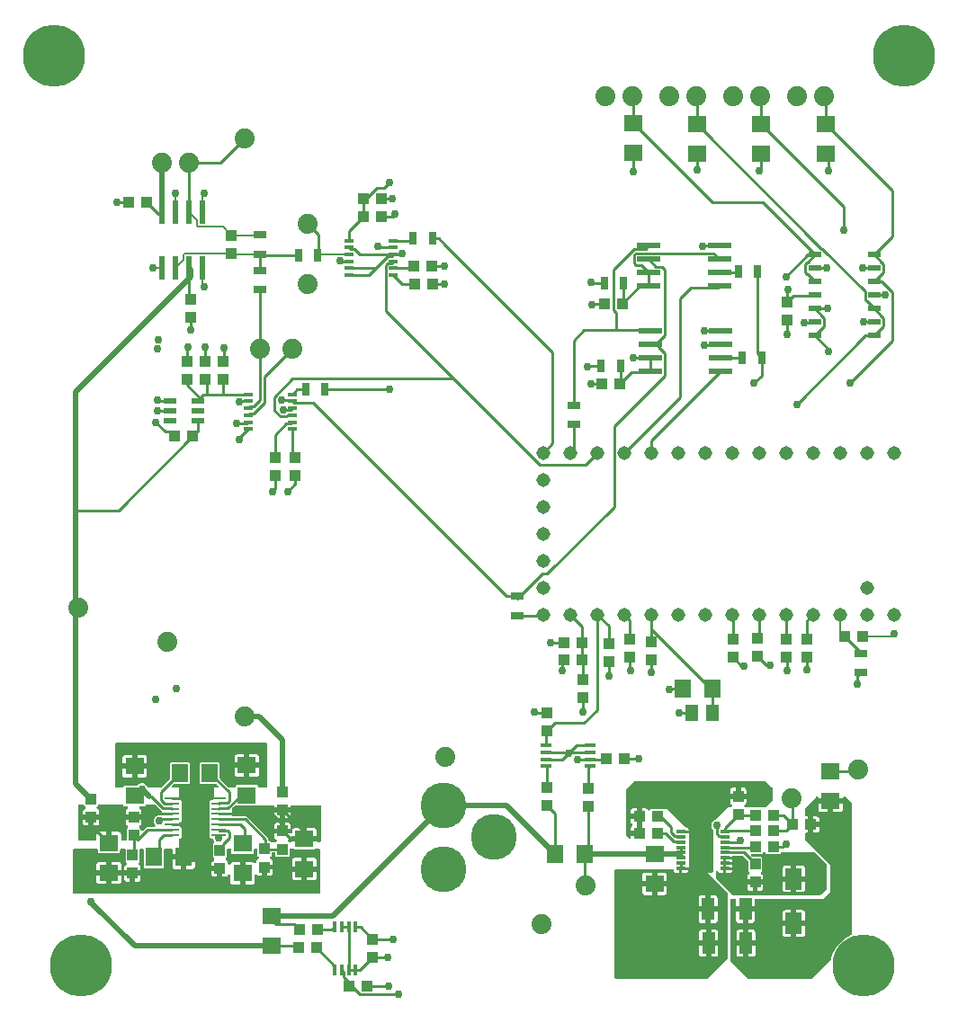
<source format=gbr>
G04 EAGLE Gerber RS-274X export*
G75*
%MOMM*%
%FSLAX34Y34*%
%LPD*%
%INTop Copper*%
%IPPOS*%
%AMOC8*
5,1,8,0,0,1.08239X$1,22.5*%
G01*
%ADD10R,1.000000X1.100000*%
%ADD11R,1.800000X1.600000*%
%ADD12R,1.100000X1.000000*%
%ADD13R,1.270000X2.060000*%
%ADD14R,1.600000X1.800000*%
%ADD15C,4.318000*%
%ADD16R,1.600000X2.000000*%
%ADD17R,1.200000X0.800000*%
%ADD18R,0.800000X1.200000*%
%ADD19C,1.879600*%
%ADD20R,0.889000X0.304800*%
%ADD21R,1.651000X2.844800*%
%ADD22R,0.600000X2.200000*%
%ADD23R,1.000000X0.450000*%
%ADD24R,0.450000X1.000000*%
%ADD25R,0.812800X0.406400*%
%ADD26R,1.397000X0.279400*%
%ADD27R,1.752600X2.946400*%
%ADD28C,1.308000*%
%ADD29R,2.200000X0.600000*%
%ADD30C,5.842000*%
%ADD31R,1.300000X1.600000*%
%ADD32R,1.200000X0.600000*%
%ADD33R,1.200000X0.550000*%
%ADD34C,0.200000*%
%ADD35C,0.254000*%
%ADD36C,0.756400*%
%ADD37C,0.508000*%
%ADD38C,0.152400*%

G36*
X665098Y28743D02*
X665098Y28743D01*
X665197Y28746D01*
X665217Y28752D01*
X665237Y28753D01*
X665275Y28766D01*
X665316Y28771D01*
X665408Y28807D01*
X665503Y28835D01*
X665520Y28845D01*
X665539Y28851D01*
X665574Y28873D01*
X665611Y28888D01*
X665691Y28946D01*
X665777Y28996D01*
X665798Y29015D01*
X665808Y29021D01*
X665822Y29036D01*
X665852Y29062D01*
X665869Y29074D01*
X665876Y29084D01*
X665898Y29103D01*
X684898Y48103D01*
X684958Y48181D01*
X685026Y48253D01*
X685055Y48306D01*
X685092Y48354D01*
X685132Y48445D01*
X685180Y48531D01*
X685195Y48590D01*
X685219Y48646D01*
X685234Y48744D01*
X685259Y48839D01*
X685265Y48939D01*
X685269Y48960D01*
X685267Y48972D01*
X685269Y49000D01*
X685269Y109000D01*
X685257Y109098D01*
X685254Y109197D01*
X685237Y109255D01*
X685229Y109316D01*
X685193Y109408D01*
X685165Y109503D01*
X685135Y109555D01*
X685112Y109611D01*
X685054Y109691D01*
X685004Y109777D01*
X684938Y109852D01*
X684926Y109869D01*
X684916Y109876D01*
X684898Y109898D01*
X666269Y128526D01*
X666269Y128731D01*
X670000Y128731D01*
X670118Y128746D01*
X670237Y128753D01*
X670275Y128766D01*
X670316Y128771D01*
X670426Y128814D01*
X670539Y128851D01*
X670574Y128873D01*
X670611Y128888D01*
X670707Y128958D01*
X670808Y129021D01*
X670836Y129051D01*
X670869Y129074D01*
X670945Y129166D01*
X671026Y129253D01*
X671046Y129288D01*
X671071Y129319D01*
X671122Y129427D01*
X671180Y129531D01*
X671190Y129571D01*
X671207Y129607D01*
X671229Y129724D01*
X671259Y129839D01*
X671263Y129900D01*
X671267Y129920D01*
X671265Y129940D01*
X671269Y130000D01*
X671269Y168875D01*
X671257Y168973D01*
X671254Y169073D01*
X671237Y169131D01*
X671229Y169191D01*
X671193Y169283D01*
X671165Y169378D01*
X671135Y169430D01*
X671112Y169487D01*
X671054Y169567D01*
X671004Y169652D01*
X670938Y169727D01*
X670926Y169744D01*
X670916Y169752D01*
X670897Y169773D01*
X670252Y170418D01*
X670224Y170486D01*
X669444Y172368D01*
X669444Y174480D01*
X670252Y176430D01*
X671745Y177923D01*
X673172Y178514D01*
X673180Y178519D01*
X673189Y178521D01*
X673318Y178597D01*
X673449Y178672D01*
X673455Y178678D01*
X673463Y178683D01*
X673584Y178789D01*
X685526Y190731D01*
X688096Y190731D01*
X688241Y190749D01*
X688385Y190764D01*
X688398Y190769D01*
X688411Y190771D01*
X688546Y190824D01*
X688684Y190875D01*
X688695Y190883D01*
X688707Y190888D01*
X688824Y190973D01*
X688945Y191056D01*
X688954Y191067D01*
X688964Y191074D01*
X689057Y191187D01*
X689153Y191297D01*
X689159Y191309D01*
X689167Y191319D01*
X689229Y191451D01*
X689294Y191582D01*
X689297Y191595D01*
X689303Y191607D01*
X689330Y191750D01*
X689361Y191893D01*
X689360Y191906D01*
X689363Y191920D01*
X689354Y192065D01*
X689348Y192211D01*
X689344Y192223D01*
X689343Y192237D01*
X689298Y192375D01*
X689256Y192515D01*
X689249Y192527D01*
X689245Y192539D01*
X689167Y192663D01*
X689091Y192787D01*
X689082Y192797D01*
X689075Y192808D01*
X688968Y192908D01*
X688864Y193010D01*
X688849Y193020D01*
X688843Y193026D01*
X688828Y193034D01*
X688730Y193099D01*
X688440Y193267D01*
X687967Y193740D01*
X687632Y194319D01*
X687459Y194966D01*
X687459Y198301D01*
X693770Y198301D01*
X693888Y198316D01*
X694007Y198323D01*
X694045Y198335D01*
X694085Y198341D01*
X694196Y198384D01*
X694309Y198421D01*
X694343Y198443D01*
X694381Y198458D01*
X694477Y198527D01*
X694578Y198591D01*
X694606Y198621D01*
X694638Y198644D01*
X694714Y198736D01*
X694796Y198823D01*
X694815Y198858D01*
X694841Y198889D01*
X694892Y198997D01*
X694949Y199101D01*
X694959Y199141D01*
X694977Y199177D01*
X694997Y199284D01*
X695001Y199254D01*
X695045Y199144D01*
X695081Y199031D01*
X695103Y198996D01*
X695118Y198959D01*
X695188Y198862D01*
X695251Y198762D01*
X695281Y198734D01*
X695305Y198701D01*
X695396Y198625D01*
X695483Y198544D01*
X695518Y198524D01*
X695550Y198499D01*
X695657Y198448D01*
X695762Y198390D01*
X695801Y198380D01*
X695837Y198363D01*
X695954Y198341D01*
X696070Y198311D01*
X696130Y198307D01*
X696150Y198303D01*
X696170Y198305D01*
X696230Y198301D01*
X702541Y198301D01*
X702541Y194966D01*
X702368Y194319D01*
X702033Y193740D01*
X701560Y193267D01*
X701270Y193099D01*
X701154Y193011D01*
X701036Y192926D01*
X701027Y192915D01*
X701016Y192907D01*
X700926Y192793D01*
X700833Y192681D01*
X700827Y192668D01*
X700819Y192658D01*
X700759Y192525D01*
X700697Y192393D01*
X700695Y192380D01*
X700689Y192367D01*
X700665Y192223D01*
X700637Y192081D01*
X700638Y192067D01*
X700636Y192054D01*
X700648Y191908D01*
X700657Y191763D01*
X700661Y191750D01*
X700663Y191737D01*
X700710Y191599D01*
X700755Y191461D01*
X700762Y191449D01*
X700767Y191436D01*
X700847Y191315D01*
X700925Y191192D01*
X700935Y191183D01*
X700943Y191171D01*
X701051Y191074D01*
X701157Y190974D01*
X701169Y190967D01*
X701179Y190958D01*
X701308Y190891D01*
X701436Y190820D01*
X701449Y190817D01*
X701461Y190811D01*
X701603Y190777D01*
X701743Y190741D01*
X701762Y190740D01*
X701770Y190738D01*
X701787Y190738D01*
X701904Y190731D01*
X721000Y190731D01*
X721098Y190743D01*
X721197Y190746D01*
X721255Y190763D01*
X721316Y190771D01*
X721408Y190807D01*
X721503Y190835D01*
X721555Y190865D01*
X721611Y190888D01*
X721691Y190946D01*
X721777Y190996D01*
X721852Y191062D01*
X721869Y191074D01*
X721876Y191084D01*
X721898Y191103D01*
X726898Y196103D01*
X726958Y196181D01*
X727026Y196253D01*
X727055Y196306D01*
X727092Y196354D01*
X727132Y196445D01*
X727180Y196531D01*
X727195Y196590D01*
X727219Y196646D01*
X727234Y196744D01*
X727259Y196839D01*
X727265Y196939D01*
X727269Y196960D01*
X727267Y196972D01*
X727269Y197000D01*
X727269Y208000D01*
X727257Y208098D01*
X727254Y208197D01*
X727245Y208229D01*
X727244Y208240D01*
X727236Y208265D01*
X727229Y208316D01*
X727193Y208408D01*
X727165Y208503D01*
X727151Y208528D01*
X727146Y208542D01*
X727129Y208569D01*
X727112Y208611D01*
X727054Y208691D01*
X727004Y208777D01*
X726981Y208802D01*
X726976Y208811D01*
X726963Y208823D01*
X726938Y208852D01*
X726926Y208869D01*
X726916Y208876D01*
X726898Y208898D01*
X720898Y214898D01*
X720819Y214958D01*
X720747Y215026D01*
X720694Y215055D01*
X720646Y215092D01*
X720555Y215132D01*
X720469Y215180D01*
X720410Y215195D01*
X720354Y215219D01*
X720256Y215234D01*
X720161Y215259D01*
X720061Y215265D01*
X720040Y215269D01*
X720028Y215267D01*
X720000Y215269D01*
X598000Y215269D01*
X597902Y215257D01*
X597803Y215254D01*
X597745Y215237D01*
X597684Y215229D01*
X597592Y215193D01*
X597497Y215165D01*
X597445Y215135D01*
X597389Y215112D01*
X597309Y215054D01*
X597223Y215004D01*
X597148Y214938D01*
X597131Y214926D01*
X597124Y214916D01*
X597103Y214898D01*
X590103Y207898D01*
X590042Y207819D01*
X589974Y207747D01*
X589945Y207694D01*
X589908Y207646D01*
X589868Y207555D01*
X589820Y207469D01*
X589805Y207410D01*
X589781Y207354D01*
X589766Y207256D01*
X589741Y207161D01*
X589735Y207061D01*
X589731Y207040D01*
X589733Y207028D01*
X589731Y207000D01*
X589731Y164000D01*
X589743Y163902D01*
X589746Y163803D01*
X589763Y163745D01*
X589771Y163684D01*
X589807Y163592D01*
X589835Y163497D01*
X589865Y163445D01*
X589888Y163389D01*
X589946Y163309D01*
X589996Y163223D01*
X590062Y163148D01*
X590074Y163131D01*
X590084Y163124D01*
X590103Y163103D01*
X591793Y161412D01*
X591902Y161327D01*
X592009Y161239D01*
X592028Y161230D01*
X592044Y161218D01*
X592172Y161162D01*
X592297Y161103D01*
X592317Y161099D01*
X592336Y161091D01*
X592474Y161069D01*
X592610Y161043D01*
X592630Y161045D01*
X592650Y161041D01*
X592789Y161054D01*
X592927Y161063D01*
X592946Y161069D01*
X592966Y161071D01*
X593098Y161118D01*
X593229Y161161D01*
X593247Y161172D01*
X593266Y161179D01*
X593381Y161257D01*
X593498Y161331D01*
X593512Y161346D01*
X593529Y161357D01*
X593621Y161462D01*
X593716Y161563D01*
X593726Y161581D01*
X593739Y161596D01*
X593803Y161720D01*
X593870Y161841D01*
X593875Y161861D01*
X593884Y161879D01*
X593914Y162015D01*
X593949Y162149D01*
X593951Y162177D01*
X593954Y162189D01*
X593953Y162210D01*
X593959Y162310D01*
X593959Y163501D01*
X600770Y163501D01*
X600888Y163516D01*
X601007Y163523D01*
X601045Y163535D01*
X601085Y163541D01*
X601196Y163584D01*
X601309Y163621D01*
X601343Y163643D01*
X601381Y163658D01*
X601477Y163727D01*
X601578Y163791D01*
X601606Y163821D01*
X601638Y163844D01*
X601714Y163936D01*
X601796Y164023D01*
X601815Y164058D01*
X601841Y164089D01*
X601892Y164197D01*
X601949Y164301D01*
X601959Y164341D01*
X601977Y164377D01*
X601999Y164494D01*
X602029Y164609D01*
X602033Y164669D01*
X602036Y164689D01*
X602035Y164710D01*
X602039Y164770D01*
X602039Y165961D01*
X603230Y165961D01*
X603348Y165976D01*
X603467Y165983D01*
X603505Y165996D01*
X603546Y166001D01*
X603656Y166045D01*
X603769Y166081D01*
X603804Y166103D01*
X603841Y166118D01*
X603937Y166188D01*
X604038Y166251D01*
X604066Y166281D01*
X604099Y166305D01*
X604175Y166396D01*
X604256Y166483D01*
X604276Y166518D01*
X604301Y166550D01*
X604352Y166657D01*
X604410Y166762D01*
X604420Y166801D01*
X604437Y166837D01*
X604459Y166954D01*
X604489Y167070D01*
X604493Y167130D01*
X604497Y167150D01*
X604495Y167170D01*
X604499Y167230D01*
X604499Y173290D01*
X604484Y173408D01*
X604477Y173527D01*
X604464Y173565D01*
X604459Y173606D01*
X604416Y173716D01*
X604399Y173767D01*
X604399Y180870D01*
X604384Y180988D01*
X604377Y181107D01*
X604364Y181145D01*
X604359Y181185D01*
X604316Y181296D01*
X604279Y181409D01*
X604257Y181443D01*
X604242Y181481D01*
X604173Y181577D01*
X604109Y181678D01*
X604079Y181706D01*
X604056Y181738D01*
X603964Y181814D01*
X603877Y181896D01*
X603842Y181915D01*
X603811Y181941D01*
X603703Y181992D01*
X603599Y182049D01*
X603559Y182059D01*
X603523Y182077D01*
X603416Y182097D01*
X603446Y182101D01*
X603556Y182145D01*
X603669Y182181D01*
X603704Y182203D01*
X603741Y182218D01*
X603837Y182288D01*
X603938Y182351D01*
X603966Y182381D01*
X603999Y182405D01*
X604075Y182496D01*
X604156Y182583D01*
X604176Y182618D01*
X604201Y182650D01*
X604252Y182757D01*
X604310Y182862D01*
X604320Y182901D01*
X604337Y182937D01*
X604359Y183054D01*
X604389Y183170D01*
X604393Y183230D01*
X604397Y183250D01*
X604395Y183270D01*
X604399Y183330D01*
X604399Y189641D01*
X607734Y189641D01*
X608381Y189468D01*
X608960Y189133D01*
X609433Y188660D01*
X609840Y187956D01*
X609916Y187856D01*
X609986Y187752D01*
X610012Y187729D01*
X610032Y187702D01*
X610131Y187624D01*
X610225Y187541D01*
X610255Y187526D01*
X610281Y187505D01*
X610396Y187454D01*
X610508Y187396D01*
X610541Y187389D01*
X610572Y187375D01*
X610696Y187354D01*
X610818Y187327D01*
X610852Y187328D01*
X610885Y187322D01*
X611011Y187333D01*
X611136Y187336D01*
X611169Y187346D01*
X611202Y187349D01*
X611321Y187390D01*
X611442Y187425D01*
X611471Y187442D01*
X611503Y187453D01*
X611607Y187522D01*
X611716Y187586D01*
X611752Y187619D01*
X611768Y187629D01*
X611782Y187645D01*
X611836Y187693D01*
X612768Y188625D01*
X613894Y188625D01*
X613992Y188637D01*
X614091Y188640D01*
X614149Y188657D01*
X614210Y188665D01*
X614302Y188701D01*
X614397Y188729D01*
X614400Y188731D01*
X628474Y188731D01*
X645110Y172095D01*
X645183Y172038D01*
X645250Y171974D01*
X645308Y171941D01*
X645362Y171900D01*
X645446Y171863D01*
X645527Y171818D01*
X645638Y171780D01*
X645653Y171773D01*
X645662Y171772D01*
X645679Y171766D01*
X646406Y171572D01*
X646985Y171237D01*
X647458Y170764D01*
X647793Y170185D01*
X647930Y169672D01*
X647973Y169567D01*
X648007Y169461D01*
X648032Y169421D01*
X648050Y169377D01*
X648117Y169287D01*
X648177Y169192D01*
X648212Y169160D01*
X648240Y169122D01*
X648327Y169051D01*
X648409Y168974D01*
X648450Y168951D01*
X648487Y168922D01*
X648589Y168875D01*
X648687Y168820D01*
X648731Y168809D01*
X648731Y132160D01*
X648696Y132149D01*
X648661Y132127D01*
X648624Y132112D01*
X648528Y132043D01*
X648427Y131979D01*
X648399Y131949D01*
X648366Y131926D01*
X648290Y131834D01*
X648209Y131747D01*
X648189Y131712D01*
X648164Y131681D01*
X648113Y131573D01*
X648055Y131469D01*
X648045Y131429D01*
X648028Y131393D01*
X648006Y131276D01*
X647976Y131161D01*
X647972Y131101D01*
X647968Y131081D01*
X647970Y131060D01*
X647966Y131000D01*
X647966Y130822D01*
X647793Y130175D01*
X647458Y129596D01*
X646985Y129123D01*
X646406Y128788D01*
X645759Y128615D01*
X642249Y128615D01*
X642249Y131000D01*
X642234Y131118D01*
X642227Y131237D01*
X642215Y131275D01*
X642210Y131316D01*
X642166Y131426D01*
X642129Y131539D01*
X642107Y131574D01*
X642093Y131611D01*
X642023Y131707D01*
X641959Y131808D01*
X641929Y131836D01*
X641906Y131869D01*
X641814Y131945D01*
X641727Y132026D01*
X641692Y132046D01*
X641661Y132071D01*
X641553Y132122D01*
X641449Y132180D01*
X641410Y132190D01*
X641373Y132207D01*
X641256Y132229D01*
X641141Y132259D01*
X641081Y132263D01*
X641061Y132267D01*
X641060Y132267D01*
X641040Y132265D01*
X640980Y132269D01*
X640862Y132254D01*
X640743Y132247D01*
X640704Y132234D01*
X640664Y132229D01*
X640554Y132186D01*
X640440Y132149D01*
X640406Y132127D01*
X640369Y132112D01*
X640272Y132043D01*
X640172Y131979D01*
X640144Y131949D01*
X640111Y131926D01*
X640035Y131834D01*
X639954Y131747D01*
X639934Y131712D01*
X639908Y131681D01*
X639858Y131573D01*
X639800Y131469D01*
X639790Y131429D01*
X639773Y131393D01*
X639751Y131276D01*
X639721Y131161D01*
X639717Y131101D01*
X639713Y131081D01*
X639714Y131060D01*
X639711Y131000D01*
X639711Y128615D01*
X636201Y128615D01*
X635554Y128788D01*
X634975Y129123D01*
X634502Y129596D01*
X634167Y130175D01*
X633994Y130822D01*
X633994Y131000D01*
X633979Y131118D01*
X633972Y131237D01*
X633959Y131275D01*
X633954Y131316D01*
X633911Y131426D01*
X633874Y131539D01*
X633852Y131574D01*
X633837Y131611D01*
X633768Y131707D01*
X633704Y131808D01*
X633674Y131836D01*
X633651Y131869D01*
X633559Y131945D01*
X633472Y132026D01*
X633437Y132046D01*
X633406Y132071D01*
X633298Y132122D01*
X633194Y132180D01*
X633154Y132190D01*
X633118Y132207D01*
X633001Y132229D01*
X632886Y132259D01*
X632826Y132263D01*
X632806Y132267D01*
X632785Y132265D01*
X632725Y132269D01*
X580000Y132269D01*
X579882Y132254D01*
X579763Y132247D01*
X579725Y132234D01*
X579684Y132229D01*
X579574Y132186D01*
X579461Y132149D01*
X579426Y132127D01*
X579389Y132112D01*
X579293Y132043D01*
X579192Y131979D01*
X579164Y131949D01*
X579131Y131926D01*
X579056Y131834D01*
X578974Y131747D01*
X578954Y131712D01*
X578929Y131681D01*
X578878Y131573D01*
X578820Y131469D01*
X578810Y131429D01*
X578793Y131393D01*
X578771Y131276D01*
X578741Y131161D01*
X578737Y131101D01*
X578733Y131081D01*
X578735Y131060D01*
X578731Y131000D01*
X578731Y30000D01*
X578746Y29882D01*
X578753Y29763D01*
X578766Y29725D01*
X578771Y29684D01*
X578814Y29574D01*
X578851Y29461D01*
X578873Y29426D01*
X578888Y29389D01*
X578958Y29293D01*
X579021Y29192D01*
X579051Y29164D01*
X579074Y29131D01*
X579166Y29056D01*
X579253Y28974D01*
X579288Y28954D01*
X579319Y28929D01*
X579427Y28878D01*
X579531Y28820D01*
X579571Y28810D01*
X579607Y28793D01*
X579724Y28771D01*
X579839Y28741D01*
X579900Y28737D01*
X579920Y28733D01*
X579940Y28735D01*
X580000Y28731D01*
X665000Y28731D01*
X665098Y28743D01*
G37*
G36*
X300118Y108746D02*
X300118Y108746D01*
X300237Y108753D01*
X300275Y108766D01*
X300316Y108771D01*
X300426Y108814D01*
X300539Y108851D01*
X300574Y108873D01*
X300611Y108888D01*
X300707Y108958D01*
X300808Y109021D01*
X300836Y109051D01*
X300869Y109074D01*
X300945Y109166D01*
X301026Y109253D01*
X301046Y109288D01*
X301071Y109319D01*
X301122Y109427D01*
X301180Y109531D01*
X301190Y109571D01*
X301207Y109607D01*
X301229Y109724D01*
X301259Y109839D01*
X301263Y109900D01*
X301267Y109920D01*
X301265Y109940D01*
X301269Y110000D01*
X301269Y150000D01*
X301254Y150118D01*
X301247Y150237D01*
X301234Y150275D01*
X301229Y150316D01*
X301186Y150426D01*
X301149Y150539D01*
X301127Y150574D01*
X301112Y150611D01*
X301043Y150707D01*
X300979Y150808D01*
X300949Y150836D01*
X300926Y150869D01*
X300834Y150945D01*
X300747Y151026D01*
X300712Y151046D01*
X300681Y151071D01*
X300573Y151122D01*
X300469Y151180D01*
X300429Y151190D01*
X300393Y151207D01*
X300276Y151229D01*
X300161Y151259D01*
X300101Y151263D01*
X300081Y151267D01*
X300060Y151265D01*
X300000Y151269D01*
X297151Y151269D01*
X297053Y151257D01*
X296954Y151254D01*
X296896Y151237D01*
X296836Y151229D01*
X296744Y151193D01*
X296649Y151165D01*
X296596Y151135D01*
X296540Y151112D01*
X296460Y151054D01*
X296375Y151004D01*
X296299Y150938D01*
X296283Y150926D01*
X296275Y150916D01*
X296254Y150897D01*
X296232Y150875D01*
X276968Y150875D01*
X276946Y150897D01*
X276868Y150958D01*
X276796Y151026D01*
X276743Y151055D01*
X276695Y151092D01*
X276604Y151132D01*
X276517Y151180D01*
X276459Y151195D01*
X276403Y151219D01*
X276305Y151234D01*
X276209Y151259D01*
X276109Y151265D01*
X276089Y151269D01*
X276077Y151267D01*
X276049Y151269D01*
X273794Y151269D01*
X273676Y151254D01*
X273557Y151247D01*
X273519Y151234D01*
X273478Y151229D01*
X273368Y151186D01*
X273255Y151149D01*
X273220Y151127D01*
X273183Y151112D01*
X273087Y151043D01*
X272986Y150979D01*
X272958Y150949D01*
X272925Y150926D01*
X272849Y150834D01*
X272768Y150747D01*
X272748Y150712D01*
X272723Y150681D01*
X272672Y150573D01*
X272614Y150469D01*
X272604Y150429D01*
X272587Y150393D01*
X272565Y150276D01*
X272535Y150161D01*
X272531Y150101D01*
X272527Y150081D01*
X272529Y150060D01*
X272525Y150000D01*
X272525Y144868D01*
X271632Y143975D01*
X260368Y143975D01*
X259475Y144868D01*
X259475Y146936D01*
X259460Y147054D01*
X259453Y147173D01*
X259440Y147211D01*
X259435Y147252D01*
X259392Y147362D01*
X259355Y147475D01*
X259333Y147510D01*
X259318Y147547D01*
X259249Y147643D01*
X259185Y147744D01*
X259155Y147772D01*
X259132Y147805D01*
X259040Y147881D01*
X258953Y147962D01*
X258918Y147982D01*
X258887Y148007D01*
X258779Y148058D01*
X258675Y148116D01*
X258635Y148126D01*
X258599Y148143D01*
X258482Y148165D01*
X258367Y148195D01*
X258307Y148199D01*
X258287Y148203D01*
X258266Y148201D01*
X258206Y148205D01*
X256794Y148205D01*
X256676Y148190D01*
X256557Y148183D01*
X256519Y148170D01*
X256478Y148165D01*
X256368Y148122D01*
X256255Y148085D01*
X256220Y148063D01*
X256183Y148048D01*
X256087Y147979D01*
X255986Y147915D01*
X255958Y147885D01*
X255925Y147862D01*
X255849Y147770D01*
X255768Y147683D01*
X255748Y147648D01*
X255723Y147617D01*
X255672Y147509D01*
X255614Y147405D01*
X255604Y147365D01*
X255587Y147329D01*
X255565Y147212D01*
X255535Y147097D01*
X255531Y147037D01*
X255527Y147017D01*
X255529Y146996D01*
X255525Y146936D01*
X255525Y144968D01*
X254593Y144036D01*
X254516Y143937D01*
X254434Y143842D01*
X254419Y143812D01*
X254398Y143785D01*
X254348Y143670D01*
X254292Y143557D01*
X254285Y143524D01*
X254271Y143493D01*
X254252Y143369D01*
X254226Y143246D01*
X254227Y143213D01*
X254222Y143179D01*
X254233Y143054D01*
X254239Y142928D01*
X254248Y142896D01*
X254251Y142863D01*
X254294Y142744D01*
X254330Y142624D01*
X254348Y142595D01*
X254359Y142563D01*
X254430Y142459D01*
X254495Y142352D01*
X254519Y142328D01*
X254538Y142300D01*
X254632Y142217D01*
X254722Y142129D01*
X254762Y142102D01*
X254776Y142090D01*
X254795Y142080D01*
X254856Y142040D01*
X255560Y141633D01*
X256033Y141160D01*
X256368Y140581D01*
X256541Y139934D01*
X256541Y136599D01*
X250230Y136599D01*
X250112Y136584D01*
X249993Y136577D01*
X249955Y136564D01*
X249915Y136559D01*
X249804Y136516D01*
X249691Y136479D01*
X249657Y136457D01*
X249619Y136442D01*
X249523Y136373D01*
X249422Y136309D01*
X249394Y136279D01*
X249362Y136256D01*
X249286Y136164D01*
X249204Y136077D01*
X249185Y136042D01*
X249159Y136011D01*
X249108Y135903D01*
X249051Y135799D01*
X249041Y135759D01*
X249023Y135723D01*
X249001Y135606D01*
X248971Y135491D01*
X248967Y135431D01*
X248964Y135411D01*
X248965Y135390D01*
X248961Y135330D01*
X248961Y134139D01*
X247770Y134139D01*
X247652Y134124D01*
X247533Y134117D01*
X247495Y134104D01*
X247454Y134099D01*
X247344Y134055D01*
X247231Y134019D01*
X247196Y133997D01*
X247159Y133982D01*
X247062Y133912D01*
X246962Y133849D01*
X246934Y133819D01*
X246901Y133795D01*
X246825Y133704D01*
X246744Y133617D01*
X246724Y133582D01*
X246699Y133550D01*
X246648Y133443D01*
X246590Y133338D01*
X246580Y133299D01*
X246563Y133263D01*
X246541Y133146D01*
X246511Y133030D01*
X246507Y132970D01*
X246503Y132950D01*
X246504Y132933D01*
X246503Y132927D01*
X246504Y132918D01*
X246501Y132870D01*
X246501Y126059D01*
X243666Y126059D01*
X243019Y126232D01*
X242440Y126567D01*
X242108Y126899D01*
X241998Y126985D01*
X241891Y127073D01*
X241872Y127082D01*
X241856Y127094D01*
X241729Y127150D01*
X241603Y127209D01*
X241583Y127213D01*
X241564Y127221D01*
X241427Y127243D01*
X241290Y127269D01*
X241270Y127267D01*
X241250Y127271D01*
X241111Y127257D01*
X240973Y127249D01*
X240954Y127243D01*
X240934Y127241D01*
X240802Y127194D01*
X240671Y127151D01*
X240654Y127140D01*
X240634Y127133D01*
X240519Y127055D01*
X240402Y126981D01*
X240388Y126966D01*
X240371Y126955D01*
X240279Y126851D01*
X240184Y126749D01*
X240174Y126731D01*
X240161Y126716D01*
X240097Y126592D01*
X240030Y126471D01*
X240025Y126451D01*
X240016Y126433D01*
X239986Y126297D01*
X239951Y126163D01*
X239949Y126135D01*
X239946Y126123D01*
X239947Y126102D01*
X239941Y126002D01*
X239941Y119866D01*
X239768Y119219D01*
X239433Y118640D01*
X238960Y118167D01*
X238381Y117832D01*
X237734Y117659D01*
X230939Y117659D01*
X230939Y126930D01*
X230924Y127048D01*
X230917Y127167D01*
X230904Y127205D01*
X230899Y127245D01*
X230855Y127356D01*
X230819Y127469D01*
X230797Y127504D01*
X230782Y127541D01*
X230712Y127637D01*
X230649Y127738D01*
X230619Y127766D01*
X230595Y127798D01*
X230504Y127874D01*
X230417Y127956D01*
X230382Y127975D01*
X230350Y128001D01*
X230243Y128052D01*
X230139Y128109D01*
X230099Y128120D01*
X230063Y128137D01*
X229946Y128159D01*
X229831Y128189D01*
X229770Y128193D01*
X229750Y128197D01*
X229730Y128195D01*
X229670Y128199D01*
X227130Y128199D01*
X227012Y128184D01*
X226893Y128177D01*
X226855Y128164D01*
X226815Y128159D01*
X226704Y128115D01*
X226591Y128079D01*
X226556Y128057D01*
X226519Y128042D01*
X226423Y127972D01*
X226322Y127909D01*
X226294Y127879D01*
X226261Y127855D01*
X226186Y127764D01*
X226104Y127677D01*
X226084Y127642D01*
X226059Y127610D01*
X226008Y127503D01*
X225950Y127399D01*
X225940Y127359D01*
X225923Y127323D01*
X225901Y127206D01*
X225871Y127091D01*
X225867Y127030D01*
X225863Y127010D01*
X225865Y126990D01*
X225861Y126930D01*
X225861Y117659D01*
X219066Y117659D01*
X218419Y117832D01*
X217840Y118167D01*
X217367Y118640D01*
X217032Y119219D01*
X216859Y119866D01*
X216859Y126078D01*
X216840Y126229D01*
X216823Y126380D01*
X216820Y126386D01*
X216819Y126393D01*
X216763Y126535D01*
X216709Y126677D01*
X216705Y126683D01*
X216702Y126689D01*
X216613Y126811D01*
X216525Y126936D01*
X216519Y126941D01*
X216516Y126946D01*
X216398Y127044D01*
X216282Y127142D01*
X216276Y127145D01*
X216271Y127149D01*
X216133Y127214D01*
X215995Y127280D01*
X215989Y127282D01*
X215983Y127284D01*
X215835Y127313D01*
X215684Y127343D01*
X215677Y127343D01*
X215671Y127344D01*
X215518Y127335D01*
X215366Y127327D01*
X215360Y127325D01*
X215353Y127325D01*
X215209Y127278D01*
X215063Y127232D01*
X215057Y127229D01*
X215051Y127226D01*
X214923Y127146D01*
X214792Y127065D01*
X214788Y127060D01*
X214782Y127056D01*
X214677Y126945D01*
X214572Y126835D01*
X214569Y126830D01*
X214564Y126825D01*
X214491Y126692D01*
X214415Y126559D01*
X214412Y126550D01*
X214410Y126546D01*
X214408Y126536D01*
X214370Y126423D01*
X214033Y125840D01*
X213560Y125367D01*
X212981Y125032D01*
X212334Y124859D01*
X209499Y124859D01*
X209499Y131670D01*
X209484Y131788D01*
X209477Y131907D01*
X209464Y131945D01*
X209459Y131985D01*
X209416Y132096D01*
X209379Y132209D01*
X209357Y132243D01*
X209342Y132281D01*
X209273Y132377D01*
X209209Y132478D01*
X209179Y132506D01*
X209156Y132538D01*
X209064Y132614D01*
X208977Y132696D01*
X208942Y132715D01*
X208911Y132741D01*
X208803Y132792D01*
X208699Y132849D01*
X208659Y132859D01*
X208623Y132877D01*
X208506Y132899D01*
X208391Y132929D01*
X208331Y132933D01*
X208311Y132936D01*
X208290Y132935D01*
X208230Y132939D01*
X207039Y132939D01*
X207039Y134130D01*
X207024Y134248D01*
X207017Y134367D01*
X207004Y134405D01*
X206999Y134446D01*
X206955Y134556D01*
X206919Y134669D01*
X206897Y134704D01*
X206882Y134741D01*
X206812Y134837D01*
X206749Y134938D01*
X206719Y134966D01*
X206695Y134999D01*
X206604Y135075D01*
X206517Y135156D01*
X206482Y135176D01*
X206450Y135201D01*
X206343Y135252D01*
X206238Y135310D01*
X206199Y135320D01*
X206163Y135337D01*
X206046Y135359D01*
X205930Y135389D01*
X205870Y135393D01*
X205850Y135397D01*
X205830Y135395D01*
X205770Y135399D01*
X199459Y135399D01*
X199459Y138731D01*
X200000Y138731D01*
X200118Y138746D01*
X200237Y138753D01*
X200275Y138766D01*
X200316Y138771D01*
X200426Y138814D01*
X200539Y138851D01*
X200574Y138873D01*
X200611Y138888D01*
X200707Y138958D01*
X200808Y139021D01*
X200836Y139051D01*
X200869Y139074D01*
X200945Y139166D01*
X201026Y139253D01*
X201046Y139288D01*
X201071Y139319D01*
X201122Y139427D01*
X201180Y139531D01*
X201190Y139571D01*
X201207Y139607D01*
X201229Y139724D01*
X201259Y139839D01*
X201263Y139900D01*
X201267Y139920D01*
X201265Y139940D01*
X201269Y140000D01*
X201269Y140933D01*
X201348Y140986D01*
X201371Y141012D01*
X201398Y141032D01*
X201476Y141131D01*
X201559Y141225D01*
X201574Y141255D01*
X201595Y141281D01*
X201646Y141396D01*
X201704Y141508D01*
X201711Y141541D01*
X201725Y141572D01*
X201746Y141696D01*
X201773Y141818D01*
X201772Y141852D01*
X201778Y141885D01*
X201767Y142011D01*
X201764Y142136D01*
X201754Y142169D01*
X201751Y142202D01*
X201710Y142321D01*
X201675Y142442D01*
X201658Y142471D01*
X201647Y142503D01*
X201578Y142607D01*
X201514Y142716D01*
X201481Y142752D01*
X201471Y142768D01*
X201455Y142782D01*
X201407Y142836D01*
X200475Y143768D01*
X200475Y156032D01*
X200897Y156454D01*
X200958Y156532D01*
X201026Y156604D01*
X201055Y156657D01*
X201092Y156705D01*
X201132Y156796D01*
X201180Y156883D01*
X201195Y156941D01*
X201219Y156997D01*
X201234Y157095D01*
X201259Y157191D01*
X201265Y157291D01*
X201269Y157311D01*
X201267Y157323D01*
X201269Y157351D01*
X201269Y158868D01*
X201268Y158877D01*
X201269Y158886D01*
X201248Y159035D01*
X201229Y159183D01*
X201226Y159192D01*
X201225Y159201D01*
X201173Y159354D01*
X200747Y160381D01*
X200732Y160407D01*
X200723Y160435D01*
X200654Y160545D01*
X200589Y160658D01*
X200569Y160679D01*
X200553Y160704D01*
X200458Y160793D01*
X200368Y160886D01*
X200343Y160902D01*
X200321Y160922D01*
X200208Y160984D01*
X200097Y161052D01*
X200069Y161061D01*
X200043Y161075D01*
X199917Y161108D01*
X199793Y161146D01*
X199764Y161147D01*
X199735Y161155D01*
X199574Y161165D01*
X198327Y161165D01*
X197434Y162058D01*
X197434Y196138D01*
X198327Y197031D01*
X200000Y197031D01*
X200118Y197046D01*
X200237Y197054D01*
X200275Y197066D01*
X200316Y197071D01*
X200426Y197115D01*
X200539Y197152D01*
X200574Y197173D01*
X200611Y197188D01*
X200707Y197258D01*
X200808Y197322D01*
X200836Y197351D01*
X200869Y197375D01*
X200945Y197467D01*
X201026Y197553D01*
X201046Y197589D01*
X201071Y197620D01*
X201122Y197728D01*
X201180Y197832D01*
X201190Y197871D01*
X201207Y197908D01*
X201229Y198024D01*
X201259Y198140D01*
X201263Y198200D01*
X201267Y198220D01*
X201265Y198240D01*
X201269Y198300D01*
X201269Y208731D01*
X204453Y208731D01*
X204591Y208748D01*
X204729Y208761D01*
X204748Y208768D01*
X204768Y208771D01*
X204897Y208822D01*
X205028Y208869D01*
X205045Y208880D01*
X205064Y208888D01*
X205176Y208969D01*
X205291Y209047D01*
X205305Y209063D01*
X205321Y209074D01*
X205410Y209182D01*
X205502Y209286D01*
X205511Y209304D01*
X205524Y209319D01*
X205583Y209445D01*
X205647Y209569D01*
X205651Y209589D01*
X205660Y209607D01*
X205686Y209744D01*
X205716Y209879D01*
X205716Y209900D01*
X205719Y209920D01*
X205711Y210058D01*
X205707Y210197D01*
X205701Y210217D01*
X205700Y210237D01*
X205657Y210369D01*
X205618Y210503D01*
X205608Y210520D01*
X205602Y210539D01*
X205527Y210657D01*
X205457Y210777D01*
X205438Y210798D01*
X205431Y210808D01*
X205416Y210822D01*
X205350Y210898D01*
X204544Y211704D01*
X204466Y211764D01*
X204394Y211832D01*
X204341Y211861D01*
X204293Y211898D01*
X204202Y211938D01*
X204115Y211986D01*
X204057Y212001D01*
X204001Y212025D01*
X203903Y212040D01*
X203807Y212065D01*
X203707Y212071D01*
X203687Y212075D01*
X203675Y212073D01*
X203647Y212075D01*
X188968Y212075D01*
X188075Y212968D01*
X188075Y232232D01*
X188968Y233125D01*
X206232Y233125D01*
X207125Y232232D01*
X207125Y217553D01*
X207137Y217455D01*
X207140Y217356D01*
X207157Y217298D01*
X207165Y217238D01*
X207201Y217146D01*
X207229Y217051D01*
X207259Y216998D01*
X207282Y216942D01*
X207340Y216862D01*
X207390Y216777D01*
X207456Y216701D01*
X207468Y216685D01*
X207478Y216677D01*
X207496Y216656D01*
X215050Y209103D01*
X215128Y209042D01*
X215200Y208974D01*
X215253Y208945D01*
X215301Y208908D01*
X215392Y208868D01*
X215479Y208820D01*
X215537Y208805D01*
X215593Y208781D01*
X215691Y208766D01*
X215787Y208741D01*
X215887Y208735D01*
X215907Y208731D01*
X215919Y208733D01*
X215947Y208731D01*
X220606Y208731D01*
X220724Y208746D01*
X220843Y208753D01*
X220881Y208766D01*
X220922Y208771D01*
X221032Y208814D01*
X221145Y208851D01*
X221180Y208873D01*
X221217Y208888D01*
X221313Y208958D01*
X221414Y209021D01*
X221442Y209051D01*
X221475Y209074D01*
X221551Y209166D01*
X221632Y209253D01*
X221652Y209288D01*
X221677Y209319D01*
X221728Y209427D01*
X221786Y209531D01*
X221796Y209571D01*
X221813Y209607D01*
X221835Y209724D01*
X221865Y209839D01*
X221869Y209900D01*
X221873Y209920D01*
X221871Y209940D01*
X221875Y210000D01*
X221875Y210432D01*
X222768Y211325D01*
X242032Y211325D01*
X242925Y210432D01*
X242925Y210000D01*
X242940Y209882D01*
X242947Y209763D01*
X242960Y209725D01*
X242965Y209684D01*
X243008Y209574D01*
X243045Y209461D01*
X243067Y209426D01*
X243082Y209389D01*
X243151Y209293D01*
X243215Y209192D01*
X243245Y209164D01*
X243268Y209131D01*
X243360Y209056D01*
X243447Y208974D01*
X243482Y208954D01*
X243513Y208929D01*
X243621Y208878D01*
X243725Y208820D01*
X243765Y208810D01*
X243801Y208793D01*
X243918Y208771D01*
X244033Y208741D01*
X244093Y208737D01*
X244113Y208733D01*
X244134Y208735D01*
X244194Y208731D01*
X250000Y208731D01*
X250118Y208746D01*
X250237Y208753D01*
X250275Y208766D01*
X250316Y208771D01*
X250426Y208814D01*
X250539Y208851D01*
X250574Y208873D01*
X250611Y208888D01*
X250707Y208958D01*
X250808Y209021D01*
X250836Y209051D01*
X250869Y209074D01*
X250945Y209166D01*
X251026Y209253D01*
X251046Y209288D01*
X251071Y209319D01*
X251122Y209427D01*
X251180Y209531D01*
X251190Y209571D01*
X251207Y209607D01*
X251229Y209724D01*
X251259Y209839D01*
X251263Y209900D01*
X251267Y209920D01*
X251265Y209940D01*
X251269Y210000D01*
X251269Y250000D01*
X251254Y250118D01*
X251247Y250237D01*
X251234Y250275D01*
X251229Y250316D01*
X251186Y250426D01*
X251149Y250539D01*
X251127Y250574D01*
X251112Y250611D01*
X251043Y250707D01*
X250979Y250808D01*
X250949Y250836D01*
X250926Y250869D01*
X250834Y250945D01*
X250747Y251026D01*
X250712Y251046D01*
X250681Y251071D01*
X250573Y251122D01*
X250469Y251180D01*
X250429Y251190D01*
X250393Y251207D01*
X250276Y251229D01*
X250161Y251259D01*
X250101Y251263D01*
X250081Y251267D01*
X250060Y251265D01*
X250000Y251269D01*
X110000Y251269D01*
X109882Y251254D01*
X109763Y251247D01*
X109725Y251234D01*
X109684Y251229D01*
X109574Y251186D01*
X109461Y251149D01*
X109426Y251127D01*
X109389Y251112D01*
X109293Y251043D01*
X109192Y250979D01*
X109164Y250949D01*
X109131Y250926D01*
X109056Y250834D01*
X108974Y250747D01*
X108954Y250712D01*
X108929Y250681D01*
X108878Y250573D01*
X108820Y250469D01*
X108810Y250429D01*
X108793Y250393D01*
X108771Y250276D01*
X108741Y250161D01*
X108737Y250101D01*
X108733Y250081D01*
X108735Y250060D01*
X108731Y250000D01*
X108731Y210000D01*
X108746Y209882D01*
X108753Y209763D01*
X108766Y209725D01*
X108771Y209684D01*
X108814Y209574D01*
X108851Y209461D01*
X108873Y209426D01*
X108888Y209389D01*
X108958Y209293D01*
X109021Y209192D01*
X109051Y209164D01*
X109074Y209131D01*
X109166Y209056D01*
X109253Y208974D01*
X109288Y208954D01*
X109319Y208929D01*
X109427Y208878D01*
X109531Y208820D01*
X109571Y208810D01*
X109607Y208793D01*
X109724Y208771D01*
X109839Y208741D01*
X109900Y208737D01*
X109920Y208733D01*
X109940Y208735D01*
X110000Y208731D01*
X115206Y208731D01*
X115324Y208746D01*
X115443Y208753D01*
X115481Y208766D01*
X115522Y208771D01*
X115632Y208814D01*
X115745Y208851D01*
X115780Y208873D01*
X115817Y208888D01*
X115913Y208958D01*
X116014Y209021D01*
X116042Y209051D01*
X116075Y209074D01*
X116151Y209166D01*
X116232Y209253D01*
X116252Y209288D01*
X116277Y209319D01*
X116328Y209427D01*
X116386Y209531D01*
X116389Y209546D01*
X117368Y210525D01*
X128659Y210525D01*
X128757Y210537D01*
X128856Y210540D01*
X128914Y210557D01*
X128974Y210565D01*
X129066Y210601D01*
X129161Y210629D01*
X129214Y210659D01*
X129270Y210682D01*
X129350Y210740D01*
X129435Y210790D01*
X129511Y210856D01*
X129527Y210868D01*
X129535Y210878D01*
X129556Y210896D01*
X130823Y212163D01*
X132773Y212971D01*
X134884Y212971D01*
X136835Y212163D01*
X138327Y210670D01*
X138806Y209514D01*
X138821Y209489D01*
X138830Y209461D01*
X138899Y209351D01*
X138964Y209238D01*
X138984Y209217D01*
X139000Y209192D01*
X139095Y209103D01*
X139185Y209010D01*
X139210Y208994D01*
X139232Y208974D01*
X139345Y208911D01*
X139456Y208843D01*
X139484Y208835D01*
X139510Y208820D01*
X139636Y208788D01*
X139760Y208750D01*
X139789Y208748D01*
X139818Y208741D01*
X139979Y208731D01*
X151253Y208731D01*
X151351Y208743D01*
X151450Y208746D01*
X151508Y208763D01*
X151568Y208771D01*
X151660Y208807D01*
X151755Y208835D01*
X151808Y208865D01*
X151864Y208888D01*
X151944Y208946D01*
X152029Y208996D01*
X152105Y209062D01*
X152121Y209074D01*
X152129Y209084D01*
X152150Y209103D01*
X159704Y216656D01*
X159764Y216734D01*
X159832Y216806D01*
X159861Y216859D01*
X159898Y216907D01*
X159938Y216998D01*
X159986Y217085D01*
X160001Y217143D01*
X160025Y217199D01*
X160040Y217297D01*
X160065Y217393D01*
X160071Y217493D01*
X160075Y217513D01*
X160073Y217525D01*
X160075Y217553D01*
X160075Y232232D01*
X160968Y233125D01*
X178232Y233125D01*
X179125Y232232D01*
X179125Y212968D01*
X178232Y212075D01*
X163553Y212075D01*
X163455Y212063D01*
X163356Y212060D01*
X163298Y212043D01*
X163238Y212035D01*
X163146Y211999D01*
X163051Y211971D01*
X162998Y211941D01*
X162942Y211918D01*
X162862Y211860D01*
X162777Y211810D01*
X162701Y211744D01*
X162685Y211732D01*
X162677Y211722D01*
X162656Y211704D01*
X161850Y210898D01*
X161765Y210788D01*
X161676Y210681D01*
X161667Y210662D01*
X161655Y210646D01*
X161599Y210518D01*
X161540Y210393D01*
X161537Y210373D01*
X161529Y210354D01*
X161507Y210216D01*
X161481Y210081D01*
X161482Y210060D01*
X161479Y210040D01*
X161492Y209901D01*
X161500Y209763D01*
X161507Y209744D01*
X161509Y209724D01*
X161556Y209593D01*
X161598Y209461D01*
X161609Y209443D01*
X161616Y209424D01*
X161694Y209310D01*
X161769Y209192D01*
X161783Y209178D01*
X161795Y209161D01*
X161899Y209069D01*
X162000Y208974D01*
X162018Y208964D01*
X162033Y208951D01*
X162157Y208888D01*
X162279Y208820D01*
X162298Y208815D01*
X162316Y208806D01*
X162452Y208776D01*
X162587Y208741D01*
X162615Y208739D01*
X162627Y208737D01*
X162647Y208737D01*
X162747Y208731D01*
X168731Y208731D01*
X168731Y198300D01*
X168746Y198182D01*
X168753Y198064D01*
X168766Y198025D01*
X168771Y197985D01*
X168814Y197874D01*
X168851Y197761D01*
X168873Y197727D01*
X168888Y197689D01*
X168958Y197593D01*
X169021Y197492D01*
X169051Y197465D01*
X169074Y197432D01*
X169166Y197356D01*
X169253Y197274D01*
X169288Y197255D01*
X169319Y197229D01*
X169427Y197178D01*
X169531Y197121D01*
X169571Y197111D01*
X169607Y197094D01*
X169724Y197071D01*
X169839Y197041D01*
X169864Y197040D01*
X170766Y196138D01*
X170766Y177070D01*
X169856Y176160D01*
X169763Y176154D01*
X169725Y176142D01*
X169684Y176137D01*
X169574Y176093D01*
X169461Y176056D01*
X169426Y176034D01*
X169389Y176019D01*
X169293Y175950D01*
X169192Y175886D01*
X169164Y175856D01*
X169131Y175833D01*
X169056Y175741D01*
X168974Y175654D01*
X168954Y175619D01*
X168929Y175588D01*
X168878Y175480D01*
X168820Y175376D01*
X168810Y175337D01*
X168793Y175300D01*
X168771Y175183D01*
X168741Y175068D01*
X168737Y175008D01*
X168733Y174988D01*
X168735Y174967D01*
X168731Y174907D01*
X168731Y173281D01*
X168746Y173163D01*
X168753Y173045D01*
X168766Y173006D01*
X168771Y172966D01*
X168814Y172855D01*
X168851Y172742D01*
X168873Y172708D01*
X168888Y172670D01*
X168958Y172574D01*
X169021Y172473D01*
X169051Y172446D01*
X169074Y172413D01*
X169166Y172337D01*
X169253Y172255D01*
X169288Y172236D01*
X169319Y172210D01*
X169427Y172159D01*
X169531Y172102D01*
X169571Y172092D01*
X169607Y172075D01*
X169724Y172052D01*
X169839Y172022D01*
X169864Y172021D01*
X170766Y171119D01*
X170766Y162058D01*
X169856Y161148D01*
X169763Y161143D01*
X169725Y161130D01*
X169684Y161125D01*
X169574Y161081D01*
X169461Y161045D01*
X169426Y161023D01*
X169389Y161008D01*
X169293Y160938D01*
X169192Y160874D01*
X169164Y160845D01*
X169131Y160821D01*
X169056Y160730D01*
X168974Y160643D01*
X168954Y160607D01*
X168929Y160576D01*
X168878Y160469D01*
X168820Y160364D01*
X168810Y160325D01*
X168793Y160289D01*
X168771Y160172D01*
X168741Y160056D01*
X168737Y159996D01*
X168733Y159976D01*
X168735Y159956D01*
X168731Y159896D01*
X168731Y146139D01*
X162459Y146139D01*
X162459Y150000D01*
X162444Y150118D01*
X162437Y150237D01*
X162424Y150275D01*
X162419Y150316D01*
X162376Y150426D01*
X162339Y150539D01*
X162317Y150574D01*
X162302Y150611D01*
X162233Y150707D01*
X162169Y150808D01*
X162139Y150836D01*
X162116Y150869D01*
X162024Y150945D01*
X161937Y151026D01*
X161902Y151046D01*
X161871Y151071D01*
X161763Y151122D01*
X161659Y151180D01*
X161619Y151190D01*
X161583Y151207D01*
X161466Y151229D01*
X161351Y151259D01*
X161291Y151263D01*
X161271Y151267D01*
X161250Y151265D01*
X161190Y151269D01*
X155794Y151269D01*
X155676Y151254D01*
X155557Y151247D01*
X155519Y151234D01*
X155478Y151229D01*
X155368Y151186D01*
X155255Y151149D01*
X155220Y151127D01*
X155183Y151112D01*
X155087Y151043D01*
X154986Y150979D01*
X154958Y150949D01*
X154925Y150926D01*
X154849Y150834D01*
X154768Y150747D01*
X154748Y150712D01*
X154723Y150681D01*
X154672Y150573D01*
X154614Y150469D01*
X154604Y150429D01*
X154587Y150393D01*
X154565Y150276D01*
X154535Y150161D01*
X154531Y150101D01*
X154527Y150081D01*
X154529Y150060D01*
X154525Y150000D01*
X154525Y133968D01*
X153632Y133075D01*
X136368Y133075D01*
X135475Y133968D01*
X135475Y150000D01*
X135460Y150118D01*
X135453Y150237D01*
X135440Y150275D01*
X135435Y150316D01*
X135392Y150426D01*
X135355Y150539D01*
X135333Y150574D01*
X135318Y150611D01*
X135249Y150707D01*
X135185Y150808D01*
X135155Y150836D01*
X135132Y150869D01*
X135040Y150945D01*
X134953Y151026D01*
X134918Y151046D01*
X134887Y151071D01*
X134779Y151122D01*
X134675Y151180D01*
X134635Y151190D01*
X134599Y151207D01*
X134482Y151229D01*
X134367Y151259D01*
X134307Y151263D01*
X134287Y151267D01*
X134266Y151265D01*
X134206Y151269D01*
X132694Y151269D01*
X132576Y151254D01*
X132457Y151247D01*
X132419Y151234D01*
X132378Y151229D01*
X132268Y151186D01*
X132155Y151149D01*
X132120Y151127D01*
X132083Y151112D01*
X131987Y151043D01*
X131886Y150979D01*
X131858Y150949D01*
X131825Y150926D01*
X131749Y150834D01*
X131668Y150747D01*
X131648Y150712D01*
X131623Y150681D01*
X131572Y150573D01*
X131514Y150469D01*
X131504Y150429D01*
X131487Y150393D01*
X131465Y150276D01*
X131435Y150161D01*
X131431Y150101D01*
X131427Y150081D01*
X131429Y150060D01*
X131425Y150000D01*
X131425Y139168D01*
X130493Y138236D01*
X130416Y138137D01*
X130334Y138042D01*
X130319Y138012D01*
X130298Y137985D01*
X130248Y137870D01*
X130192Y137757D01*
X130185Y137724D01*
X130171Y137693D01*
X130152Y137569D01*
X130126Y137446D01*
X130127Y137413D01*
X130122Y137379D01*
X130133Y137254D01*
X130139Y137128D01*
X130148Y137096D01*
X130151Y137063D01*
X130194Y136944D01*
X130230Y136824D01*
X130248Y136795D01*
X130259Y136763D01*
X130330Y136659D01*
X130395Y136552D01*
X130419Y136528D01*
X130438Y136500D01*
X130532Y136417D01*
X130622Y136329D01*
X130662Y136302D01*
X130676Y136290D01*
X130695Y136280D01*
X130756Y136240D01*
X131460Y135833D01*
X131933Y135360D01*
X132268Y134781D01*
X132441Y134134D01*
X132441Y130799D01*
X126130Y130799D01*
X126012Y130784D01*
X125893Y130777D01*
X125855Y130764D01*
X125815Y130759D01*
X125704Y130716D01*
X125591Y130679D01*
X125557Y130657D01*
X125519Y130642D01*
X125423Y130573D01*
X125322Y130509D01*
X125294Y130479D01*
X125262Y130456D01*
X125186Y130364D01*
X125104Y130277D01*
X125085Y130242D01*
X125059Y130211D01*
X125008Y130103D01*
X124951Y129999D01*
X124941Y129959D01*
X124923Y129923D01*
X124903Y129816D01*
X124899Y129846D01*
X124855Y129956D01*
X124819Y130069D01*
X124797Y130104D01*
X124782Y130141D01*
X124712Y130237D01*
X124649Y130338D01*
X124619Y130366D01*
X124595Y130399D01*
X124504Y130474D01*
X124417Y130556D01*
X124382Y130576D01*
X124350Y130601D01*
X124243Y130652D01*
X124138Y130710D01*
X124099Y130720D01*
X124063Y130737D01*
X123946Y130759D01*
X123830Y130789D01*
X123770Y130793D01*
X123750Y130797D01*
X123730Y130795D01*
X123670Y130799D01*
X117359Y130799D01*
X117359Y134134D01*
X117532Y134781D01*
X117867Y135360D01*
X118340Y135833D01*
X119044Y136240D01*
X119144Y136316D01*
X119248Y136386D01*
X119271Y136412D01*
X119298Y136432D01*
X119376Y136531D01*
X119459Y136625D01*
X119474Y136655D01*
X119495Y136681D01*
X119546Y136796D01*
X119604Y136908D01*
X119611Y136941D01*
X119625Y136972D01*
X119646Y137096D01*
X119673Y137218D01*
X119672Y137252D01*
X119678Y137285D01*
X119667Y137411D01*
X119664Y137536D01*
X119654Y137569D01*
X119651Y137602D01*
X119610Y137721D01*
X119575Y137842D01*
X119558Y137871D01*
X119547Y137903D01*
X119478Y138007D01*
X119414Y138116D01*
X119381Y138152D01*
X119371Y138168D01*
X119355Y138182D01*
X119307Y138236D01*
X118375Y139168D01*
X118375Y150000D01*
X118360Y150118D01*
X118353Y150237D01*
X118340Y150275D01*
X118335Y150316D01*
X118292Y150426D01*
X118255Y150539D01*
X118233Y150574D01*
X118218Y150611D01*
X118149Y150707D01*
X118085Y150808D01*
X118055Y150836D01*
X118032Y150869D01*
X117940Y150945D01*
X117853Y151026D01*
X117818Y151046D01*
X117787Y151071D01*
X117679Y151122D01*
X117575Y151180D01*
X117535Y151190D01*
X117499Y151207D01*
X117382Y151229D01*
X117267Y151259D01*
X117207Y151263D01*
X117187Y151267D01*
X117166Y151265D01*
X117106Y151269D01*
X114394Y151269D01*
X114276Y151254D01*
X114157Y151247D01*
X114119Y151234D01*
X114078Y151229D01*
X113968Y151186D01*
X113855Y151149D01*
X113820Y151127D01*
X113783Y151112D01*
X113687Y151043D01*
X113586Y150979D01*
X113558Y150949D01*
X113525Y150926D01*
X113449Y150834D01*
X113368Y150747D01*
X113348Y150712D01*
X113323Y150681D01*
X113272Y150573D01*
X113214Y150469D01*
X113204Y150429D01*
X113187Y150393D01*
X113165Y150276D01*
X113135Y150161D01*
X113131Y150101D01*
X113127Y150081D01*
X113129Y150060D01*
X113125Y150000D01*
X113125Y147968D01*
X112232Y147075D01*
X92968Y147075D01*
X92075Y147968D01*
X92075Y150000D01*
X92060Y150118D01*
X92053Y150237D01*
X92040Y150275D01*
X92035Y150316D01*
X91992Y150426D01*
X91955Y150539D01*
X91933Y150574D01*
X91918Y150611D01*
X91849Y150707D01*
X91785Y150808D01*
X91755Y150836D01*
X91732Y150869D01*
X91640Y150945D01*
X91553Y151026D01*
X91518Y151046D01*
X91487Y151071D01*
X91379Y151122D01*
X91275Y151180D01*
X91235Y151190D01*
X91199Y151207D01*
X91082Y151229D01*
X90967Y151259D01*
X90907Y151263D01*
X90887Y151267D01*
X90866Y151265D01*
X90806Y151269D01*
X70000Y151269D01*
X69882Y151254D01*
X69763Y151247D01*
X69725Y151234D01*
X69684Y151229D01*
X69574Y151186D01*
X69461Y151149D01*
X69426Y151127D01*
X69389Y151112D01*
X69293Y151043D01*
X69192Y150979D01*
X69164Y150949D01*
X69131Y150926D01*
X69056Y150834D01*
X68974Y150747D01*
X68954Y150712D01*
X68929Y150681D01*
X68878Y150573D01*
X68820Y150469D01*
X68810Y150429D01*
X68793Y150393D01*
X68771Y150276D01*
X68741Y150161D01*
X68737Y150101D01*
X68733Y150081D01*
X68735Y150060D01*
X68731Y150000D01*
X68731Y110000D01*
X68746Y109882D01*
X68753Y109763D01*
X68766Y109725D01*
X68771Y109684D01*
X68814Y109574D01*
X68851Y109461D01*
X68873Y109426D01*
X68888Y109389D01*
X68958Y109293D01*
X69021Y109192D01*
X69051Y109164D01*
X69074Y109131D01*
X69166Y109056D01*
X69253Y108974D01*
X69288Y108954D01*
X69319Y108929D01*
X69427Y108878D01*
X69531Y108820D01*
X69571Y108810D01*
X69607Y108793D01*
X69724Y108771D01*
X69839Y108741D01*
X69900Y108737D01*
X69920Y108733D01*
X69940Y108735D01*
X70000Y108731D01*
X300000Y108731D01*
X300118Y108746D01*
G37*
G36*
X763098Y28743D02*
X763098Y28743D01*
X763197Y28746D01*
X763255Y28763D01*
X763316Y28771D01*
X763408Y28807D01*
X763503Y28835D01*
X763555Y28865D01*
X763611Y28888D01*
X763691Y28946D01*
X763777Y28996D01*
X763852Y29062D01*
X763869Y29074D01*
X763876Y29084D01*
X763898Y29103D01*
X782529Y47734D01*
X782586Y47807D01*
X782650Y47874D01*
X782683Y47932D01*
X782724Y47985D01*
X782761Y48070D01*
X782806Y48150D01*
X782844Y48261D01*
X782850Y48277D01*
X782852Y48286D01*
X782858Y48303D01*
X784160Y53163D01*
X788206Y60172D01*
X793928Y65894D01*
X800937Y69940D01*
X801328Y70045D01*
X801433Y70088D01*
X801539Y70122D01*
X801579Y70147D01*
X801623Y70165D01*
X801713Y70232D01*
X801808Y70292D01*
X801840Y70327D01*
X801878Y70355D01*
X801949Y70442D01*
X802026Y70524D01*
X802049Y70565D01*
X802079Y70602D01*
X802125Y70704D01*
X802180Y70803D01*
X802191Y70848D01*
X802211Y70891D01*
X802231Y71002D01*
X802259Y71110D01*
X802264Y71183D01*
X802267Y71204D01*
X802266Y71222D01*
X802269Y71271D01*
X802269Y193000D01*
X802257Y193098D01*
X802254Y193197D01*
X802237Y193255D01*
X802229Y193316D01*
X802193Y193408D01*
X802165Y193503D01*
X802135Y193555D01*
X802112Y193611D01*
X802054Y193691D01*
X802004Y193777D01*
X801938Y193852D01*
X801926Y193869D01*
X801916Y193876D01*
X801898Y193898D01*
X795607Y200188D01*
X795498Y200273D01*
X795391Y200361D01*
X795372Y200370D01*
X795356Y200382D01*
X795228Y200438D01*
X795103Y200497D01*
X795083Y200501D01*
X795064Y200509D01*
X794926Y200531D01*
X794790Y200557D01*
X794770Y200555D01*
X794750Y200559D01*
X794611Y200546D01*
X794473Y200537D01*
X794454Y200531D01*
X794434Y200529D01*
X794302Y200482D01*
X794171Y200439D01*
X794153Y200428D01*
X794134Y200421D01*
X794019Y200343D01*
X793902Y200269D01*
X793888Y200254D01*
X793871Y200243D01*
X793779Y200139D01*
X793684Y200037D01*
X793674Y200019D01*
X793661Y200004D01*
X793598Y199880D01*
X793530Y199759D01*
X793525Y199739D01*
X793516Y199721D01*
X793486Y199585D01*
X793451Y199451D01*
X793449Y199423D01*
X793446Y199411D01*
X793447Y199390D01*
X793441Y199290D01*
X793441Y198839D01*
X783170Y198839D01*
X783052Y198824D01*
X782933Y198817D01*
X782895Y198804D01*
X782855Y198799D01*
X782744Y198755D01*
X782631Y198719D01*
X782596Y198697D01*
X782559Y198682D01*
X782463Y198612D01*
X782362Y198549D01*
X782334Y198519D01*
X782302Y198495D01*
X782226Y198404D01*
X782144Y198317D01*
X782125Y198282D01*
X782099Y198250D01*
X782048Y198143D01*
X781991Y198039D01*
X781980Y197999D01*
X781963Y197963D01*
X781941Y197846D01*
X781911Y197731D01*
X781907Y197670D01*
X781903Y197650D01*
X781905Y197630D01*
X781901Y197570D01*
X781901Y196299D01*
X781899Y196299D01*
X781899Y197570D01*
X781884Y197688D01*
X781877Y197807D01*
X781864Y197845D01*
X781859Y197885D01*
X781815Y197996D01*
X781779Y198109D01*
X781757Y198144D01*
X781742Y198181D01*
X781672Y198277D01*
X781609Y198378D01*
X781579Y198406D01*
X781555Y198438D01*
X781464Y198514D01*
X781377Y198596D01*
X781342Y198615D01*
X781310Y198641D01*
X781203Y198692D01*
X781099Y198749D01*
X781059Y198760D01*
X781023Y198777D01*
X780906Y198799D01*
X780791Y198829D01*
X780730Y198833D01*
X780710Y198837D01*
X780690Y198835D01*
X780630Y198839D01*
X770359Y198839D01*
X770359Y199090D01*
X770342Y199228D01*
X770329Y199366D01*
X770322Y199385D01*
X770319Y199406D01*
X770268Y199535D01*
X770221Y199666D01*
X770210Y199682D01*
X770202Y199701D01*
X770121Y199814D01*
X770043Y199929D01*
X770027Y199942D01*
X770016Y199959D01*
X769908Y200047D01*
X769804Y200139D01*
X769786Y200148D01*
X769771Y200161D01*
X769645Y200221D01*
X769521Y200284D01*
X769501Y200288D01*
X769483Y200297D01*
X769347Y200323D01*
X769211Y200354D01*
X769190Y200353D01*
X769171Y200357D01*
X769032Y200348D01*
X768893Y200344D01*
X768873Y200338D01*
X768853Y200337D01*
X768721Y200294D01*
X768587Y200255D01*
X768570Y200245D01*
X768551Y200239D01*
X768433Y200165D01*
X768313Y200094D01*
X768292Y200075D01*
X768282Y200069D01*
X768268Y200054D01*
X768193Y199988D01*
X758103Y189898D01*
X758042Y189819D01*
X757974Y189747D01*
X757945Y189694D01*
X757908Y189646D01*
X757868Y189555D01*
X757820Y189469D01*
X757805Y189410D01*
X757781Y189354D01*
X757766Y189256D01*
X757741Y189161D01*
X757735Y189061D01*
X757731Y189040D01*
X757733Y189028D01*
X757731Y189000D01*
X757731Y182810D01*
X757746Y182692D01*
X757753Y182573D01*
X757766Y182535D01*
X757771Y182494D01*
X757814Y182384D01*
X757851Y182271D01*
X757873Y182236D01*
X757888Y182199D01*
X757958Y182103D01*
X758021Y182002D01*
X758051Y181974D01*
X758074Y181941D01*
X758166Y181865D01*
X758253Y181784D01*
X758288Y181764D01*
X758319Y181739D01*
X758427Y181688D01*
X758531Y181630D01*
X758571Y181620D01*
X758607Y181603D01*
X758724Y181581D01*
X758839Y181551D01*
X758900Y181547D01*
X758920Y181543D01*
X758940Y181545D01*
X759000Y181541D01*
X760801Y181541D01*
X760801Y175230D01*
X760816Y175112D01*
X760823Y174993D01*
X760835Y174955D01*
X760841Y174915D01*
X760884Y174804D01*
X760921Y174691D01*
X760943Y174657D01*
X760958Y174619D01*
X761027Y174523D01*
X761091Y174422D01*
X761121Y174394D01*
X761144Y174362D01*
X761236Y174286D01*
X761323Y174204D01*
X761358Y174185D01*
X761389Y174159D01*
X761497Y174108D01*
X761601Y174051D01*
X761641Y174041D01*
X761677Y174023D01*
X761784Y174003D01*
X761754Y173999D01*
X761644Y173955D01*
X761531Y173919D01*
X761496Y173897D01*
X761459Y173882D01*
X761362Y173812D01*
X761262Y173749D01*
X761234Y173719D01*
X761201Y173695D01*
X761125Y173604D01*
X761044Y173517D01*
X761024Y173482D01*
X760999Y173450D01*
X760948Y173343D01*
X760890Y173238D01*
X760880Y173199D01*
X760863Y173163D01*
X760841Y173046D01*
X760811Y172930D01*
X760807Y172870D01*
X760803Y172850D01*
X760805Y172830D01*
X760801Y172770D01*
X760801Y166459D01*
X759000Y166459D01*
X758882Y166444D01*
X758763Y166437D01*
X758725Y166424D01*
X758684Y166419D01*
X758574Y166376D01*
X758461Y166339D01*
X758426Y166317D01*
X758389Y166302D01*
X758293Y166233D01*
X758192Y166169D01*
X758164Y166139D01*
X758131Y166116D01*
X758056Y166024D01*
X757974Y165937D01*
X757954Y165902D01*
X757929Y165871D01*
X757878Y165763D01*
X757820Y165659D01*
X757810Y165619D01*
X757793Y165583D01*
X757771Y165466D01*
X757741Y165351D01*
X757737Y165291D01*
X757733Y165271D01*
X757735Y165250D01*
X757731Y165190D01*
X757731Y161000D01*
X757743Y160902D01*
X757746Y160803D01*
X757763Y160745D01*
X757771Y160684D01*
X757807Y160592D01*
X757835Y160497D01*
X757865Y160445D01*
X757888Y160389D01*
X757946Y160309D01*
X757996Y160223D01*
X758062Y160148D01*
X758074Y160131D01*
X758084Y160124D01*
X758103Y160103D01*
X781731Y136474D01*
X781731Y110526D01*
X775474Y104269D01*
X711810Y104269D01*
X711692Y104254D01*
X711573Y104247D01*
X711535Y104234D01*
X711494Y104229D01*
X711384Y104186D01*
X711271Y104149D01*
X711236Y104127D01*
X711199Y104112D01*
X711103Y104043D01*
X711002Y103979D01*
X710974Y103949D01*
X710941Y103926D01*
X710865Y103834D01*
X710784Y103747D01*
X710764Y103712D01*
X710739Y103681D01*
X710688Y103573D01*
X710630Y103469D01*
X710620Y103429D01*
X710603Y103393D01*
X710581Y103276D01*
X710551Y103161D01*
X710547Y103101D01*
X710543Y103081D01*
X710545Y103060D01*
X710541Y103000D01*
X710541Y96939D01*
X702920Y96939D01*
X702802Y96924D01*
X702683Y96917D01*
X702645Y96904D01*
X702605Y96899D01*
X702494Y96855D01*
X702381Y96819D01*
X702346Y96797D01*
X702309Y96782D01*
X702213Y96712D01*
X702112Y96649D01*
X702084Y96619D01*
X702052Y96595D01*
X701976Y96504D01*
X701894Y96417D01*
X701875Y96382D01*
X701849Y96350D01*
X701798Y96243D01*
X701741Y96139D01*
X701730Y96099D01*
X701713Y96063D01*
X701691Y95946D01*
X701661Y95831D01*
X701657Y95770D01*
X701653Y95750D01*
X701655Y95730D01*
X701651Y95670D01*
X701651Y94399D01*
X701649Y94399D01*
X701649Y95670D01*
X701634Y95788D01*
X701627Y95907D01*
X701614Y95945D01*
X701609Y95985D01*
X701565Y96096D01*
X701529Y96209D01*
X701507Y96244D01*
X701492Y96281D01*
X701422Y96377D01*
X701359Y96478D01*
X701329Y96506D01*
X701305Y96538D01*
X701214Y96614D01*
X701127Y96696D01*
X701092Y96715D01*
X701060Y96741D01*
X700953Y96792D01*
X700849Y96849D01*
X700809Y96860D01*
X700773Y96877D01*
X700656Y96899D01*
X700541Y96929D01*
X700480Y96933D01*
X700460Y96937D01*
X700440Y96935D01*
X700380Y96939D01*
X692759Y96939D01*
X692759Y103000D01*
X692744Y103118D01*
X692737Y103237D01*
X692724Y103275D01*
X692719Y103316D01*
X692676Y103426D01*
X692639Y103539D01*
X692617Y103574D01*
X692602Y103611D01*
X692533Y103707D01*
X692469Y103808D01*
X692439Y103836D01*
X692416Y103869D01*
X692324Y103945D01*
X692237Y104026D01*
X692202Y104046D01*
X692171Y104071D01*
X692063Y104122D01*
X691959Y104180D01*
X691919Y104190D01*
X691883Y104207D01*
X691766Y104229D01*
X691651Y104259D01*
X691591Y104263D01*
X691571Y104267D01*
X691550Y104265D01*
X691490Y104269D01*
X689000Y104269D01*
X688882Y104254D01*
X688763Y104247D01*
X688725Y104234D01*
X688684Y104229D01*
X688574Y104186D01*
X688461Y104149D01*
X688426Y104127D01*
X688389Y104112D01*
X688293Y104043D01*
X688192Y103979D01*
X688164Y103949D01*
X688131Y103926D01*
X688056Y103834D01*
X687974Y103747D01*
X687954Y103712D01*
X687929Y103681D01*
X687878Y103573D01*
X687820Y103469D01*
X687810Y103429D01*
X687793Y103393D01*
X687771Y103276D01*
X687741Y103161D01*
X687737Y103101D01*
X687733Y103081D01*
X687735Y103060D01*
X687731Y103000D01*
X687731Y46000D01*
X687743Y45902D01*
X687746Y45803D01*
X687763Y45745D01*
X687771Y45684D01*
X687807Y45592D01*
X687835Y45497D01*
X687865Y45445D01*
X687888Y45389D01*
X687946Y45309D01*
X687996Y45223D01*
X688062Y45148D01*
X688074Y45131D01*
X688084Y45124D01*
X688103Y45103D01*
X704103Y29103D01*
X704181Y29042D01*
X704253Y28974D01*
X704306Y28945D01*
X704354Y28908D01*
X704445Y28868D01*
X704531Y28820D01*
X704590Y28805D01*
X704646Y28781D01*
X704744Y28766D01*
X704839Y28741D01*
X704939Y28735D01*
X704960Y28731D01*
X704972Y28733D01*
X705000Y28731D01*
X763000Y28731D01*
X763098Y28743D01*
G37*
G36*
X772098Y107743D02*
X772098Y107743D01*
X772197Y107746D01*
X772255Y107763D01*
X772316Y107771D01*
X772408Y107807D01*
X772503Y107835D01*
X772555Y107865D01*
X772611Y107888D01*
X772691Y107946D01*
X772777Y107996D01*
X772852Y108062D01*
X772869Y108074D01*
X772876Y108084D01*
X772898Y108103D01*
X777898Y113103D01*
X777958Y113181D01*
X778026Y113253D01*
X778055Y113306D01*
X778092Y113354D01*
X778132Y113445D01*
X778180Y113531D01*
X778195Y113590D01*
X778219Y113646D01*
X778234Y113744D01*
X778259Y113839D01*
X778265Y113939D01*
X778269Y113960D01*
X778267Y113972D01*
X778269Y114000D01*
X778269Y136000D01*
X778257Y136098D01*
X778254Y136197D01*
X778237Y136255D01*
X778229Y136316D01*
X778193Y136408D01*
X778165Y136503D01*
X778135Y136555D01*
X778112Y136611D01*
X778054Y136691D01*
X778004Y136777D01*
X777938Y136852D01*
X777926Y136869D01*
X777916Y136876D01*
X777898Y136898D01*
X766898Y147898D01*
X766819Y147958D01*
X766747Y148026D01*
X766694Y148055D01*
X766646Y148092D01*
X766555Y148132D01*
X766469Y148180D01*
X766410Y148195D01*
X766354Y148219D01*
X766256Y148234D01*
X766161Y148259D01*
X766061Y148265D01*
X766040Y148269D01*
X766028Y148267D01*
X766000Y148269D01*
X736294Y148269D01*
X736176Y148254D01*
X736057Y148247D01*
X736019Y148234D01*
X735978Y148229D01*
X735868Y148186D01*
X735755Y148149D01*
X735720Y148127D01*
X735683Y148112D01*
X735587Y148043D01*
X735486Y147979D01*
X735458Y147949D01*
X735425Y147926D01*
X735349Y147834D01*
X735268Y147747D01*
X735248Y147712D01*
X735223Y147681D01*
X735172Y147573D01*
X735114Y147469D01*
X735104Y147429D01*
X735087Y147393D01*
X735072Y147316D01*
X734132Y146375D01*
X721868Y146375D01*
X720936Y147307D01*
X720935Y147316D01*
X720892Y147426D01*
X720855Y147539D01*
X720833Y147574D01*
X720818Y147611D01*
X720749Y147707D01*
X720685Y147808D01*
X720655Y147836D01*
X720632Y147869D01*
X720540Y147945D01*
X720453Y148026D01*
X720418Y148046D01*
X720387Y148071D01*
X720279Y148122D01*
X720175Y148180D01*
X720135Y148190D01*
X720099Y148207D01*
X719982Y148229D01*
X719867Y148259D01*
X719807Y148263D01*
X719787Y148267D01*
X719766Y148265D01*
X719706Y148269D01*
X719294Y148269D01*
X719176Y148254D01*
X719057Y148247D01*
X719019Y148234D01*
X718978Y148229D01*
X718868Y148186D01*
X718755Y148149D01*
X718720Y148127D01*
X718683Y148112D01*
X718587Y148043D01*
X718486Y147979D01*
X718458Y147949D01*
X718425Y147926D01*
X718349Y147834D01*
X718268Y147747D01*
X718248Y147712D01*
X718223Y147681D01*
X718172Y147573D01*
X718114Y147469D01*
X718104Y147429D01*
X718087Y147393D01*
X718072Y147316D01*
X717132Y146375D01*
X708341Y146375D01*
X708204Y146358D01*
X708065Y146345D01*
X708046Y146338D01*
X708026Y146335D01*
X707897Y146284D01*
X707766Y146237D01*
X707749Y146226D01*
X707730Y146218D01*
X707618Y146137D01*
X707503Y146059D01*
X707489Y146043D01*
X707473Y146032D01*
X707384Y145924D01*
X707292Y145820D01*
X707283Y145802D01*
X707270Y145787D01*
X707211Y145661D01*
X707147Y145537D01*
X707143Y145517D01*
X707134Y145499D01*
X707108Y145363D01*
X707078Y145227D01*
X707078Y145206D01*
X707075Y145187D01*
X707083Y145048D01*
X707087Y144909D01*
X707093Y144889D01*
X707094Y144869D01*
X707137Y144737D01*
X707176Y144603D01*
X707186Y144586D01*
X707192Y144567D01*
X707267Y144449D01*
X707337Y144329D01*
X707356Y144308D01*
X707363Y144298D01*
X707373Y144288D01*
X707375Y144286D01*
X707381Y144280D01*
X707444Y144209D01*
X707456Y144196D01*
X707534Y144136D01*
X707606Y144068D01*
X707659Y144039D01*
X707707Y144002D01*
X707798Y143962D01*
X707885Y143914D01*
X707943Y143899D01*
X707999Y143875D01*
X708097Y143860D01*
X708193Y143835D01*
X708293Y143829D01*
X708313Y143825D01*
X708325Y143827D01*
X708353Y143825D01*
X716532Y143825D01*
X717425Y142932D01*
X717425Y130668D01*
X716493Y129736D01*
X716416Y129637D01*
X716334Y129542D01*
X716319Y129512D01*
X716298Y129485D01*
X716248Y129369D01*
X716192Y129257D01*
X716185Y129224D01*
X716171Y129193D01*
X716152Y129069D01*
X716126Y128946D01*
X716127Y128913D01*
X716122Y128879D01*
X716133Y128754D01*
X716139Y128628D01*
X716148Y128596D01*
X716151Y128563D01*
X716194Y128444D01*
X716230Y128324D01*
X716248Y128295D01*
X716259Y128263D01*
X716330Y128159D01*
X716395Y128052D01*
X716419Y128028D01*
X716438Y128000D01*
X716532Y127917D01*
X716622Y127829D01*
X716662Y127802D01*
X716676Y127790D01*
X716695Y127780D01*
X716756Y127740D01*
X717460Y127333D01*
X717933Y126860D01*
X718268Y126281D01*
X718441Y125634D01*
X718441Y122299D01*
X712130Y122299D01*
X712012Y122284D01*
X711893Y122277D01*
X711855Y122264D01*
X711815Y122259D01*
X711704Y122216D01*
X711591Y122179D01*
X711557Y122157D01*
X711519Y122142D01*
X711423Y122073D01*
X711322Y122009D01*
X711294Y121979D01*
X711262Y121956D01*
X711186Y121864D01*
X711104Y121777D01*
X711085Y121742D01*
X711059Y121711D01*
X711008Y121603D01*
X710951Y121499D01*
X710941Y121459D01*
X710923Y121423D01*
X710903Y121316D01*
X710899Y121346D01*
X710855Y121456D01*
X710819Y121569D01*
X710797Y121604D01*
X710782Y121641D01*
X710712Y121737D01*
X710649Y121838D01*
X710619Y121866D01*
X710595Y121899D01*
X710504Y121975D01*
X710417Y122056D01*
X710382Y122076D01*
X710350Y122101D01*
X710243Y122152D01*
X710138Y122210D01*
X710099Y122220D01*
X710063Y122237D01*
X709946Y122259D01*
X709830Y122289D01*
X709770Y122293D01*
X709750Y122297D01*
X709730Y122295D01*
X709670Y122299D01*
X703359Y122299D01*
X703359Y125634D01*
X703532Y126281D01*
X703867Y126860D01*
X704340Y127333D01*
X705044Y127740D01*
X705144Y127816D01*
X705248Y127886D01*
X705271Y127912D01*
X705298Y127932D01*
X705376Y128031D01*
X705459Y128125D01*
X705474Y128155D01*
X705495Y128181D01*
X705546Y128296D01*
X705604Y128408D01*
X705611Y128441D01*
X705625Y128472D01*
X705646Y128596D01*
X705673Y128718D01*
X705672Y128752D01*
X705678Y128785D01*
X705667Y128911D01*
X705664Y129036D01*
X705654Y129069D01*
X705651Y129102D01*
X705610Y129221D01*
X705575Y129342D01*
X705558Y129371D01*
X705547Y129403D01*
X705478Y129507D01*
X705414Y129616D01*
X705381Y129652D01*
X705371Y129668D01*
X705355Y129682D01*
X705307Y129736D01*
X704375Y130668D01*
X704375Y138847D01*
X704363Y138945D01*
X704360Y139044D01*
X704343Y139102D01*
X704335Y139162D01*
X704299Y139254D01*
X704271Y139349D01*
X704241Y139402D01*
X704218Y139458D01*
X704160Y139538D01*
X704110Y139623D01*
X704044Y139699D01*
X704032Y139715D01*
X704022Y139723D01*
X704004Y139744D01*
X699234Y144514D01*
X699156Y144574D01*
X699084Y144642D01*
X699031Y144671D01*
X698983Y144708D01*
X698892Y144748D01*
X698805Y144796D01*
X698747Y144811D01*
X698691Y144835D01*
X698593Y144850D01*
X698497Y144875D01*
X698397Y144881D01*
X698377Y144885D01*
X698365Y144883D01*
X698337Y144885D01*
X690735Y144885D01*
X690617Y144870D01*
X690498Y144863D01*
X690460Y144850D01*
X690419Y144845D01*
X690309Y144802D01*
X690196Y144765D01*
X690161Y144743D01*
X690124Y144728D01*
X690028Y144659D01*
X689927Y144595D01*
X689899Y144565D01*
X689866Y144542D01*
X689790Y144450D01*
X689709Y144363D01*
X689689Y144328D01*
X689664Y144297D01*
X689613Y144189D01*
X689555Y144085D01*
X689545Y144045D01*
X689528Y144009D01*
X689517Y143949D01*
X688524Y143949D01*
X688372Y143930D01*
X688214Y143911D01*
X688211Y143910D01*
X688209Y143910D01*
X688064Y143852D01*
X687918Y143795D01*
X687916Y143794D01*
X687913Y143793D01*
X687787Y143701D01*
X687660Y143610D01*
X687658Y143607D01*
X687656Y143606D01*
X687554Y143483D01*
X687456Y143366D01*
X687455Y143363D01*
X687453Y143361D01*
X687387Y143221D01*
X687319Y143079D01*
X687318Y143076D01*
X687317Y143073D01*
X687289Y142925D01*
X687258Y142767D01*
X687258Y142764D01*
X687257Y142761D01*
X687267Y142607D01*
X687276Y142449D01*
X687277Y142446D01*
X687277Y142443D01*
X687325Y142295D01*
X687373Y142146D01*
X687374Y142144D01*
X687375Y142141D01*
X687458Y142009D01*
X687542Y141877D01*
X687544Y141875D01*
X687545Y141872D01*
X687659Y141765D01*
X687772Y141658D01*
X687776Y141655D01*
X687777Y141654D01*
X687782Y141651D01*
X687908Y141571D01*
X687908Y141570D01*
X687984Y141540D01*
X688056Y141500D01*
X688131Y141481D01*
X688203Y141452D01*
X688285Y141441D01*
X688364Y141421D01*
X688513Y141411D01*
X688519Y141411D01*
X688521Y141411D01*
X688525Y141411D01*
X689466Y141411D01*
X689466Y140822D01*
X689382Y140509D01*
X689369Y140417D01*
X689347Y140327D01*
X689348Y140260D01*
X689339Y140193D01*
X689349Y140102D01*
X689350Y140009D01*
X689373Y139894D01*
X689375Y139878D01*
X689378Y139870D01*
X689382Y139851D01*
X689466Y139538D01*
X689466Y138949D01*
X688525Y138949D01*
X688499Y138946D01*
X688475Y138948D01*
X688388Y138934D01*
X688297Y138929D01*
X688254Y138915D01*
X688209Y138910D01*
X688186Y138900D01*
X688161Y138896D01*
X688080Y138860D01*
X687994Y138833D01*
X687933Y138800D01*
X687913Y138793D01*
X687898Y138781D01*
X687884Y138774D01*
X687870Y138768D01*
X687865Y138763D01*
X687852Y138756D01*
X687756Y138678D01*
X687656Y138606D01*
X687640Y138587D01*
X687621Y138571D01*
X687614Y138562D01*
X687605Y138555D01*
X687531Y138454D01*
X687453Y138361D01*
X687443Y138339D01*
X687427Y138318D01*
X687423Y138308D01*
X687416Y138299D01*
X687369Y138182D01*
X687318Y138073D01*
X687313Y138050D01*
X687303Y138026D01*
X687301Y138015D01*
X687297Y138004D01*
X687280Y137878D01*
X687258Y137761D01*
X687259Y137737D01*
X687255Y137711D01*
X687257Y137700D01*
X687255Y137689D01*
X687270Y137562D01*
X687278Y137443D01*
X687285Y137421D01*
X687288Y137395D01*
X687291Y137385D01*
X687293Y137373D01*
X687339Y137254D01*
X687376Y137140D01*
X687388Y137120D01*
X687397Y137096D01*
X687404Y137087D01*
X687408Y137077D01*
X687481Y136974D01*
X687546Y136872D01*
X687563Y136855D01*
X687578Y136835D01*
X687586Y136827D01*
X687592Y136818D01*
X687689Y136737D01*
X687778Y136654D01*
X687799Y136642D01*
X687818Y136626D01*
X687830Y136618D01*
X687836Y136614D01*
X687850Y136607D01*
X687957Y136545D01*
X688008Y136527D01*
X688056Y136500D01*
X688091Y136491D01*
X688123Y136476D01*
X688191Y136462D01*
X688257Y136439D01*
X688311Y136434D01*
X688364Y136421D01*
X688417Y136417D01*
X688435Y136414D01*
X688455Y136415D01*
X688525Y136411D01*
X689466Y136411D01*
X689466Y135822D01*
X689382Y135509D01*
X689369Y135417D01*
X689347Y135327D01*
X689348Y135260D01*
X689339Y135193D01*
X689349Y135102D01*
X689350Y135009D01*
X689373Y134894D01*
X689375Y134878D01*
X689378Y134870D01*
X689382Y134851D01*
X689466Y134538D01*
X689466Y133949D01*
X688525Y133949D01*
X688443Y133939D01*
X688361Y133939D01*
X688286Y133919D01*
X688209Y133910D01*
X688133Y133879D01*
X688054Y133859D01*
X687918Y133794D01*
X687913Y133793D01*
X687913Y133792D01*
X687911Y133791D01*
X687908Y133790D01*
X687908Y133789D01*
X687780Y133696D01*
X687655Y133605D01*
X687654Y133603D01*
X687651Y133601D01*
X687552Y133481D01*
X687453Y133360D01*
X687451Y133358D01*
X687449Y133355D01*
X687382Y133210D01*
X687317Y133073D01*
X687317Y133070D01*
X687315Y133067D01*
X687286Y132909D01*
X687257Y132760D01*
X687258Y132757D01*
X687257Y132754D01*
X687267Y132598D01*
X687277Y132443D01*
X687278Y132440D01*
X687278Y132437D01*
X687328Y132287D01*
X687375Y132140D01*
X687377Y132138D01*
X687378Y132135D01*
X687461Y132005D01*
X687545Y131872D01*
X687547Y131870D01*
X687549Y131867D01*
X687662Y131762D01*
X687777Y131654D01*
X687779Y131652D01*
X687782Y131650D01*
X687920Y131575D01*
X688055Y131500D01*
X688058Y131500D01*
X688061Y131498D01*
X688215Y131459D01*
X688363Y131421D01*
X688367Y131421D01*
X688369Y131420D01*
X688375Y131420D01*
X688524Y131411D01*
X689466Y131411D01*
X689466Y130822D01*
X689293Y130175D01*
X688958Y129596D01*
X688485Y129123D01*
X687906Y128788D01*
X687259Y128615D01*
X683749Y128615D01*
X683749Y132680D01*
X683749Y137680D01*
X683749Y142680D01*
X683734Y142798D01*
X683727Y142917D01*
X683715Y142955D01*
X683710Y142995D01*
X683666Y143106D01*
X683629Y143219D01*
X683607Y143253D01*
X683593Y143291D01*
X683523Y143387D01*
X683459Y143488D01*
X683429Y143516D01*
X683406Y143548D01*
X683314Y143624D01*
X683227Y143706D01*
X683192Y143725D01*
X683161Y143751D01*
X683053Y143802D01*
X682949Y143859D01*
X682910Y143869D01*
X682873Y143887D01*
X682756Y143909D01*
X682641Y143939D01*
X682581Y143943D01*
X682561Y143946D01*
X682560Y143946D01*
X682540Y143945D01*
X682480Y143949D01*
X682362Y143934D01*
X682243Y143927D01*
X682204Y143914D01*
X682164Y143909D01*
X682054Y143865D01*
X681940Y143829D01*
X681906Y143807D01*
X681869Y143792D01*
X681772Y143722D01*
X681672Y143658D01*
X681644Y143629D01*
X681611Y143605D01*
X681535Y143513D01*
X681454Y143427D01*
X681434Y143391D01*
X681408Y143360D01*
X681358Y143253D01*
X681300Y143148D01*
X681290Y143109D01*
X681273Y143073D01*
X681251Y142956D01*
X681221Y142840D01*
X681217Y142780D01*
X681213Y142760D01*
X681214Y142740D01*
X681211Y142680D01*
X681211Y137680D01*
X681211Y132680D01*
X681211Y128615D01*
X677701Y128615D01*
X677054Y128788D01*
X676475Y129123D01*
X675898Y129700D01*
X675788Y129785D01*
X675681Y129874D01*
X675662Y129883D01*
X675646Y129895D01*
X675518Y129951D01*
X675393Y130010D01*
X675373Y130014D01*
X675354Y130022D01*
X675216Y130044D01*
X675081Y130070D01*
X675060Y130068D01*
X675040Y130072D01*
X674901Y130058D01*
X674763Y130050D01*
X674744Y130044D01*
X674724Y130042D01*
X674593Y129995D01*
X674461Y129952D01*
X674443Y129941D01*
X674424Y129934D01*
X674310Y129856D01*
X674192Y129782D01*
X674178Y129767D01*
X674161Y129756D01*
X674069Y129651D01*
X673974Y129550D01*
X673964Y129532D01*
X673951Y129517D01*
X673888Y129393D01*
X673820Y129272D01*
X673815Y129252D01*
X673806Y129234D01*
X673776Y129098D01*
X673741Y128964D01*
X673739Y128936D01*
X673737Y128924D01*
X673737Y128903D01*
X673731Y128803D01*
X673731Y124000D01*
X673743Y123902D01*
X673746Y123803D01*
X673763Y123745D01*
X673771Y123684D01*
X673807Y123592D01*
X673835Y123497D01*
X673865Y123445D01*
X673888Y123389D01*
X673946Y123309D01*
X673996Y123223D01*
X674062Y123148D01*
X674074Y123131D01*
X674084Y123124D01*
X674103Y123103D01*
X689103Y108103D01*
X689181Y108042D01*
X689253Y107974D01*
X689306Y107945D01*
X689354Y107908D01*
X689445Y107868D01*
X689531Y107820D01*
X689590Y107805D01*
X689646Y107781D01*
X689744Y107766D01*
X689839Y107741D01*
X689939Y107735D01*
X689960Y107731D01*
X689972Y107733D01*
X690000Y107731D01*
X772000Y107731D01*
X772098Y107743D01*
G37*
G36*
X259586Y157749D02*
X259586Y157749D01*
X259732Y157764D01*
X259744Y157769D01*
X259758Y157771D01*
X259893Y157824D01*
X260030Y157875D01*
X260041Y157883D01*
X260053Y157888D01*
X260171Y157973D01*
X260291Y158056D01*
X260300Y158067D01*
X260311Y158074D01*
X260404Y158187D01*
X260499Y158297D01*
X260505Y158309D01*
X260514Y158319D01*
X260576Y158451D01*
X260641Y158582D01*
X260643Y158595D01*
X260649Y158607D01*
X260676Y158750D01*
X260707Y158893D01*
X260706Y158906D01*
X260709Y158920D01*
X260700Y159064D01*
X260694Y159211D01*
X260690Y159224D01*
X260689Y159237D01*
X260645Y159375D01*
X260602Y159515D01*
X260595Y159527D01*
X260591Y159539D01*
X260513Y159662D01*
X260438Y159787D01*
X260428Y159797D01*
X260421Y159808D01*
X260315Y159908D01*
X260211Y160010D01*
X260196Y160020D01*
X260189Y160026D01*
X260174Y160034D01*
X260077Y160099D01*
X259440Y160467D01*
X258967Y160940D01*
X258632Y161519D01*
X258459Y162166D01*
X258459Y165501D01*
X264770Y165501D01*
X264888Y165516D01*
X265007Y165523D01*
X265045Y165535D01*
X265085Y165541D01*
X265196Y165584D01*
X265309Y165621D01*
X265343Y165643D01*
X265381Y165658D01*
X265477Y165727D01*
X265578Y165791D01*
X265606Y165821D01*
X265638Y165844D01*
X265714Y165936D01*
X265796Y166023D01*
X265815Y166058D01*
X265841Y166089D01*
X265892Y166197D01*
X265949Y166301D01*
X265959Y166341D01*
X265977Y166377D01*
X265997Y166484D01*
X266001Y166454D01*
X266045Y166344D01*
X266081Y166231D01*
X266103Y166196D01*
X266118Y166159D01*
X266188Y166062D01*
X266251Y165962D01*
X266281Y165934D01*
X266305Y165901D01*
X266396Y165825D01*
X266483Y165744D01*
X266518Y165724D01*
X266550Y165699D01*
X266657Y165648D01*
X266762Y165590D01*
X266801Y165580D01*
X266837Y165563D01*
X266954Y165541D01*
X267070Y165511D01*
X267130Y165507D01*
X267150Y165503D01*
X267170Y165505D01*
X267230Y165501D01*
X273790Y165501D01*
X273908Y165516D01*
X274027Y165523D01*
X274065Y165535D01*
X274106Y165541D01*
X274216Y165584D01*
X274329Y165621D01*
X274364Y165643D01*
X274401Y165658D01*
X274497Y165727D01*
X274598Y165791D01*
X274626Y165821D01*
X274659Y165844D01*
X274735Y165936D01*
X274816Y166023D01*
X274836Y166058D01*
X274861Y166089D01*
X274912Y166197D01*
X274970Y166301D01*
X274980Y166341D01*
X274997Y166377D01*
X275019Y166494D01*
X275049Y166609D01*
X275053Y166669D01*
X275057Y166689D01*
X275055Y166710D01*
X275059Y166770D01*
X275059Y168734D01*
X275104Y168901D01*
X275121Y169026D01*
X275145Y169150D01*
X275143Y169183D01*
X275147Y169216D01*
X275133Y169342D01*
X275125Y169467D01*
X275115Y169499D01*
X275111Y169532D01*
X275066Y169650D01*
X275033Y169750D01*
X275047Y169751D01*
X275179Y169794D01*
X275313Y169833D01*
X275330Y169843D01*
X275349Y169849D01*
X275467Y169923D01*
X275587Y169994D01*
X275608Y170013D01*
X275618Y170019D01*
X275632Y170034D01*
X275708Y170101D01*
X276040Y170433D01*
X276619Y170768D01*
X277266Y170941D01*
X284061Y170941D01*
X284061Y162939D01*
X274722Y162939D01*
X274610Y162925D01*
X274498Y162919D01*
X274453Y162905D01*
X274406Y162899D01*
X274302Y162858D01*
X274195Y162824D01*
X274154Y162800D01*
X274111Y162782D01*
X274020Y162716D01*
X273924Y162657D01*
X273892Y162623D01*
X273853Y162595D01*
X273782Y162509D01*
X273704Y162428D01*
X273681Y162387D01*
X273651Y162350D01*
X273603Y162249D01*
X273547Y162151D01*
X273524Y162082D01*
X273515Y162063D01*
X273512Y162045D01*
X273496Y161998D01*
X273368Y161519D01*
X273033Y160940D01*
X272560Y160467D01*
X271923Y160099D01*
X271807Y160011D01*
X271689Y159926D01*
X271681Y159915D01*
X271670Y159907D01*
X271579Y159793D01*
X271486Y159681D01*
X271481Y159668D01*
X271472Y159658D01*
X271413Y159524D01*
X271351Y159393D01*
X271348Y159380D01*
X271343Y159367D01*
X271318Y159222D01*
X271291Y159081D01*
X271292Y159067D01*
X271290Y159054D01*
X271302Y158908D01*
X271311Y158763D01*
X271315Y158750D01*
X271316Y158737D01*
X271364Y158599D01*
X271409Y158461D01*
X271416Y158449D01*
X271421Y158436D01*
X271501Y158315D01*
X271579Y158192D01*
X271589Y158183D01*
X271596Y158171D01*
X271704Y158074D01*
X271811Y157974D01*
X271822Y157967D01*
X271832Y157958D01*
X271962Y157891D01*
X272089Y157820D01*
X272102Y157817D01*
X272114Y157811D01*
X272257Y157777D01*
X272397Y157741D01*
X272415Y157740D01*
X272424Y157738D01*
X272441Y157738D01*
X272558Y157731D01*
X273790Y157731D01*
X273908Y157746D01*
X274027Y157753D01*
X274065Y157766D01*
X274106Y157771D01*
X274216Y157814D01*
X274329Y157851D01*
X274345Y157861D01*
X285330Y157861D01*
X285448Y157876D01*
X285567Y157883D01*
X285605Y157896D01*
X285645Y157901D01*
X285756Y157944D01*
X285869Y157981D01*
X285904Y158003D01*
X285941Y158018D01*
X286037Y158088D01*
X286138Y158151D01*
X286166Y158181D01*
X286198Y158205D01*
X286274Y158296D01*
X286356Y158383D01*
X286375Y158418D01*
X286401Y158449D01*
X286452Y158557D01*
X286509Y158661D01*
X286520Y158701D01*
X286537Y158737D01*
X286559Y158854D01*
X286589Y158969D01*
X286593Y159030D01*
X286597Y159050D01*
X286595Y159070D01*
X286599Y159130D01*
X286599Y160401D01*
X286601Y160401D01*
X286601Y159130D01*
X286616Y159012D01*
X286623Y158893D01*
X286636Y158855D01*
X286641Y158815D01*
X286685Y158704D01*
X286721Y158591D01*
X286743Y158556D01*
X286758Y158519D01*
X286828Y158423D01*
X286891Y158322D01*
X286921Y158294D01*
X286945Y158261D01*
X287036Y158186D01*
X287123Y158104D01*
X287158Y158084D01*
X287190Y158059D01*
X287297Y158008D01*
X287401Y157950D01*
X287441Y157940D01*
X287477Y157923D01*
X287594Y157901D01*
X287709Y157871D01*
X287770Y157867D01*
X287790Y157863D01*
X287810Y157865D01*
X287870Y157861D01*
X298868Y157861D01*
X298941Y157820D01*
X298981Y157810D01*
X299017Y157793D01*
X299134Y157771D01*
X299249Y157741D01*
X299309Y157737D01*
X299329Y157733D01*
X299350Y157735D01*
X299410Y157731D01*
X301000Y157731D01*
X301118Y157746D01*
X301237Y157753D01*
X301275Y157766D01*
X301316Y157771D01*
X301426Y157814D01*
X301539Y157851D01*
X301574Y157873D01*
X301611Y157888D01*
X301707Y157958D01*
X301808Y158021D01*
X301836Y158051D01*
X301869Y158074D01*
X301945Y158166D01*
X302026Y158253D01*
X302046Y158288D01*
X302071Y158319D01*
X302122Y158427D01*
X302180Y158531D01*
X302190Y158571D01*
X302207Y158607D01*
X302229Y158724D01*
X302259Y158839D01*
X302263Y158900D01*
X302267Y158920D01*
X302265Y158940D01*
X302269Y159000D01*
X302269Y191000D01*
X302254Y191118D01*
X302247Y191237D01*
X302234Y191275D01*
X302229Y191316D01*
X302186Y191426D01*
X302149Y191539D01*
X302127Y191574D01*
X302112Y191611D01*
X302043Y191707D01*
X301979Y191808D01*
X301949Y191836D01*
X301926Y191869D01*
X301834Y191945D01*
X301747Y192026D01*
X301712Y192046D01*
X301681Y192071D01*
X301573Y192122D01*
X301469Y192180D01*
X301429Y192190D01*
X301393Y192207D01*
X301276Y192229D01*
X301161Y192259D01*
X301101Y192263D01*
X301081Y192267D01*
X301060Y192265D01*
X301000Y192269D01*
X274710Y192269D01*
X274592Y192254D01*
X274473Y192247D01*
X274435Y192234D01*
X274394Y192229D01*
X274284Y192186D01*
X274171Y192149D01*
X274136Y192127D01*
X274099Y192112D01*
X274003Y192043D01*
X273902Y191979D01*
X273874Y191949D01*
X273841Y191926D01*
X273765Y191834D01*
X273684Y191747D01*
X273664Y191712D01*
X273639Y191681D01*
X273588Y191573D01*
X273530Y191469D01*
X273520Y191429D01*
X273503Y191393D01*
X273481Y191276D01*
X273451Y191161D01*
X273447Y191101D01*
X273443Y191081D01*
X273445Y191060D01*
X273441Y191000D01*
X273441Y190499D01*
X267130Y190499D01*
X267012Y190484D01*
X266893Y190477D01*
X266855Y190464D01*
X266815Y190459D01*
X266704Y190416D01*
X266591Y190379D01*
X266557Y190357D01*
X266519Y190342D01*
X266423Y190273D01*
X266322Y190209D01*
X266294Y190179D01*
X266262Y190156D01*
X266186Y190064D01*
X266104Y189977D01*
X266085Y189942D01*
X266059Y189911D01*
X266008Y189803D01*
X265951Y189699D01*
X265941Y189659D01*
X265923Y189623D01*
X265903Y189516D01*
X265899Y189546D01*
X265855Y189656D01*
X265819Y189769D01*
X265797Y189804D01*
X265782Y189841D01*
X265712Y189937D01*
X265649Y190038D01*
X265619Y190066D01*
X265595Y190099D01*
X265504Y190175D01*
X265417Y190256D01*
X265382Y190276D01*
X265350Y190301D01*
X265243Y190352D01*
X265138Y190410D01*
X265099Y190420D01*
X265063Y190437D01*
X264946Y190459D01*
X264830Y190489D01*
X264770Y190493D01*
X264750Y190497D01*
X264730Y190495D01*
X264670Y190499D01*
X258359Y190499D01*
X258359Y191000D01*
X258344Y191118D01*
X258337Y191237D01*
X258324Y191275D01*
X258319Y191316D01*
X258276Y191426D01*
X258239Y191539D01*
X258217Y191574D01*
X258202Y191611D01*
X258133Y191707D01*
X258069Y191808D01*
X258039Y191836D01*
X258016Y191869D01*
X257924Y191945D01*
X257837Y192026D01*
X257802Y192046D01*
X257771Y192071D01*
X257663Y192122D01*
X257559Y192180D01*
X257519Y192190D01*
X257483Y192207D01*
X257366Y192229D01*
X257251Y192259D01*
X257191Y192263D01*
X257171Y192267D01*
X257150Y192265D01*
X257090Y192269D01*
X221659Y192269D01*
X221561Y192257D01*
X221461Y192254D01*
X221403Y192237D01*
X221343Y192229D01*
X221251Y192193D01*
X221156Y192165D01*
X221104Y192135D01*
X221047Y192112D01*
X220967Y192054D01*
X220882Y192004D01*
X220807Y191938D01*
X220790Y191926D01*
X220782Y191916D01*
X220761Y191898D01*
X219103Y190239D01*
X219042Y190161D01*
X218974Y190088D01*
X218945Y190035D01*
X218908Y189988D01*
X218868Y189897D01*
X218820Y189810D01*
X218805Y189751D01*
X218781Y189696D01*
X218766Y189598D01*
X218741Y189502D01*
X218735Y189402D01*
X218731Y189382D01*
X218733Y189369D01*
X218731Y189341D01*
X218731Y183162D01*
X218746Y183044D01*
X218753Y182925D01*
X218766Y182887D01*
X218771Y182847D01*
X218814Y182736D01*
X218851Y182623D01*
X218873Y182588D01*
X218888Y182551D01*
X218958Y182454D01*
X219021Y182354D01*
X219051Y182326D01*
X219074Y182294D01*
X219166Y182218D01*
X219253Y182136D01*
X219288Y182117D01*
X219319Y182091D01*
X219427Y182040D01*
X219531Y181983D01*
X219571Y181972D01*
X219607Y181955D01*
X219724Y181933D01*
X219839Y181903D01*
X219900Y181899D01*
X219920Y181895D01*
X219940Y181897D01*
X220000Y181893D01*
X232060Y181893D01*
X233850Y180103D01*
X233928Y180042D01*
X234000Y179974D01*
X234053Y179945D01*
X234101Y179908D01*
X234192Y179868D01*
X234279Y179820D01*
X234337Y179805D01*
X234393Y179781D01*
X234491Y179766D01*
X234587Y179741D01*
X234687Y179735D01*
X234707Y179731D01*
X234719Y179733D01*
X234733Y179732D01*
X234743Y179649D01*
X234746Y179550D01*
X234763Y179492D01*
X234771Y179432D01*
X234807Y179340D01*
X234835Y179245D01*
X234865Y179192D01*
X234888Y179136D01*
X234946Y179056D01*
X234996Y178971D01*
X235062Y178895D01*
X235074Y178879D01*
X235084Y178871D01*
X235103Y178850D01*
X250786Y163166D01*
X252795Y161158D01*
X252795Y159394D01*
X252810Y159276D01*
X252817Y159157D01*
X252830Y159119D01*
X252835Y159078D01*
X252878Y158968D01*
X252915Y158855D01*
X252937Y158820D01*
X252952Y158783D01*
X253021Y158687D01*
X253085Y158586D01*
X253115Y158558D01*
X253138Y158525D01*
X253230Y158449D01*
X253317Y158368D01*
X253352Y158348D01*
X253383Y158323D01*
X253491Y158272D01*
X253595Y158214D01*
X253635Y158204D01*
X253671Y158187D01*
X253788Y158165D01*
X253903Y158135D01*
X253963Y158131D01*
X253983Y158127D01*
X254004Y158129D01*
X254064Y158125D01*
X254632Y158125D01*
X254654Y158103D01*
X254732Y158042D01*
X254804Y157974D01*
X254857Y157945D01*
X254905Y157908D01*
X254996Y157868D01*
X255083Y157820D01*
X255141Y157805D01*
X255197Y157781D01*
X255295Y157766D01*
X255391Y157741D01*
X255491Y157735D01*
X255511Y157731D01*
X255523Y157733D01*
X255551Y157731D01*
X259442Y157731D01*
X259586Y157749D01*
G37*
G36*
X89908Y158746D02*
X89908Y158746D01*
X90027Y158753D01*
X90065Y158766D01*
X90106Y158771D01*
X90216Y158814D01*
X90329Y158851D01*
X90364Y158873D01*
X90401Y158888D01*
X90497Y158958D01*
X90598Y159021D01*
X90626Y159051D01*
X90659Y159074D01*
X90735Y159166D01*
X90816Y159253D01*
X90836Y159288D01*
X90861Y159319D01*
X90912Y159427D01*
X90970Y159531D01*
X90980Y159571D01*
X90997Y159607D01*
X91019Y159724D01*
X91049Y159839D01*
X91053Y159900D01*
X91057Y159920D01*
X91055Y159940D01*
X91059Y160000D01*
X91059Y164934D01*
X91232Y165581D01*
X91567Y166160D01*
X92040Y166633D01*
X92619Y166968D01*
X93266Y167141D01*
X100061Y167141D01*
X100061Y160000D01*
X100076Y159882D01*
X100083Y159763D01*
X100096Y159725D01*
X100101Y159684D01*
X100144Y159574D01*
X100181Y159461D01*
X100203Y159426D01*
X100218Y159389D01*
X100288Y159293D01*
X100351Y159192D01*
X100381Y159164D01*
X100405Y159131D01*
X100496Y159056D01*
X100583Y158974D01*
X100618Y158954D01*
X100649Y158929D01*
X100757Y158878D01*
X100861Y158820D01*
X100901Y158810D01*
X100937Y158793D01*
X101054Y158771D01*
X101169Y158741D01*
X101230Y158737D01*
X101250Y158733D01*
X101270Y158735D01*
X101330Y158731D01*
X103870Y158731D01*
X103988Y158746D01*
X104107Y158753D01*
X104145Y158766D01*
X104185Y158771D01*
X104296Y158814D01*
X104409Y158851D01*
X104444Y158873D01*
X104481Y158888D01*
X104577Y158958D01*
X104678Y159021D01*
X104706Y159051D01*
X104738Y159074D01*
X104814Y159166D01*
X104896Y159253D01*
X104915Y159288D01*
X104941Y159319D01*
X104992Y159427D01*
X105049Y159531D01*
X105060Y159571D01*
X105077Y159607D01*
X105099Y159724D01*
X105129Y159839D01*
X105133Y159900D01*
X105137Y159920D01*
X105135Y159940D01*
X105139Y160000D01*
X105139Y167141D01*
X111934Y167141D01*
X112581Y166968D01*
X113160Y166633D01*
X113633Y166160D01*
X113968Y165581D01*
X114141Y164934D01*
X114141Y160000D01*
X114156Y159882D01*
X114163Y159763D01*
X114176Y159725D01*
X114181Y159684D01*
X114224Y159574D01*
X114261Y159461D01*
X114283Y159426D01*
X114298Y159389D01*
X114367Y159293D01*
X114431Y159192D01*
X114461Y159164D01*
X114484Y159131D01*
X114576Y159056D01*
X114663Y158974D01*
X114698Y158954D01*
X114729Y158929D01*
X114837Y158878D01*
X114941Y158820D01*
X114981Y158810D01*
X115017Y158793D01*
X115134Y158771D01*
X115249Y158741D01*
X115309Y158737D01*
X115329Y158733D01*
X115350Y158735D01*
X115410Y158731D01*
X118106Y158731D01*
X118224Y158746D01*
X118343Y158753D01*
X118381Y158766D01*
X118422Y158771D01*
X118532Y158814D01*
X118645Y158851D01*
X118680Y158873D01*
X118717Y158888D01*
X118813Y158958D01*
X118914Y159021D01*
X118942Y159051D01*
X118975Y159074D01*
X119051Y159166D01*
X119132Y159253D01*
X119152Y159288D01*
X119177Y159319D01*
X119228Y159427D01*
X119286Y159531D01*
X119296Y159571D01*
X119313Y159607D01*
X119335Y159724D01*
X119365Y159839D01*
X119369Y159900D01*
X119373Y159920D01*
X119371Y159940D01*
X119375Y160000D01*
X119375Y170332D01*
X120307Y171264D01*
X120384Y171363D01*
X120466Y171458D01*
X120481Y171488D01*
X120502Y171515D01*
X120552Y171630D01*
X120608Y171743D01*
X120615Y171776D01*
X120629Y171807D01*
X120648Y171931D01*
X120674Y172054D01*
X120673Y172087D01*
X120678Y172121D01*
X120667Y172246D01*
X120661Y172372D01*
X120652Y172404D01*
X120649Y172437D01*
X120606Y172556D01*
X120570Y172676D01*
X120552Y172705D01*
X120541Y172737D01*
X120470Y172841D01*
X120405Y172948D01*
X120381Y172972D01*
X120362Y173000D01*
X120268Y173083D01*
X120178Y173171D01*
X120138Y173198D01*
X120124Y173210D01*
X120105Y173220D01*
X120044Y173260D01*
X119340Y173667D01*
X118867Y174140D01*
X118532Y174719D01*
X118359Y175366D01*
X118359Y178701D01*
X124670Y178701D01*
X124788Y178716D01*
X124907Y178723D01*
X124945Y178735D01*
X124985Y178741D01*
X125096Y178784D01*
X125209Y178821D01*
X125243Y178843D01*
X125281Y178858D01*
X125377Y178927D01*
X125478Y178991D01*
X125506Y179021D01*
X125538Y179044D01*
X125614Y179136D01*
X125696Y179223D01*
X125715Y179258D01*
X125741Y179289D01*
X125792Y179397D01*
X125849Y179501D01*
X125859Y179541D01*
X125877Y179577D01*
X125897Y179684D01*
X125901Y179654D01*
X125945Y179544D01*
X125981Y179431D01*
X126003Y179396D01*
X126018Y179359D01*
X126088Y179262D01*
X126151Y179162D01*
X126181Y179134D01*
X126205Y179101D01*
X126296Y179025D01*
X126383Y178944D01*
X126418Y178924D01*
X126450Y178899D01*
X126557Y178848D01*
X126662Y178790D01*
X126701Y178780D01*
X126737Y178763D01*
X126854Y178741D01*
X126970Y178711D01*
X127030Y178707D01*
X127050Y178703D01*
X127070Y178705D01*
X127130Y178701D01*
X133441Y178701D01*
X133441Y175366D01*
X133268Y174719D01*
X132933Y174140D01*
X132460Y173667D01*
X131756Y173260D01*
X131656Y173184D01*
X131552Y173114D01*
X131529Y173088D01*
X131502Y173068D01*
X131424Y172969D01*
X131341Y172875D01*
X131326Y172845D01*
X131305Y172819D01*
X131254Y172704D01*
X131196Y172592D01*
X131189Y172559D01*
X131175Y172528D01*
X131154Y172404D01*
X131127Y172282D01*
X131128Y172248D01*
X131122Y172215D01*
X131133Y172089D01*
X131136Y171964D01*
X131146Y171931D01*
X131149Y171898D01*
X131190Y171779D01*
X131225Y171658D01*
X131242Y171629D01*
X131253Y171597D01*
X131322Y171493D01*
X131386Y171384D01*
X131419Y171348D01*
X131429Y171332D01*
X131445Y171318D01*
X131493Y171264D01*
X132425Y170332D01*
X132425Y169441D01*
X132442Y169304D01*
X132455Y169165D01*
X132462Y169146D01*
X132465Y169126D01*
X132516Y168997D01*
X132563Y168866D01*
X132574Y168849D01*
X132582Y168830D01*
X132663Y168718D01*
X132741Y168603D01*
X132757Y168589D01*
X132768Y168573D01*
X132876Y168484D01*
X132980Y168392D01*
X132998Y168383D01*
X133013Y168370D01*
X133139Y168311D01*
X133263Y168247D01*
X133283Y168243D01*
X133301Y168234D01*
X133437Y168208D01*
X133573Y168178D01*
X133594Y168178D01*
X133613Y168175D01*
X133752Y168183D01*
X133891Y168187D01*
X133911Y168193D01*
X133931Y168194D01*
X134063Y168237D01*
X134197Y168276D01*
X134214Y168286D01*
X134233Y168292D01*
X134351Y168367D01*
X134471Y168437D01*
X134492Y168456D01*
X134502Y168463D01*
X134516Y168478D01*
X134591Y168544D01*
X137933Y171885D01*
X145037Y171885D01*
X145175Y171903D01*
X145313Y171916D01*
X145332Y171923D01*
X145352Y171925D01*
X145482Y171976D01*
X145612Y172023D01*
X145629Y172035D01*
X145648Y172042D01*
X145760Y172124D01*
X145875Y172202D01*
X145889Y172217D01*
X145905Y172229D01*
X145994Y172336D01*
X146086Y172440D01*
X146095Y172458D01*
X146108Y172474D01*
X146167Y172600D01*
X146230Y172724D01*
X146235Y172743D01*
X146243Y172762D01*
X146270Y172898D01*
X146300Y173034D01*
X146299Y173054D01*
X146303Y173074D01*
X146295Y173213D01*
X146290Y173352D01*
X146285Y173371D01*
X146283Y173391D01*
X146241Y173524D01*
X146202Y173657D01*
X146192Y173675D01*
X146185Y173694D01*
X146111Y173811D01*
X146040Y173931D01*
X146022Y173952D01*
X146015Y173963D01*
X146000Y173977D01*
X145934Y174052D01*
X145466Y174520D01*
X144658Y176470D01*
X144658Y178581D01*
X145466Y180532D01*
X146959Y182025D01*
X148909Y182833D01*
X151035Y182833D01*
X151068Y182817D01*
X151176Y182796D01*
X151282Y182767D01*
X151332Y182767D01*
X151381Y182757D01*
X151490Y182764D01*
X151600Y182762D01*
X151648Y182774D01*
X151698Y182777D01*
X151802Y182811D01*
X151893Y182832D01*
X153000Y182832D01*
X153118Y182847D01*
X153237Y182855D01*
X153275Y182867D01*
X153316Y182872D01*
X153426Y182916D01*
X153539Y182953D01*
X153574Y182974D01*
X153611Y182989D01*
X153707Y183059D01*
X153808Y183123D01*
X153836Y183152D01*
X153869Y183176D01*
X153945Y183268D01*
X154026Y183355D01*
X154046Y183390D01*
X154071Y183421D01*
X154122Y183529D01*
X154180Y183633D01*
X154190Y183672D01*
X154207Y183709D01*
X154229Y183826D01*
X154259Y183941D01*
X154263Y184001D01*
X154267Y184021D01*
X154267Y184022D01*
X154265Y184042D01*
X154269Y184102D01*
X154254Y184220D01*
X154247Y184339D01*
X154234Y184377D01*
X154229Y184418D01*
X154186Y184528D01*
X154149Y184641D01*
X154127Y184676D01*
X154112Y184713D01*
X154043Y184810D01*
X153979Y184910D01*
X153949Y184938D01*
X153926Y184971D01*
X153834Y185047D01*
X153747Y185128D01*
X153712Y185148D01*
X153681Y185173D01*
X153573Y185224D01*
X153469Y185282D01*
X153429Y185292D01*
X153393Y185309D01*
X153276Y185331D01*
X153161Y185361D01*
X153101Y185365D01*
X153081Y185369D01*
X153060Y185367D01*
X153000Y185371D01*
X152730Y185371D01*
X152730Y185893D01*
X152741Y185943D01*
X152740Y185996D01*
X152747Y186050D01*
X152735Y186155D01*
X152732Y186261D01*
X152717Y186312D01*
X152711Y186366D01*
X152673Y186464D01*
X152643Y186566D01*
X152616Y186612D01*
X152597Y186663D01*
X152535Y186749D01*
X152482Y186840D01*
X152425Y186904D01*
X152413Y186922D01*
X152401Y186932D01*
X152375Y186961D01*
X150204Y189133D01*
X146439Y192898D01*
X146361Y192958D01*
X146288Y193026D01*
X146235Y193055D01*
X146188Y193092D01*
X146097Y193132D01*
X146010Y193180D01*
X145951Y193195D01*
X145896Y193219D01*
X145798Y193234D01*
X145702Y193259D01*
X145602Y193265D01*
X145582Y193269D01*
X145569Y193267D01*
X145541Y193269D01*
X138794Y193269D01*
X138676Y193254D01*
X138557Y193247D01*
X138519Y193234D01*
X138478Y193229D01*
X138368Y193186D01*
X138255Y193149D01*
X138220Y193127D01*
X138183Y193112D01*
X138087Y193043D01*
X137986Y192979D01*
X137958Y192949D01*
X137925Y192926D01*
X137849Y192834D01*
X137768Y192747D01*
X137748Y192712D01*
X137723Y192681D01*
X137672Y192573D01*
X137614Y192469D01*
X137611Y192454D01*
X136632Y191475D01*
X132447Y191475D01*
X132303Y191457D01*
X132158Y191442D01*
X132145Y191437D01*
X132132Y191435D01*
X131997Y191382D01*
X131860Y191331D01*
X131849Y191323D01*
X131836Y191318D01*
X131719Y191233D01*
X131599Y191150D01*
X131590Y191139D01*
X131579Y191132D01*
X131486Y191020D01*
X131391Y190909D01*
X131385Y190897D01*
X131376Y190887D01*
X131314Y190755D01*
X131249Y190624D01*
X131246Y190611D01*
X131240Y190599D01*
X131213Y190456D01*
X131183Y190313D01*
X131183Y190300D01*
X131181Y190287D01*
X131190Y190142D01*
X131196Y189996D01*
X131200Y189982D01*
X131200Y189969D01*
X131245Y189831D01*
X131287Y189691D01*
X131294Y189679D01*
X131298Y189667D01*
X131377Y189543D01*
X131452Y189419D01*
X131461Y189409D01*
X131469Y189398D01*
X131575Y189298D01*
X131679Y189196D01*
X131694Y189186D01*
X131700Y189180D01*
X131715Y189172D01*
X131813Y189107D01*
X132460Y188733D01*
X132933Y188260D01*
X133268Y187681D01*
X133441Y187034D01*
X133441Y183699D01*
X127130Y183699D01*
X127012Y183684D01*
X126893Y183677D01*
X126855Y183664D01*
X126815Y183659D01*
X126704Y183616D01*
X126591Y183579D01*
X126557Y183557D01*
X126519Y183542D01*
X126423Y183473D01*
X126322Y183409D01*
X126294Y183379D01*
X126262Y183356D01*
X126186Y183264D01*
X126104Y183177D01*
X126085Y183142D01*
X126059Y183111D01*
X126008Y183003D01*
X125951Y182899D01*
X125941Y182859D01*
X125923Y182823D01*
X125903Y182716D01*
X125899Y182746D01*
X125855Y182856D01*
X125819Y182969D01*
X125797Y183004D01*
X125782Y183041D01*
X125712Y183137D01*
X125649Y183238D01*
X125619Y183266D01*
X125595Y183299D01*
X125504Y183375D01*
X125417Y183456D01*
X125382Y183476D01*
X125350Y183501D01*
X125243Y183552D01*
X125138Y183610D01*
X125099Y183620D01*
X125063Y183637D01*
X124946Y183659D01*
X124830Y183689D01*
X124770Y183693D01*
X124750Y183697D01*
X124730Y183695D01*
X124670Y183699D01*
X118359Y183699D01*
X118359Y187034D01*
X118532Y187681D01*
X118867Y188260D01*
X119340Y188733D01*
X119987Y189107D01*
X120103Y189195D01*
X120221Y189280D01*
X120230Y189291D01*
X120241Y189299D01*
X120331Y189413D01*
X120424Y189525D01*
X120430Y189538D01*
X120438Y189548D01*
X120498Y189682D01*
X120560Y189813D01*
X120562Y189826D01*
X120568Y189839D01*
X120592Y189984D01*
X120619Y190126D01*
X120619Y190139D01*
X120621Y190152D01*
X120609Y190298D01*
X120600Y190443D01*
X120595Y190456D01*
X120594Y190469D01*
X120546Y190607D01*
X120502Y190745D01*
X120494Y190757D01*
X120490Y190770D01*
X120409Y190891D01*
X120331Y191014D01*
X120322Y191023D01*
X120314Y191035D01*
X120206Y191132D01*
X120100Y191232D01*
X120088Y191239D01*
X120078Y191248D01*
X119949Y191315D01*
X119821Y191386D01*
X119808Y191389D01*
X119796Y191395D01*
X119654Y191429D01*
X119513Y191465D01*
X119495Y191466D01*
X119487Y191468D01*
X119470Y191468D01*
X119353Y191475D01*
X117368Y191475D01*
X116379Y192464D01*
X116355Y192539D01*
X116333Y192574D01*
X116318Y192611D01*
X116249Y192707D01*
X116185Y192808D01*
X116155Y192836D01*
X116132Y192869D01*
X116040Y192945D01*
X115953Y193026D01*
X115918Y193046D01*
X115887Y193071D01*
X115779Y193122D01*
X115675Y193180D01*
X115635Y193190D01*
X115599Y193207D01*
X115482Y193229D01*
X115367Y193259D01*
X115307Y193263D01*
X115287Y193267D01*
X115266Y193265D01*
X115206Y193269D01*
X93694Y193269D01*
X93576Y193254D01*
X93457Y193247D01*
X93419Y193234D01*
X93378Y193229D01*
X93268Y193186D01*
X93155Y193149D01*
X93120Y193127D01*
X93083Y193112D01*
X92987Y193043D01*
X92886Y192979D01*
X92858Y192949D01*
X92825Y192926D01*
X92749Y192834D01*
X92668Y192747D01*
X92648Y192712D01*
X92623Y192681D01*
X92572Y192573D01*
X92514Y192469D01*
X92504Y192429D01*
X92487Y192393D01*
X92465Y192276D01*
X92435Y192161D01*
X92431Y192101D01*
X92427Y192081D01*
X92429Y192060D01*
X92425Y192000D01*
X92425Y191968D01*
X91493Y191036D01*
X91416Y190937D01*
X91334Y190842D01*
X91319Y190812D01*
X91298Y190785D01*
X91248Y190670D01*
X91192Y190557D01*
X91185Y190524D01*
X91171Y190493D01*
X91152Y190369D01*
X91126Y190246D01*
X91127Y190213D01*
X91122Y190179D01*
X91133Y190054D01*
X91139Y189928D01*
X91148Y189896D01*
X91151Y189863D01*
X91194Y189744D01*
X91230Y189624D01*
X91248Y189595D01*
X91259Y189563D01*
X91330Y189459D01*
X91395Y189352D01*
X91419Y189328D01*
X91438Y189300D01*
X91532Y189217D01*
X91622Y189129D01*
X91662Y189102D01*
X91676Y189090D01*
X91695Y189080D01*
X91756Y189040D01*
X92460Y188633D01*
X92933Y188160D01*
X93268Y187581D01*
X93441Y186934D01*
X93441Y183599D01*
X87130Y183599D01*
X87012Y183584D01*
X86893Y183577D01*
X86855Y183564D01*
X86815Y183559D01*
X86704Y183516D01*
X86591Y183479D01*
X86557Y183457D01*
X86519Y183442D01*
X86423Y183373D01*
X86322Y183309D01*
X86294Y183279D01*
X86262Y183256D01*
X86186Y183164D01*
X86104Y183077D01*
X86085Y183042D01*
X86059Y183011D01*
X86008Y182903D01*
X85951Y182799D01*
X85941Y182759D01*
X85923Y182723D01*
X85903Y182616D01*
X85899Y182646D01*
X85855Y182756D01*
X85819Y182869D01*
X85797Y182904D01*
X85782Y182941D01*
X85712Y183037D01*
X85649Y183138D01*
X85619Y183166D01*
X85595Y183199D01*
X85504Y183275D01*
X85417Y183356D01*
X85382Y183376D01*
X85350Y183401D01*
X85243Y183452D01*
X85138Y183510D01*
X85099Y183520D01*
X85063Y183537D01*
X84946Y183559D01*
X84830Y183589D01*
X84770Y183593D01*
X84750Y183597D01*
X84730Y183595D01*
X84670Y183599D01*
X78359Y183599D01*
X78359Y186934D01*
X78532Y187581D01*
X78867Y188160D01*
X79340Y188633D01*
X80044Y189040D01*
X80144Y189116D01*
X80248Y189186D01*
X80271Y189212D01*
X80298Y189232D01*
X80376Y189330D01*
X80459Y189425D01*
X80474Y189455D01*
X80495Y189481D01*
X80546Y189596D01*
X80604Y189708D01*
X80611Y189741D01*
X80625Y189772D01*
X80646Y189896D01*
X80673Y190018D01*
X80672Y190052D01*
X80678Y190085D01*
X80667Y190211D01*
X80664Y190336D01*
X80654Y190369D01*
X80651Y190402D01*
X80610Y190521D01*
X80575Y190642D01*
X80558Y190671D01*
X80547Y190703D01*
X80478Y190807D01*
X80414Y190916D01*
X80381Y190952D01*
X80371Y190968D01*
X80355Y190982D01*
X80307Y191036D01*
X79375Y191968D01*
X79375Y192000D01*
X79360Y192118D01*
X79353Y192237D01*
X79340Y192275D01*
X79335Y192316D01*
X79292Y192426D01*
X79255Y192539D01*
X79233Y192574D01*
X79218Y192611D01*
X79149Y192707D01*
X79085Y192808D01*
X79055Y192836D01*
X79032Y192869D01*
X78940Y192945D01*
X78853Y193026D01*
X78818Y193046D01*
X78787Y193071D01*
X78679Y193122D01*
X78575Y193180D01*
X78535Y193190D01*
X78499Y193207D01*
X78382Y193229D01*
X78267Y193259D01*
X78207Y193263D01*
X78187Y193267D01*
X78166Y193265D01*
X78106Y193269D01*
X75000Y193269D01*
X74882Y193254D01*
X74763Y193247D01*
X74725Y193234D01*
X74684Y193229D01*
X74574Y193186D01*
X74461Y193149D01*
X74426Y193127D01*
X74389Y193112D01*
X74293Y193043D01*
X74192Y192979D01*
X74164Y192949D01*
X74131Y192926D01*
X74056Y192834D01*
X73974Y192747D01*
X73954Y192712D01*
X73929Y192681D01*
X73878Y192573D01*
X73820Y192469D01*
X73810Y192429D01*
X73793Y192393D01*
X73771Y192276D01*
X73741Y192161D01*
X73737Y192101D01*
X73733Y192081D01*
X73735Y192060D01*
X73731Y192000D01*
X73731Y160000D01*
X73746Y159882D01*
X73753Y159763D01*
X73766Y159725D01*
X73771Y159684D01*
X73814Y159574D01*
X73851Y159461D01*
X73873Y159426D01*
X73888Y159389D01*
X73958Y159293D01*
X74021Y159192D01*
X74051Y159164D01*
X74074Y159131D01*
X74166Y159056D01*
X74253Y158974D01*
X74288Y158954D01*
X74319Y158929D01*
X74427Y158878D01*
X74531Y158820D01*
X74571Y158810D01*
X74607Y158793D01*
X74724Y158771D01*
X74839Y158741D01*
X74900Y158737D01*
X74920Y158733D01*
X74940Y158735D01*
X75000Y158731D01*
X89790Y158731D01*
X89908Y158746D01*
G37*
G36*
X229788Y128216D02*
X229788Y128216D01*
X229907Y128223D01*
X229945Y128236D01*
X229985Y128241D01*
X230096Y128285D01*
X230209Y128321D01*
X230244Y128343D01*
X230281Y128358D01*
X230377Y128428D01*
X230478Y128491D01*
X230506Y128521D01*
X230538Y128545D01*
X230614Y128636D01*
X230696Y128723D01*
X230715Y128758D01*
X230741Y128790D01*
X230792Y128897D01*
X230849Y129001D01*
X230860Y129041D01*
X230877Y129077D01*
X230899Y129194D01*
X230929Y129309D01*
X230933Y129370D01*
X230937Y129390D01*
X230935Y129410D01*
X230939Y129470D01*
X230939Y138741D01*
X237734Y138741D01*
X238381Y138568D01*
X238960Y138233D01*
X239292Y137901D01*
X239402Y137815D01*
X239509Y137727D01*
X239528Y137718D01*
X239544Y137706D01*
X239671Y137650D01*
X239797Y137591D01*
X239817Y137587D01*
X239836Y137579D01*
X239973Y137557D01*
X240110Y137531D01*
X240130Y137533D01*
X240150Y137529D01*
X240289Y137543D01*
X240427Y137551D01*
X240446Y137557D01*
X240466Y137559D01*
X240598Y137606D01*
X240729Y137649D01*
X240746Y137660D01*
X240766Y137667D01*
X240881Y137745D01*
X240998Y137819D01*
X241012Y137834D01*
X241029Y137845D01*
X241121Y137949D01*
X241216Y138051D01*
X241226Y138069D01*
X241239Y138084D01*
X241303Y138208D01*
X241370Y138329D01*
X241375Y138349D01*
X241384Y138367D01*
X241414Y138503D01*
X241449Y138637D01*
X241451Y138665D01*
X241454Y138677D01*
X241453Y138698D01*
X241459Y138798D01*
X241459Y139934D01*
X241632Y140581D01*
X241967Y141160D01*
X242440Y141633D01*
X243144Y142040D01*
X243244Y142116D01*
X243348Y142186D01*
X243371Y142212D01*
X243398Y142232D01*
X243476Y142331D01*
X243559Y142425D01*
X243574Y142455D01*
X243595Y142481D01*
X243646Y142596D01*
X243704Y142708D01*
X243711Y142741D01*
X243725Y142772D01*
X243746Y142896D01*
X243773Y143018D01*
X243772Y143052D01*
X243778Y143085D01*
X243767Y143211D01*
X243764Y143336D01*
X243754Y143369D01*
X243751Y143402D01*
X243710Y143521D01*
X243675Y143642D01*
X243658Y143671D01*
X243647Y143703D01*
X243578Y143807D01*
X243514Y143916D01*
X243481Y143952D01*
X243471Y143968D01*
X243455Y143982D01*
X243407Y144036D01*
X242475Y144968D01*
X242475Y150000D01*
X242460Y150118D01*
X242453Y150237D01*
X242440Y150275D01*
X242435Y150316D01*
X242392Y150426D01*
X242355Y150539D01*
X242333Y150574D01*
X242318Y150611D01*
X242249Y150707D01*
X242185Y150808D01*
X242155Y150836D01*
X242132Y150869D01*
X242040Y150945D01*
X241953Y151026D01*
X241918Y151046D01*
X241887Y151071D01*
X241779Y151122D01*
X241675Y151180D01*
X241635Y151190D01*
X241599Y151207D01*
X241482Y151229D01*
X241367Y151259D01*
X241307Y151263D01*
X241287Y151267D01*
X241266Y151265D01*
X241206Y151269D01*
X240194Y151269D01*
X240076Y151254D01*
X239957Y151247D01*
X239919Y151234D01*
X239878Y151229D01*
X239768Y151186D01*
X239655Y151149D01*
X239620Y151127D01*
X239583Y151112D01*
X239487Y151043D01*
X239386Y150979D01*
X239358Y150949D01*
X239325Y150926D01*
X239249Y150834D01*
X239168Y150747D01*
X239148Y150712D01*
X239123Y150681D01*
X239072Y150573D01*
X239014Y150469D01*
X239004Y150429D01*
X238987Y150393D01*
X238965Y150276D01*
X238935Y150161D01*
X238931Y150101D01*
X238927Y150081D01*
X238929Y150060D01*
X238925Y150000D01*
X238925Y147568D01*
X238032Y146675D01*
X218768Y146675D01*
X217875Y147568D01*
X217875Y150000D01*
X217860Y150118D01*
X217853Y150237D01*
X217840Y150275D01*
X217835Y150316D01*
X217792Y150426D01*
X217755Y150539D01*
X217733Y150574D01*
X217718Y150611D01*
X217649Y150707D01*
X217585Y150808D01*
X217555Y150836D01*
X217532Y150869D01*
X217440Y150945D01*
X217353Y151026D01*
X217318Y151046D01*
X217287Y151071D01*
X217179Y151122D01*
X217075Y151180D01*
X217035Y151190D01*
X216999Y151207D01*
X216882Y151229D01*
X216767Y151259D01*
X216707Y151263D01*
X216687Y151267D01*
X216666Y151265D01*
X216606Y151269D01*
X214794Y151269D01*
X214676Y151254D01*
X214557Y151247D01*
X214519Y151234D01*
X214478Y151229D01*
X214368Y151186D01*
X214255Y151149D01*
X214220Y151127D01*
X214183Y151112D01*
X214087Y151043D01*
X213986Y150979D01*
X213958Y150949D01*
X213925Y150926D01*
X213849Y150834D01*
X213768Y150747D01*
X213748Y150712D01*
X213723Y150681D01*
X213672Y150573D01*
X213614Y150469D01*
X213604Y150429D01*
X213587Y150393D01*
X213565Y150276D01*
X213535Y150161D01*
X213531Y150101D01*
X213527Y150081D01*
X213529Y150060D01*
X213525Y150000D01*
X213525Y143768D01*
X212593Y142836D01*
X212516Y142737D01*
X212434Y142642D01*
X212419Y142612D01*
X212398Y142585D01*
X212348Y142470D01*
X212292Y142357D01*
X212285Y142324D01*
X212271Y142293D01*
X212252Y142169D01*
X212226Y142046D01*
X212227Y142013D01*
X212222Y141979D01*
X212233Y141854D01*
X212239Y141728D01*
X212248Y141696D01*
X212251Y141663D01*
X212294Y141544D01*
X212330Y141424D01*
X212348Y141395D01*
X212359Y141363D01*
X212430Y141259D01*
X212495Y141152D01*
X212519Y141128D01*
X212538Y141100D01*
X212632Y141017D01*
X212722Y140929D01*
X212762Y140902D01*
X212776Y140890D01*
X212795Y140880D01*
X212856Y140840D01*
X213560Y140433D01*
X214033Y139960D01*
X214368Y139381D01*
X214541Y138734D01*
X214541Y137522D01*
X214560Y137371D01*
X214577Y137220D01*
X214580Y137214D01*
X214581Y137207D01*
X214637Y137065D01*
X214691Y136923D01*
X214695Y136917D01*
X214698Y136911D01*
X214787Y136789D01*
X214875Y136664D01*
X214881Y136659D01*
X214884Y136654D01*
X215002Y136556D01*
X215118Y136458D01*
X215124Y136455D01*
X215129Y136451D01*
X215267Y136386D01*
X215405Y136320D01*
X215411Y136318D01*
X215417Y136316D01*
X215565Y136287D01*
X215716Y136257D01*
X215723Y136257D01*
X215729Y136256D01*
X215882Y136265D01*
X216034Y136273D01*
X216040Y136275D01*
X216047Y136275D01*
X216191Y136322D01*
X216337Y136368D01*
X216343Y136371D01*
X216349Y136374D01*
X216477Y136454D01*
X216608Y136535D01*
X216612Y136540D01*
X216618Y136544D01*
X216722Y136654D01*
X216828Y136765D01*
X216831Y136770D01*
X216836Y136775D01*
X216909Y136908D01*
X216985Y137041D01*
X216988Y137050D01*
X216990Y137054D01*
X216992Y137064D01*
X217030Y137177D01*
X217367Y137760D01*
X217840Y138233D01*
X218419Y138568D01*
X219066Y138741D01*
X225861Y138741D01*
X225861Y129470D01*
X225876Y129352D01*
X225883Y129233D01*
X225896Y129195D01*
X225901Y129155D01*
X225944Y129044D01*
X225981Y128931D01*
X226003Y128896D01*
X226018Y128859D01*
X226088Y128763D01*
X226151Y128662D01*
X226181Y128634D01*
X226205Y128602D01*
X226296Y128526D01*
X226383Y128444D01*
X226418Y128425D01*
X226449Y128399D01*
X226557Y128348D01*
X226661Y128291D01*
X226701Y128280D01*
X226737Y128263D01*
X226854Y128241D01*
X226969Y128211D01*
X227030Y128207D01*
X227050Y128203D01*
X227070Y128205D01*
X227130Y128201D01*
X229670Y128201D01*
X229788Y128216D01*
G37*
%LPC*%
G36*
X749839Y83539D02*
X749839Y83539D01*
X749839Y93541D01*
X755634Y93541D01*
X756281Y93368D01*
X756860Y93033D01*
X757333Y92560D01*
X757668Y91981D01*
X757841Y91334D01*
X757841Y83539D01*
X749839Y83539D01*
G37*
%LPD*%
%LPC*%
G36*
X749839Y125539D02*
X749839Y125539D01*
X749839Y135541D01*
X755634Y135541D01*
X756281Y135368D01*
X756860Y135033D01*
X757333Y134560D01*
X757668Y133981D01*
X757841Y133334D01*
X757841Y125539D01*
X749839Y125539D01*
G37*
%LPD*%
%LPC*%
G36*
X736759Y125539D02*
X736759Y125539D01*
X736759Y133334D01*
X736932Y133981D01*
X737267Y134560D01*
X737740Y135033D01*
X738319Y135368D01*
X738966Y135541D01*
X744761Y135541D01*
X744761Y125539D01*
X736759Y125539D01*
G37*
%LPD*%
%LPC*%
G36*
X736759Y83539D02*
X736759Y83539D01*
X736759Y91334D01*
X736932Y91981D01*
X737267Y92560D01*
X737740Y93033D01*
X738319Y93368D01*
X738966Y93541D01*
X744761Y93541D01*
X744761Y83539D01*
X736759Y83539D01*
G37*
%LPD*%
%LPC*%
G36*
X749839Y68459D02*
X749839Y68459D01*
X749839Y78461D01*
X757841Y78461D01*
X757841Y70666D01*
X757668Y70019D01*
X757333Y69440D01*
X756860Y68967D01*
X756281Y68632D01*
X755634Y68459D01*
X749839Y68459D01*
G37*
%LPD*%
%LPC*%
G36*
X749839Y110459D02*
X749839Y110459D01*
X749839Y120461D01*
X757841Y120461D01*
X757841Y112666D01*
X757668Y112019D01*
X757333Y111440D01*
X756860Y110967D01*
X756281Y110632D01*
X755634Y110459D01*
X749839Y110459D01*
G37*
%LPD*%
%LPC*%
G36*
X738966Y68459D02*
X738966Y68459D01*
X738319Y68632D01*
X737740Y68967D01*
X737267Y69440D01*
X736932Y70019D01*
X736759Y70666D01*
X736759Y78461D01*
X744761Y78461D01*
X744761Y68459D01*
X738966Y68459D01*
G37*
%LPD*%
%LPC*%
G36*
X738966Y110459D02*
X738966Y110459D01*
X738319Y110632D01*
X737740Y110967D01*
X737267Y111440D01*
X736932Y112019D01*
X736759Y112666D01*
X736759Y120461D01*
X744761Y120461D01*
X744761Y110459D01*
X738966Y110459D01*
G37*
%LPD*%
%LPC*%
G36*
X234939Y232339D02*
X234939Y232339D01*
X234939Y240341D01*
X241734Y240341D01*
X242381Y240168D01*
X242960Y239833D01*
X243433Y239360D01*
X243768Y238781D01*
X243941Y238134D01*
X243941Y232339D01*
X234939Y232339D01*
G37*
%LPD*%
%LPC*%
G36*
X105139Y131139D02*
X105139Y131139D01*
X105139Y139141D01*
X111934Y139141D01*
X112581Y138968D01*
X113160Y138633D01*
X113633Y138160D01*
X113968Y137581D01*
X114141Y136934D01*
X114141Y131139D01*
X105139Y131139D01*
G37*
%LPD*%
%LPC*%
G36*
X289139Y162939D02*
X289139Y162939D01*
X289139Y170941D01*
X295934Y170941D01*
X296581Y170768D01*
X297160Y170433D01*
X297633Y169960D01*
X297968Y169381D01*
X298141Y168734D01*
X298141Y162939D01*
X289139Y162939D01*
G37*
%LPD*%
%LPC*%
G36*
X289139Y134939D02*
X289139Y134939D01*
X289139Y142941D01*
X295934Y142941D01*
X296581Y142768D01*
X297160Y142433D01*
X297633Y141960D01*
X297968Y141381D01*
X298141Y140734D01*
X298141Y134939D01*
X289139Y134939D01*
G37*
%LPD*%
%LPC*%
G36*
X618639Y120939D02*
X618639Y120939D01*
X618639Y128941D01*
X625434Y128941D01*
X626081Y128768D01*
X626660Y128433D01*
X627133Y127960D01*
X627468Y127381D01*
X627641Y126734D01*
X627641Y120939D01*
X618639Y120939D01*
G37*
%LPD*%
%LPC*%
G36*
X129539Y231539D02*
X129539Y231539D01*
X129539Y239541D01*
X136334Y239541D01*
X136981Y239368D01*
X137560Y239033D01*
X138033Y238560D01*
X138368Y237981D01*
X138541Y237334D01*
X138541Y231539D01*
X129539Y231539D01*
G37*
%LPD*%
%LPC*%
G36*
X604559Y120939D02*
X604559Y120939D01*
X604559Y126734D01*
X604732Y127381D01*
X605067Y127960D01*
X605540Y128433D01*
X606119Y128768D01*
X606766Y128941D01*
X613561Y128941D01*
X613561Y120939D01*
X604559Y120939D01*
G37*
%LPD*%
%LPC*%
G36*
X115459Y231539D02*
X115459Y231539D01*
X115459Y237334D01*
X115632Y237981D01*
X115967Y238560D01*
X116440Y239033D01*
X117019Y239368D01*
X117666Y239541D01*
X124461Y239541D01*
X124461Y231539D01*
X115459Y231539D01*
G37*
%LPD*%
%LPC*%
G36*
X220859Y232339D02*
X220859Y232339D01*
X220859Y238134D01*
X221032Y238781D01*
X221367Y239360D01*
X221840Y239833D01*
X222419Y240168D01*
X223066Y240341D01*
X229861Y240341D01*
X229861Y232339D01*
X220859Y232339D01*
G37*
%LPD*%
%LPC*%
G36*
X275059Y134939D02*
X275059Y134939D01*
X275059Y140734D01*
X275232Y141381D01*
X275567Y141960D01*
X276040Y142433D01*
X276619Y142768D01*
X277266Y142941D01*
X284061Y142941D01*
X284061Y134939D01*
X275059Y134939D01*
G37*
%LPD*%
%LPC*%
G36*
X91059Y131139D02*
X91059Y131139D01*
X91059Y136934D01*
X91232Y137581D01*
X91567Y138160D01*
X92040Y138633D01*
X92619Y138968D01*
X93266Y139141D01*
X100061Y139141D01*
X100061Y131139D01*
X91059Y131139D01*
G37*
%LPD*%
%LPC*%
G36*
X784439Y185759D02*
X784439Y185759D01*
X784439Y193761D01*
X793441Y193761D01*
X793441Y187966D01*
X793268Y187319D01*
X792933Y186740D01*
X792460Y186267D01*
X791881Y185932D01*
X791234Y185759D01*
X784439Y185759D01*
G37*
%LPD*%
%LPC*%
G36*
X289139Y121859D02*
X289139Y121859D01*
X289139Y129861D01*
X298141Y129861D01*
X298141Y124066D01*
X297968Y123419D01*
X297633Y122840D01*
X297160Y122367D01*
X296581Y122032D01*
X295934Y121859D01*
X289139Y121859D01*
G37*
%LPD*%
%LPC*%
G36*
X129539Y218459D02*
X129539Y218459D01*
X129539Y226461D01*
X138541Y226461D01*
X138541Y220666D01*
X138368Y220019D01*
X138033Y219440D01*
X137560Y218967D01*
X136981Y218632D01*
X136334Y218459D01*
X129539Y218459D01*
G37*
%LPD*%
%LPC*%
G36*
X234939Y219259D02*
X234939Y219259D01*
X234939Y227261D01*
X243941Y227261D01*
X243941Y221466D01*
X243768Y220819D01*
X243433Y220240D01*
X242960Y219767D01*
X242381Y219432D01*
X241734Y219259D01*
X234939Y219259D01*
G37*
%LPD*%
%LPC*%
G36*
X618639Y107859D02*
X618639Y107859D01*
X618639Y115861D01*
X627641Y115861D01*
X627641Y110066D01*
X627468Y109419D01*
X627133Y108840D01*
X626660Y108367D01*
X626081Y108032D01*
X625434Y107859D01*
X618639Y107859D01*
G37*
%LPD*%
%LPC*%
G36*
X105139Y118059D02*
X105139Y118059D01*
X105139Y126061D01*
X114141Y126061D01*
X114141Y120266D01*
X113968Y119619D01*
X113633Y119040D01*
X113160Y118567D01*
X112581Y118232D01*
X111934Y118059D01*
X105139Y118059D01*
G37*
%LPD*%
%LPC*%
G36*
X606766Y107859D02*
X606766Y107859D01*
X606119Y108032D01*
X605540Y108367D01*
X605067Y108840D01*
X604732Y109419D01*
X604559Y110066D01*
X604559Y115861D01*
X613561Y115861D01*
X613561Y107859D01*
X606766Y107859D01*
G37*
%LPD*%
%LPC*%
G36*
X277266Y121859D02*
X277266Y121859D01*
X276619Y122032D01*
X276040Y122367D01*
X275567Y122840D01*
X275232Y123419D01*
X275059Y124066D01*
X275059Y129861D01*
X284061Y129861D01*
X284061Y121859D01*
X277266Y121859D01*
G37*
%LPD*%
%LPC*%
G36*
X93266Y118059D02*
X93266Y118059D01*
X92619Y118232D01*
X92040Y118567D01*
X91567Y119040D01*
X91232Y119619D01*
X91059Y120266D01*
X91059Y126061D01*
X100061Y126061D01*
X100061Y118059D01*
X93266Y118059D01*
G37*
%LPD*%
%LPC*%
G36*
X772566Y185759D02*
X772566Y185759D01*
X771919Y185932D01*
X771340Y186267D01*
X770867Y186740D01*
X770532Y187319D01*
X770359Y187966D01*
X770359Y193761D01*
X779361Y193761D01*
X779361Y185759D01*
X772566Y185759D01*
G37*
%LPD*%
%LPC*%
G36*
X117666Y218459D02*
X117666Y218459D01*
X117019Y218632D01*
X116440Y218967D01*
X115967Y219440D01*
X115632Y220019D01*
X115459Y220666D01*
X115459Y226461D01*
X124461Y226461D01*
X124461Y218459D01*
X117666Y218459D01*
G37*
%LPD*%
%LPC*%
G36*
X223066Y219259D02*
X223066Y219259D01*
X222419Y219432D01*
X221840Y219767D01*
X221367Y220240D01*
X221032Y220819D01*
X220859Y221466D01*
X220859Y227261D01*
X229861Y227261D01*
X229861Y219259D01*
X223066Y219259D01*
G37*
%LPD*%
%LPC*%
G36*
X164666Y132059D02*
X164666Y132059D01*
X164019Y132232D01*
X163440Y132567D01*
X162967Y133040D01*
X162632Y133619D01*
X162459Y134266D01*
X162459Y141061D01*
X168731Y141061D01*
X168731Y140000D01*
X168746Y139882D01*
X168753Y139763D01*
X168766Y139725D01*
X168771Y139684D01*
X168814Y139574D01*
X168851Y139461D01*
X168873Y139426D01*
X168888Y139389D01*
X168958Y139293D01*
X169021Y139192D01*
X169051Y139164D01*
X169074Y139131D01*
X169166Y139056D01*
X169253Y138974D01*
X169288Y138954D01*
X169319Y138929D01*
X169427Y138878D01*
X169531Y138820D01*
X169571Y138810D01*
X169607Y138793D01*
X169724Y138771D01*
X169839Y138741D01*
X169900Y138737D01*
X169920Y138733D01*
X169940Y138735D01*
X170000Y138731D01*
X170461Y138731D01*
X170461Y132059D01*
X164666Y132059D01*
G37*
%LPD*%
%LPC*%
G36*
X669089Y96939D02*
X669089Y96939D01*
X669089Y107241D01*
X673234Y107241D01*
X673881Y107068D01*
X674460Y106733D01*
X674933Y106260D01*
X675268Y105681D01*
X675441Y105034D01*
X675441Y96939D01*
X669089Y96939D01*
G37*
%LPD*%
%LPC*%
G36*
X669589Y64939D02*
X669589Y64939D01*
X669589Y75241D01*
X673734Y75241D01*
X674381Y75068D01*
X674960Y74733D01*
X675433Y74260D01*
X675768Y73681D01*
X675941Y73034D01*
X675941Y64939D01*
X669589Y64939D01*
G37*
%LPD*%
%LPC*%
G36*
X704689Y64939D02*
X704689Y64939D01*
X704689Y75241D01*
X708834Y75241D01*
X709481Y75068D01*
X710060Y74733D01*
X710533Y74260D01*
X710868Y73681D01*
X711041Y73034D01*
X711041Y64939D01*
X704689Y64939D01*
G37*
%LPD*%
%LPC*%
G36*
X657659Y96939D02*
X657659Y96939D01*
X657659Y105034D01*
X657832Y105681D01*
X658167Y106260D01*
X658640Y106733D01*
X659219Y107068D01*
X659866Y107241D01*
X664011Y107241D01*
X664011Y96939D01*
X657659Y96939D01*
G37*
%LPD*%
%LPC*%
G36*
X693259Y64939D02*
X693259Y64939D01*
X693259Y73034D01*
X693432Y73681D01*
X693767Y74260D01*
X694240Y74733D01*
X694819Y75068D01*
X695466Y75241D01*
X699611Y75241D01*
X699611Y64939D01*
X693259Y64939D01*
G37*
%LPD*%
%LPC*%
G36*
X658159Y64939D02*
X658159Y64939D01*
X658159Y73034D01*
X658332Y73681D01*
X658667Y74260D01*
X659140Y74733D01*
X659719Y75068D01*
X660366Y75241D01*
X664511Y75241D01*
X664511Y64939D01*
X658159Y64939D01*
G37*
%LPD*%
%LPC*%
G36*
X704189Y81559D02*
X704189Y81559D01*
X704189Y91861D01*
X710541Y91861D01*
X710541Y83766D01*
X710368Y83119D01*
X710033Y82540D01*
X709560Y82067D01*
X708981Y81732D01*
X708334Y81559D01*
X704189Y81559D01*
G37*
%LPD*%
%LPC*%
G36*
X669089Y81559D02*
X669089Y81559D01*
X669089Y91861D01*
X675441Y91861D01*
X675441Y83766D01*
X675268Y83119D01*
X674933Y82540D01*
X674460Y82067D01*
X673881Y81732D01*
X673234Y81559D01*
X669089Y81559D01*
G37*
%LPD*%
%LPC*%
G36*
X669589Y49559D02*
X669589Y49559D01*
X669589Y59861D01*
X675941Y59861D01*
X675941Y51766D01*
X675768Y51119D01*
X675433Y50540D01*
X674960Y50067D01*
X674381Y49732D01*
X673734Y49559D01*
X669589Y49559D01*
G37*
%LPD*%
%LPC*%
G36*
X704689Y49559D02*
X704689Y49559D01*
X704689Y59861D01*
X711041Y59861D01*
X711041Y51766D01*
X710868Y51119D01*
X710533Y50540D01*
X710060Y50067D01*
X709481Y49732D01*
X708834Y49559D01*
X704689Y49559D01*
G37*
%LPD*%
%LPC*%
G36*
X659866Y81559D02*
X659866Y81559D01*
X659219Y81732D01*
X658640Y82067D01*
X658167Y82540D01*
X657832Y83119D01*
X657659Y83766D01*
X657659Y91861D01*
X664011Y91861D01*
X664011Y81559D01*
X659866Y81559D01*
G37*
%LPD*%
%LPC*%
G36*
X695466Y49559D02*
X695466Y49559D01*
X694819Y49732D01*
X694240Y50067D01*
X693767Y50540D01*
X693432Y51119D01*
X693259Y51766D01*
X693259Y59861D01*
X699611Y59861D01*
X699611Y49559D01*
X695466Y49559D01*
G37*
%LPD*%
%LPC*%
G36*
X660366Y49559D02*
X660366Y49559D01*
X659719Y49732D01*
X659140Y50067D01*
X658667Y50540D01*
X658332Y51119D01*
X658159Y51766D01*
X658159Y59861D01*
X664511Y59861D01*
X664511Y49559D01*
X660366Y49559D01*
G37*
%LPD*%
%LPC*%
G36*
X694966Y81559D02*
X694966Y81559D01*
X694319Y81732D01*
X693740Y82067D01*
X693267Y82540D01*
X692932Y83119D01*
X692759Y83766D01*
X692759Y91861D01*
X699111Y91861D01*
X699111Y81559D01*
X694966Y81559D01*
G37*
%LPD*%
%LPC*%
G36*
X593959Y168499D02*
X593959Y168499D01*
X593959Y171334D01*
X594132Y171981D01*
X594467Y172560D01*
X595023Y173116D01*
X595100Y173216D01*
X595182Y173311D01*
X595197Y173341D01*
X595218Y173367D01*
X595268Y173483D01*
X595324Y173596D01*
X595331Y173628D01*
X595344Y173659D01*
X595364Y173784D01*
X595390Y173907D01*
X595389Y173940D01*
X595394Y173973D01*
X595382Y174099D01*
X595377Y174224D01*
X595368Y174257D01*
X595364Y174290D01*
X595322Y174408D01*
X595286Y174529D01*
X595268Y174558D01*
X595257Y174589D01*
X595186Y174693D01*
X595121Y174801D01*
X595097Y174825D01*
X595078Y174852D01*
X594984Y174936D01*
X594894Y175024D01*
X594861Y175046D01*
X594367Y175540D01*
X594032Y176119D01*
X593859Y176766D01*
X593859Y179601D01*
X599401Y179601D01*
X599401Y174810D01*
X599416Y174692D01*
X599423Y174573D01*
X599435Y174535D01*
X599441Y174494D01*
X599484Y174384D01*
X599501Y174333D01*
X599501Y168499D01*
X593959Y168499D01*
G37*
%LPD*%
%LPC*%
G36*
X175539Y132059D02*
X175539Y132059D01*
X175539Y138731D01*
X183541Y138731D01*
X183541Y134266D01*
X183368Y133619D01*
X183033Y133040D01*
X182560Y132567D01*
X181981Y132232D01*
X181334Y132059D01*
X175539Y132059D01*
G37*
%LPD*%
%LPC*%
G36*
X268499Y170499D02*
X268499Y170499D01*
X268499Y176041D01*
X271334Y176041D01*
X271981Y175868D01*
X272560Y175533D01*
X273033Y175060D01*
X273368Y174481D01*
X273541Y173834D01*
X273541Y170998D01*
X273558Y170860D01*
X273571Y170722D01*
X273578Y170703D01*
X273581Y170683D01*
X273632Y170553D01*
X273651Y170499D01*
X268499Y170499D01*
G37*
%LPD*%
%LPC*%
G36*
X765799Y176499D02*
X765799Y176499D01*
X765799Y181541D01*
X769134Y181541D01*
X769781Y181368D01*
X770360Y181033D01*
X770833Y180560D01*
X771168Y179981D01*
X771341Y179334D01*
X771341Y176499D01*
X765799Y176499D01*
G37*
%LPD*%
%LPC*%
G36*
X697499Y203299D02*
X697499Y203299D01*
X697499Y208841D01*
X700334Y208841D01*
X700981Y208668D01*
X701560Y208333D01*
X702033Y207860D01*
X702368Y207281D01*
X702541Y206634D01*
X702541Y203299D01*
X697499Y203299D01*
G37*
%LPD*%
%LPC*%
G36*
X593859Y184599D02*
X593859Y184599D01*
X593859Y187434D01*
X594032Y188081D01*
X594367Y188660D01*
X594840Y189133D01*
X595419Y189468D01*
X596066Y189641D01*
X599401Y189641D01*
X599401Y184599D01*
X593859Y184599D01*
G37*
%LPD*%
%LPC*%
G36*
X713399Y111759D02*
X713399Y111759D01*
X713399Y117301D01*
X718441Y117301D01*
X718441Y113966D01*
X718268Y113319D01*
X717933Y112740D01*
X717460Y112267D01*
X716881Y111932D01*
X716234Y111759D01*
X713399Y111759D01*
G37*
%LPD*%
%LPC*%
G36*
X268399Y179959D02*
X268399Y179959D01*
X268399Y185501D01*
X273441Y185501D01*
X273441Y182166D01*
X273268Y181519D01*
X272933Y180940D01*
X272460Y180467D01*
X271881Y180132D01*
X271234Y179959D01*
X268399Y179959D01*
G37*
%LPD*%
%LPC*%
G36*
X88399Y173059D02*
X88399Y173059D01*
X88399Y178601D01*
X93441Y178601D01*
X93441Y175266D01*
X93268Y174619D01*
X92933Y174040D01*
X92460Y173567D01*
X91881Y173232D01*
X91234Y173059D01*
X88399Y173059D01*
G37*
%LPD*%
%LPC*%
G36*
X251499Y126059D02*
X251499Y126059D01*
X251499Y131601D01*
X256541Y131601D01*
X256541Y128266D01*
X256368Y127619D01*
X256033Y127040D01*
X255560Y126567D01*
X254981Y126232D01*
X254334Y126059D01*
X251499Y126059D01*
G37*
%LPD*%
%LPC*%
G36*
X127399Y120259D02*
X127399Y120259D01*
X127399Y125801D01*
X132441Y125801D01*
X132441Y122466D01*
X132268Y121819D01*
X131933Y121240D01*
X131460Y120767D01*
X130881Y120432D01*
X130234Y120259D01*
X127399Y120259D01*
G37*
%LPD*%
%LPC*%
G36*
X687459Y203299D02*
X687459Y203299D01*
X687459Y206634D01*
X687632Y207281D01*
X687967Y207860D01*
X688440Y208333D01*
X689019Y208668D01*
X689666Y208841D01*
X692501Y208841D01*
X692501Y203299D01*
X687459Y203299D01*
G37*
%LPD*%
%LPC*%
G36*
X765799Y166459D02*
X765799Y166459D01*
X765799Y171501D01*
X771341Y171501D01*
X771341Y168666D01*
X771168Y168019D01*
X770833Y167440D01*
X770360Y166967D01*
X769781Y166632D01*
X769134Y166459D01*
X765799Y166459D01*
G37*
%LPD*%
%LPC*%
G36*
X258459Y170499D02*
X258459Y170499D01*
X258459Y173834D01*
X258632Y174481D01*
X258967Y175060D01*
X259440Y175533D01*
X260019Y175868D01*
X260666Y176041D01*
X263501Y176041D01*
X263501Y170499D01*
X258459Y170499D01*
G37*
%LPD*%
%LPC*%
G36*
X80566Y173059D02*
X80566Y173059D01*
X79919Y173232D01*
X79340Y173567D01*
X78867Y174040D01*
X78532Y174619D01*
X78359Y175266D01*
X78359Y178601D01*
X83401Y178601D01*
X83401Y173059D01*
X80566Y173059D01*
G37*
%LPD*%
%LPC*%
G36*
X260566Y179959D02*
X260566Y179959D01*
X259919Y180132D01*
X259340Y180467D01*
X258867Y180940D01*
X258532Y181519D01*
X258359Y182166D01*
X258359Y185501D01*
X263401Y185501D01*
X263401Y179959D01*
X260566Y179959D01*
G37*
%LPD*%
%LPC*%
G36*
X705566Y111759D02*
X705566Y111759D01*
X704919Y111932D01*
X704340Y112267D01*
X703867Y112740D01*
X703532Y113319D01*
X703359Y113966D01*
X703359Y117301D01*
X708401Y117301D01*
X708401Y111759D01*
X705566Y111759D01*
G37*
%LPD*%
%LPC*%
G36*
X201666Y124859D02*
X201666Y124859D01*
X201019Y125032D01*
X200440Y125367D01*
X199967Y125840D01*
X199632Y126419D01*
X199459Y127066D01*
X199459Y130401D01*
X204501Y130401D01*
X204501Y124859D01*
X201666Y124859D01*
G37*
%LPD*%
%LPC*%
G36*
X119566Y120259D02*
X119566Y120259D01*
X118919Y120432D01*
X118340Y120767D01*
X117867Y121240D01*
X117532Y121819D01*
X117359Y122466D01*
X117359Y125801D01*
X122401Y125801D01*
X122401Y120259D01*
X119566Y120259D01*
G37*
%LPD*%
%LPC*%
G36*
X666269Y62399D02*
X666269Y62399D01*
X666269Y62401D01*
X667051Y62401D01*
X667051Y62399D01*
X666269Y62399D01*
G37*
%LPD*%
%LPC*%
G36*
X666269Y94399D02*
X666269Y94399D01*
X666269Y94401D01*
X666551Y94401D01*
X666551Y94399D01*
X666269Y94399D01*
G37*
%LPD*%
%LPC*%
G36*
X747299Y80999D02*
X747299Y80999D01*
X747299Y81001D01*
X747301Y81001D01*
X747301Y80999D01*
X747299Y80999D01*
G37*
%LPD*%
%LPC*%
G36*
X102599Y128599D02*
X102599Y128599D01*
X102599Y128601D01*
X102601Y128601D01*
X102601Y128599D01*
X102599Y128599D01*
G37*
%LPD*%
%LPC*%
G36*
X286599Y132399D02*
X286599Y132399D01*
X286599Y132401D01*
X286601Y132401D01*
X286601Y132399D01*
X286599Y132399D01*
G37*
%LPD*%
%LPC*%
G36*
X616099Y118399D02*
X616099Y118399D01*
X616099Y118401D01*
X616101Y118401D01*
X616101Y118399D01*
X616099Y118399D01*
G37*
%LPD*%
%LPC*%
G36*
X702149Y62399D02*
X702149Y62399D01*
X702149Y62401D01*
X702151Y62401D01*
X702151Y62399D01*
X702149Y62399D01*
G37*
%LPD*%
%LPC*%
G36*
X747299Y122999D02*
X747299Y122999D01*
X747299Y123001D01*
X747301Y123001D01*
X747301Y122999D01*
X747299Y122999D01*
G37*
%LPD*%
%LPC*%
G36*
X126999Y228999D02*
X126999Y228999D01*
X126999Y229001D01*
X127001Y229001D01*
X127001Y228999D01*
X126999Y228999D01*
G37*
%LPD*%
%LPC*%
G36*
X232399Y229799D02*
X232399Y229799D01*
X232399Y229801D01*
X232401Y229801D01*
X232401Y229799D01*
X232399Y229799D01*
G37*
%LPD*%
D10*
X217900Y729000D03*
X217900Y712000D03*
D11*
X286600Y160400D03*
X286600Y132400D03*
D12*
X407400Y683100D03*
X390400Y683100D03*
X406500Y700100D03*
X389500Y700100D03*
X342400Y746900D03*
X359400Y746900D03*
X342300Y763900D03*
X359300Y763900D03*
D10*
X710900Y136800D03*
X710900Y119800D03*
D11*
X616100Y146400D03*
X616100Y118400D03*
D13*
X701650Y94400D03*
X666550Y94400D03*
X702150Y62400D03*
X667050Y62400D03*
D12*
X618900Y182100D03*
X601900Y182100D03*
X711000Y152900D03*
X728000Y152900D03*
X728100Y183100D03*
X711100Y183100D03*
X583200Y589100D03*
X566200Y589100D03*
D14*
X169600Y222600D03*
X197600Y222600D03*
D11*
X232400Y201800D03*
X232400Y229800D03*
D14*
X145000Y143600D03*
X173000Y143600D03*
D11*
X228400Y128200D03*
X228400Y156200D03*
X102600Y156600D03*
X102600Y128600D03*
D15*
X417800Y192200D03*
X417800Y132200D03*
X464800Y162200D03*
D16*
X747300Y123000D03*
X747300Y81000D03*
D10*
X266000Y151000D03*
X266000Y168000D03*
D11*
X256100Y88000D03*
X256100Y60000D03*
D12*
X299100Y75000D03*
X282100Y75000D03*
X298200Y58000D03*
X281200Y58000D03*
X530700Y345000D03*
X547700Y345000D03*
X530600Y329000D03*
X547600Y329000D03*
D10*
X515000Y279500D03*
X515000Y262500D03*
X515000Y192400D03*
X515000Y209400D03*
X554000Y191300D03*
X554000Y208300D03*
X351000Y49200D03*
X351000Y66200D03*
D17*
X245100Y695800D03*
X245100Y677800D03*
D10*
X207000Y149900D03*
X207000Y132900D03*
D12*
X619000Y166000D03*
X602000Y166000D03*
X728100Y168000D03*
X711100Y168000D03*
D10*
X695000Y183800D03*
X695000Y200800D03*
D12*
X763300Y174000D03*
X746300Y174000D03*
D17*
X244900Y729400D03*
X244900Y711400D03*
D10*
X85900Y181100D03*
X85900Y198100D03*
X265900Y188000D03*
X265900Y205000D03*
D11*
X781900Y196300D03*
X781900Y224300D03*
D18*
X566000Y606100D03*
X584000Y606100D03*
D14*
X522800Y146100D03*
X550800Y146100D03*
D10*
X125900Y181200D03*
X125900Y164200D03*
X124900Y145300D03*
X124900Y128300D03*
X249000Y134100D03*
X249000Y151100D03*
D19*
X807900Y226100D03*
X744800Y199100D03*
X551700Y117100D03*
X73600Y378100D03*
X230500Y276100D03*
X157400Y346100D03*
X177700Y797300D03*
X152300Y797300D03*
D20*
X640980Y167680D03*
X640980Y162680D03*
X640980Y157680D03*
X640980Y152680D03*
X640980Y147680D03*
X640980Y142680D03*
X640980Y137680D03*
X640980Y132680D03*
X682480Y132680D03*
X682480Y137680D03*
X682480Y142680D03*
X682480Y147680D03*
X682480Y152680D03*
X682480Y157680D03*
X682480Y162680D03*
X682480Y167680D03*
D21*
X661300Y149900D03*
D22*
X178150Y750600D03*
X178150Y698600D03*
X190850Y750600D03*
X165450Y750600D03*
X152750Y750600D03*
X190850Y698600D03*
X165450Y698600D03*
X152750Y698600D03*
D23*
X555200Y228950D03*
X555200Y235450D03*
X555200Y241950D03*
X555200Y248450D03*
X514200Y248450D03*
X514200Y241950D03*
X514200Y235450D03*
X514200Y228950D03*
D24*
X315450Y36800D03*
X321950Y36800D03*
X328450Y36800D03*
X334950Y36800D03*
X334950Y77800D03*
X328450Y77800D03*
X321950Y77800D03*
X315450Y77800D03*
D25*
X370400Y691500D03*
X370400Y698000D03*
X370400Y704500D03*
X370400Y711000D03*
X370400Y717500D03*
X370400Y724000D03*
X328900Y724000D03*
X328900Y717500D03*
X328900Y711000D03*
X328900Y704500D03*
X328900Y698000D03*
X328900Y691500D03*
D26*
X205944Y164087D03*
X205944Y169091D03*
X205944Y174094D03*
X205944Y179098D03*
X205944Y184102D03*
X205944Y189106D03*
X205944Y194110D03*
X205944Y199113D03*
X162256Y199113D03*
X162256Y194110D03*
X162256Y189106D03*
X162256Y184102D03*
X162256Y179098D03*
X162256Y174094D03*
X162256Y169091D03*
X162256Y164087D03*
D27*
X184100Y181600D03*
D28*
X841600Y524300D03*
X816200Y524300D03*
X790800Y524300D03*
X765400Y524300D03*
X740000Y524300D03*
X714600Y524300D03*
X689200Y524300D03*
X663800Y524300D03*
X638400Y524300D03*
X613000Y524300D03*
X587600Y524300D03*
X562200Y524300D03*
X536800Y524300D03*
X511400Y524300D03*
X511400Y498900D03*
X511400Y473500D03*
X511400Y448100D03*
X511400Y397300D03*
X511400Y371900D03*
X536800Y371900D03*
X562200Y371900D03*
X587600Y371900D03*
X613000Y371900D03*
X638400Y371900D03*
X663800Y371900D03*
X689200Y371900D03*
X714600Y371900D03*
X740000Y371900D03*
X765400Y371900D03*
X790800Y371900D03*
X816200Y371900D03*
X841600Y371900D03*
X816200Y397300D03*
X511400Y422700D03*
D17*
X810400Y317400D03*
X810400Y335400D03*
D12*
X794900Y351500D03*
X811900Y351500D03*
D29*
X678700Y613850D03*
X612100Y613850D03*
X678700Y601150D03*
X678700Y626550D03*
X678700Y639250D03*
X612100Y601150D03*
X612100Y626550D03*
X612100Y639250D03*
D12*
X585700Y664500D03*
X568700Y664500D03*
D18*
X568700Y684400D03*
X586700Y684400D03*
D29*
X677300Y693850D03*
X610700Y693850D03*
X677300Y681150D03*
X677300Y706550D03*
X677300Y719250D03*
X610700Y681150D03*
X610700Y706550D03*
X610700Y719250D03*
D30*
X50800Y898600D03*
X812800Y41300D03*
X850900Y898600D03*
X76200Y41300D03*
D19*
X290000Y740000D03*
X230000Y820000D03*
X290000Y683000D03*
X510000Y80000D03*
X419000Y238000D03*
D31*
X651500Y279000D03*
X670500Y279000D03*
D19*
X570000Y860000D03*
X595400Y860000D03*
D14*
X671000Y302000D03*
X643000Y302000D03*
D11*
X596000Y835000D03*
X596000Y807000D03*
D19*
X630000Y860000D03*
X655400Y860000D03*
D11*
X656000Y834000D03*
X656000Y806000D03*
D19*
X690000Y860000D03*
X715400Y860000D03*
D11*
X716000Y834000D03*
X716000Y806000D03*
D19*
X750000Y860000D03*
X775400Y860000D03*
D11*
X777000Y834000D03*
X777000Y806000D03*
X127000Y201000D03*
X127000Y229000D03*
D32*
X767000Y710750D03*
X767000Y698050D03*
X767000Y685350D03*
X767000Y672650D03*
X767000Y659950D03*
X767000Y647250D03*
X767000Y634550D03*
X823000Y634550D03*
X823000Y647250D03*
X823000Y659950D03*
X823000Y672650D03*
X823000Y685350D03*
X823000Y698050D03*
X823000Y710750D03*
D10*
X741000Y666500D03*
X741000Y649500D03*
X180000Y668500D03*
X180000Y651500D03*
D12*
X138500Y760000D03*
X121500Y760000D03*
X570500Y236000D03*
X587500Y236000D03*
X345500Y22000D03*
X328500Y22000D03*
D25*
X275000Y546700D03*
X275000Y553200D03*
X275000Y559700D03*
X275000Y566200D03*
X275000Y572700D03*
X275000Y579200D03*
X233500Y579200D03*
X233500Y572700D03*
X233500Y566200D03*
X233500Y559700D03*
X233500Y553200D03*
X233500Y546700D03*
D10*
X278000Y502500D03*
X278000Y519500D03*
X259000Y502500D03*
X259000Y519500D03*
X210000Y593500D03*
X210000Y610500D03*
X193000Y593500D03*
X193000Y610500D03*
D19*
X245000Y622000D03*
X275000Y622000D03*
D18*
X281000Y710000D03*
X299000Y710000D03*
D33*
X160000Y573500D03*
X160000Y564000D03*
X160000Y554500D03*
X186000Y554500D03*
X186000Y564000D03*
X186000Y573500D03*
D12*
X181500Y540000D03*
X164500Y540000D03*
D10*
X176000Y593500D03*
X176000Y610500D03*
D18*
X389000Y726000D03*
X407000Y726000D03*
X288000Y584000D03*
X306000Y584000D03*
D17*
X540000Y569000D03*
X540000Y551000D03*
X487000Y371000D03*
X487000Y389000D03*
D18*
X717000Y614000D03*
X699000Y614000D03*
X713000Y695000D03*
X695000Y695000D03*
D10*
X613000Y329500D03*
X613000Y346500D03*
X690000Y331500D03*
X690000Y348500D03*
X713000Y332500D03*
X713000Y349500D03*
X740000Y331500D03*
X740000Y348500D03*
X760000Y331500D03*
X760000Y348500D03*
X593000Y331500D03*
X593000Y348500D03*
X573000Y327500D03*
X573000Y344500D03*
X549000Y293500D03*
X549000Y310500D03*
D34*
X186805Y737076D02*
X185326Y738555D01*
X185326Y743424D02*
X178150Y750600D01*
X185326Y743424D02*
X185326Y738555D01*
X209824Y737076D02*
X217900Y729000D01*
X209824Y737076D02*
X186805Y737076D01*
X217900Y729000D02*
X244500Y729000D01*
X244900Y729400D01*
D35*
X207300Y797300D02*
X230000Y820000D01*
X207300Y797300D02*
X177700Y797300D01*
X178150Y796850D01*
X178150Y750600D01*
D34*
X172626Y705776D02*
X165450Y698600D01*
X172626Y705776D02*
X172626Y710646D01*
X174105Y712124D01*
X194896Y712124D02*
X195020Y712000D01*
X217900Y712000D01*
X194896Y712124D02*
X174105Y712124D01*
X218500Y711400D02*
X244900Y711400D01*
X218500Y711400D02*
X217900Y712000D01*
D35*
X246300Y710000D02*
X281000Y710000D01*
X246300Y710000D02*
X244900Y711400D01*
X245100Y711200D01*
X245100Y695800D01*
D34*
X300000Y711100D02*
X328800Y711100D01*
X328900Y711000D01*
D35*
X300000Y730000D02*
X290000Y740000D01*
X300000Y730000D02*
X300000Y711100D01*
X300000Y711000D02*
X299000Y710000D01*
X300000Y711000D02*
X300000Y711100D01*
X550900Y513000D02*
X562200Y524300D01*
X550900Y513000D02*
X508000Y513000D01*
X363542Y701189D02*
X365179Y702826D01*
X368726Y702826D01*
X370400Y704500D01*
X470500Y550500D02*
X508000Y513000D01*
X470500Y550500D02*
X435500Y585500D01*
X363542Y657458D01*
X363542Y701189D01*
X269336Y558336D02*
X263888Y558336D01*
X270700Y559700D02*
X275000Y559700D01*
X270700Y559700D02*
X269336Y558336D01*
X263888Y558336D02*
X258424Y563800D01*
X258424Y576724D01*
X275700Y594000D01*
X461000Y560000D02*
X470500Y550500D01*
X427000Y594000D02*
X275700Y594000D01*
X427000Y594000D02*
X435500Y585500D01*
X511400Y524300D02*
X520000Y532900D01*
X367000Y584000D02*
X306000Y584000D01*
D36*
X367000Y584000D03*
D35*
X407000Y726000D02*
X413000Y726000D01*
X419500Y719500D01*
X419750Y719250D01*
X717000Y614000D02*
X717000Y597000D01*
X710000Y590000D01*
D36*
X710000Y590000D03*
D35*
X713000Y618000D02*
X713000Y695000D01*
X713000Y618000D02*
X717000Y614000D01*
X520000Y619000D02*
X419500Y719500D01*
X520000Y619000D02*
X520000Y532900D01*
X490000Y390000D02*
X487000Y387000D01*
X276674Y571026D02*
X275000Y572700D01*
X276674Y571026D02*
X294925Y571026D01*
X297976Y567976D01*
X302206Y563745D01*
X479024Y389024D02*
X480000Y389024D01*
X486976Y389024D01*
X617606Y699644D02*
X610700Y706550D01*
X617606Y699644D02*
X622857Y699644D01*
X625894Y635093D02*
X620000Y629199D01*
X625894Y696607D02*
X622857Y699644D01*
X625894Y696607D02*
X625894Y635093D01*
X620000Y629199D02*
X620000Y623901D01*
X625894Y618007D01*
X625894Y596993D02*
X578266Y549365D01*
X625894Y596993D02*
X625894Y618007D01*
X370400Y717500D02*
X357500Y717500D01*
X356000Y719000D01*
D36*
X356000Y719000D03*
X265000Y574000D03*
D35*
X273700Y574000D01*
X275000Y572700D01*
X476927Y389024D02*
X480000Y389024D01*
X476927Y389024D02*
X297976Y567976D01*
X612100Y626550D02*
X617351Y626550D01*
X620000Y629199D01*
X486976Y389024D02*
X487000Y389000D01*
X488000Y390000D01*
X490000Y390000D01*
X510366Y410366D02*
X515266Y410366D01*
X510366Y410366D02*
X490000Y390000D01*
X515266Y410366D02*
X578266Y473366D01*
X578266Y549365D01*
X540000Y569000D02*
X540000Y630000D01*
X550000Y640000D01*
X611350Y640000D02*
X612100Y639250D01*
X580000Y640000D02*
X550000Y640000D01*
X580000Y640000D02*
X611350Y640000D01*
X607858Y716408D02*
X610700Y719250D01*
X607858Y716408D02*
X596859Y716408D01*
X580000Y655749D02*
X580000Y640000D01*
X580000Y655749D02*
X577406Y658343D01*
X577406Y696955D02*
X596859Y716408D01*
X577406Y696955D02*
X577406Y658343D01*
X584000Y606100D02*
X584000Y589900D01*
X583200Y589100D01*
X594100Y600000D01*
X610950Y600000D02*
X612100Y601150D01*
X610950Y600000D02*
X594100Y600000D01*
X612100Y601150D02*
X612100Y613850D01*
X611950Y614000D01*
X596000Y614000D01*
D36*
X596000Y614000D03*
X663000Y626000D03*
D35*
X678150Y626000D01*
X678700Y626550D01*
X389500Y700100D02*
X387400Y698000D01*
X370400Y698000D01*
X378800Y683100D02*
X390400Y683100D01*
X378800Y683100D02*
X370400Y691500D01*
D37*
X71600Y212400D02*
X85900Y198100D01*
X71600Y376100D02*
X73600Y378100D01*
X71600Y376100D02*
X71600Y212400D01*
X71600Y380100D02*
X71600Y470000D01*
X71600Y380100D02*
X73600Y378100D01*
X71600Y470000D02*
X71600Y581600D01*
X180000Y690000D01*
X180000Y696750D01*
X178150Y698600D01*
D35*
X178150Y670350D01*
X180000Y668500D01*
X186000Y554500D02*
X186000Y544500D01*
X181500Y540000D01*
X111500Y470000D01*
X71600Y470000D01*
D36*
X165000Y769000D03*
D34*
X165450Y768550D02*
X165450Y750600D01*
X165450Y768550D02*
X165000Y769000D01*
D36*
X144000Y698000D03*
X192000Y769000D03*
X192000Y681000D03*
D34*
X152750Y698600D02*
X144600Y698600D01*
X144000Y698000D01*
X190850Y698600D02*
X190850Y682150D01*
X192000Y681000D01*
X190850Y750600D02*
X190850Y767850D01*
X192000Y769000D01*
D36*
X94000Y115000D03*
X103000Y115000D03*
X112000Y115000D03*
X218000Y113000D03*
X228000Y113000D03*
X238000Y113000D03*
X221000Y246000D03*
X231000Y246000D03*
X241000Y246000D03*
X141000Y246000D03*
X131000Y246000D03*
X121000Y246000D03*
D35*
X162256Y199113D02*
X170887Y199113D01*
X184100Y185900D02*
X184100Y181600D01*
X184100Y185900D02*
X170887Y199113D01*
X176594Y174094D02*
X162256Y174094D01*
X176594Y174094D02*
X184100Y181600D01*
D36*
X166000Y302000D03*
D35*
X320294Y704500D02*
X328900Y704500D01*
X320294Y704500D02*
X320000Y704794D01*
D36*
X320000Y704794D03*
X148000Y622000D03*
X149000Y631000D03*
X147000Y292000D03*
D35*
X180000Y640000D02*
X180000Y651500D01*
D36*
X180000Y640000D03*
D35*
X121500Y760000D02*
X110000Y760000D01*
D36*
X110000Y760000D03*
D35*
X211000Y623000D02*
X211000Y611500D01*
X210000Y610500D01*
D36*
X211000Y623000D03*
D35*
X193000Y624000D02*
X193000Y610500D01*
D36*
X193000Y624000D03*
D35*
X176000Y623000D02*
X176000Y610500D01*
X176000Y623000D02*
X177000Y624000D01*
D36*
X177000Y624000D03*
D35*
X160000Y573500D02*
X148500Y573500D01*
X148000Y574000D01*
D36*
X148000Y574000D03*
D35*
X148000Y564000D02*
X160000Y564000D01*
D36*
X148000Y564000D03*
D35*
X160500Y544000D02*
X164500Y540000D01*
X160500Y544000D02*
X156000Y544000D01*
X147000Y553000D01*
D36*
X147000Y553000D03*
D35*
X225076Y572700D02*
X233500Y572700D01*
X225076Y572700D02*
X225000Y572624D01*
D36*
X225000Y572624D03*
D35*
X233500Y546700D02*
X225000Y538200D01*
X225000Y537000D01*
D36*
X225000Y537000D03*
D35*
X232300Y552000D02*
X233500Y553200D01*
X232300Y552000D02*
X223000Y552000D01*
D36*
X223000Y552000D03*
D35*
X273712Y564912D02*
X275000Y566200D01*
X273712Y564912D02*
X266612Y564912D01*
D36*
X266612Y564912D03*
D35*
X278000Y502500D02*
X278000Y495000D01*
X271000Y488000D01*
D36*
X271000Y488000D03*
D35*
X259000Y490000D02*
X259000Y502500D01*
X259000Y490000D02*
X257000Y488000D01*
D36*
X257000Y488000D03*
D35*
X249064Y596064D02*
X275000Y622000D01*
X238721Y561374D02*
X235174Y561374D01*
X233500Y559700D01*
X249064Y571717D02*
X249064Y596064D01*
X249064Y571717D02*
X238721Y561374D01*
D38*
X811900Y351500D02*
X839500Y351500D01*
X842000Y354000D01*
D36*
X842000Y354000D03*
D35*
X566200Y589100D02*
X556100Y589100D01*
X556000Y589000D01*
D36*
X556000Y589000D03*
D35*
X557500Y664500D02*
X568700Y664500D01*
X557500Y664500D02*
X557000Y664000D01*
D36*
X557000Y664000D03*
D35*
X640980Y132680D02*
X652680Y132680D01*
X661300Y141300D02*
X661300Y149900D01*
X661300Y141300D02*
X652680Y132680D01*
D36*
X666000Y163000D03*
X656000Y162000D03*
X656000Y153000D03*
X666000Y153000D03*
X666000Y143000D03*
X656000Y143000D03*
X646000Y101000D03*
X646000Y89000D03*
X645000Y76000D03*
X645000Y64000D03*
X645000Y51000D03*
X608000Y102000D03*
X619000Y102000D03*
X630000Y102000D03*
D35*
X515000Y279500D02*
X503500Y279500D01*
X503000Y280000D01*
D36*
X503000Y280000D03*
D35*
X351000Y49200D02*
X338600Y36800D01*
X334950Y36800D01*
X328450Y36800D01*
X328450Y77800D01*
X321950Y77800D01*
X359400Y746900D02*
X369900Y746900D01*
X372000Y749000D01*
D36*
X372000Y749000D03*
D35*
X368900Y763900D02*
X359300Y763900D01*
X368900Y763900D02*
X369000Y764000D01*
D36*
X369000Y764000D03*
D35*
X406500Y700100D02*
X417900Y700100D01*
X418000Y700000D01*
D36*
X418000Y700000D03*
D35*
X407400Y683100D02*
X407500Y683000D01*
X418000Y683000D01*
D36*
X418000Y683000D03*
D35*
X378000Y711000D02*
X370400Y711000D01*
X378000Y711000D02*
X379000Y712000D01*
D36*
X379000Y712000D03*
D35*
X330574Y715826D02*
X328900Y717500D01*
X330574Y715826D02*
X334121Y715826D01*
X338947Y711000D02*
X370000Y711000D01*
X370400Y711000D01*
X338947Y711000D02*
X334121Y715826D01*
X365179Y709326D02*
X368326Y709326D01*
X370000Y711000D01*
X365179Y709326D02*
X360353Y704500D01*
X368326Y709326D02*
X368726Y709326D01*
X370400Y711000D01*
X347353Y691500D02*
X328900Y691500D01*
X347353Y691500D02*
X353853Y698000D01*
X663250Y639250D02*
X678700Y639250D01*
X663250Y639250D02*
X663000Y639000D01*
D36*
X663000Y639000D03*
D35*
X661250Y719250D02*
X677300Y719250D01*
X661250Y719250D02*
X661000Y719000D01*
D36*
X661000Y719000D03*
D35*
X530600Y329000D02*
X529000Y327400D01*
X529000Y319000D01*
D36*
X529000Y319000D03*
D35*
X639000Y279000D02*
X651500Y279000D01*
D36*
X639000Y279000D03*
D35*
X534050Y241950D02*
X514200Y241950D01*
X534050Y241950D02*
X535000Y241000D01*
D36*
X535000Y241000D03*
D35*
X529450Y235450D02*
X514200Y235450D01*
X529450Y235450D02*
X535000Y241000D01*
X542450Y248450D02*
X555200Y248450D01*
X542450Y248450D02*
X535000Y241000D01*
X535950Y241950D02*
X555200Y241950D01*
X535950Y241950D02*
X535000Y241000D01*
X364800Y49200D02*
X351000Y49200D01*
X364800Y49200D02*
X365000Y49000D01*
D36*
X365000Y49000D03*
D35*
X728000Y152900D02*
X736900Y152900D01*
X740000Y156000D01*
D36*
X740000Y156000D03*
D35*
X741000Y636000D02*
X741000Y649500D01*
D36*
X741000Y636000D03*
D35*
X812050Y698050D02*
X823000Y698050D01*
X812050Y698050D02*
X812000Y698000D01*
D36*
X812000Y698000D03*
D35*
X767050Y698000D02*
X767000Y698050D01*
X767050Y698000D02*
X778000Y698000D01*
D36*
X778000Y698000D03*
D35*
X767000Y647250D02*
X766750Y647000D01*
X757000Y647000D01*
D36*
X757000Y647000D03*
D35*
X813750Y647250D02*
X823000Y647250D01*
X813750Y647250D02*
X813000Y648000D01*
D36*
X813000Y648000D03*
D35*
X823000Y672650D02*
X832650Y672650D01*
X833000Y673000D01*
D36*
X833000Y673000D03*
D35*
X613000Y329500D02*
X613000Y317000D01*
D36*
X613000Y317000D03*
D35*
X740000Y331500D02*
X741000Y330500D01*
X741000Y319000D01*
D36*
X741000Y319000D03*
D35*
X697924Y323576D02*
X690000Y331500D01*
X697924Y323576D02*
X700000Y323576D01*
D36*
X700000Y323576D03*
D35*
X713000Y332500D02*
X721500Y324000D01*
X725000Y324000D01*
D36*
X725000Y324000D03*
D35*
X760000Y320000D02*
X760000Y331500D01*
D36*
X760000Y320000D03*
D35*
X549000Y293500D02*
X549000Y280000D01*
D36*
X549000Y280000D03*
D35*
X573000Y314000D02*
X573000Y327500D01*
D36*
X573000Y314000D03*
D35*
X593000Y320000D02*
X593000Y331500D01*
X593000Y320000D02*
X594000Y319000D01*
D36*
X594000Y319000D03*
D35*
X366000Y22000D02*
X345500Y22000D01*
D36*
X366000Y22000D03*
D35*
X587500Y236000D02*
X601000Y236000D01*
D36*
X601000Y236000D03*
D35*
X640980Y167680D02*
X650320Y167680D01*
X656000Y162000D01*
X640980Y137680D02*
X640980Y132680D01*
X353853Y698000D02*
X328900Y698000D01*
X353853Y698000D02*
X360353Y704500D01*
D36*
X807000Y306000D03*
D35*
X566000Y606100D02*
X554100Y606100D01*
X553000Y605000D01*
D36*
X553000Y605000D03*
D35*
X556600Y684400D02*
X568700Y684400D01*
X556600Y684400D02*
X556000Y685000D01*
D36*
X556000Y685000D03*
D35*
X781900Y224300D02*
X806100Y224300D01*
X807900Y226100D01*
X342300Y747000D02*
X342300Y763900D01*
X342300Y747000D02*
X342400Y746900D01*
X328900Y733400D01*
X328900Y724000D01*
D36*
X367000Y779088D03*
D35*
X344849Y763900D02*
X342300Y763900D01*
X344849Y763900D02*
X354643Y773694D01*
X361606Y773694D02*
X367000Y779088D01*
X361606Y773694D02*
X354643Y773694D01*
X780000Y790000D02*
X780000Y803000D01*
X777000Y806000D01*
D36*
X780000Y790000D03*
D35*
X716000Y791000D02*
X716000Y806000D01*
X716000Y791000D02*
X715000Y790000D01*
D36*
X715000Y790000D03*
D35*
X656000Y791000D02*
X656000Y806000D01*
D36*
X656000Y791000D03*
D35*
X596000Y789000D02*
X596000Y807000D01*
D36*
X596000Y789000D03*
D35*
X631000Y302000D02*
X630000Y301000D01*
X631000Y302000D02*
X643000Y302000D01*
D36*
X630000Y301000D03*
D35*
X555200Y235450D02*
X544450Y235450D01*
X544000Y235000D01*
D36*
X544000Y235000D03*
D35*
X807000Y314000D02*
X810400Y317400D01*
X807000Y314000D02*
X807000Y306000D01*
X766350Y672000D02*
X767000Y672650D01*
X742000Y678000D02*
X741000Y677000D01*
X741000Y666500D01*
D36*
X742000Y678000D03*
D35*
X321950Y36800D02*
X323406Y35344D01*
X323406Y30643D01*
X328500Y25549D02*
X328500Y22000D01*
X328500Y25549D02*
X323406Y30643D01*
X555200Y235450D02*
X569950Y235450D01*
X570500Y236000D01*
D36*
X375000Y13942D03*
D35*
X331049Y22000D02*
X328500Y22000D01*
X331049Y22000D02*
X338843Y14206D01*
X374736Y14206D02*
X375000Y13942D01*
X374736Y14206D02*
X338843Y14206D01*
X746500Y672000D02*
X766350Y672000D01*
X746500Y672000D02*
X741000Y666500D01*
D37*
X476700Y192200D02*
X417800Y192200D01*
X476700Y192200D02*
X522800Y146100D01*
D35*
X522800Y184600D01*
X515000Y192400D01*
D37*
X313600Y88000D02*
X256100Y88000D01*
X313600Y88000D02*
X417800Y192200D01*
D35*
X282100Y75000D02*
X277100Y80000D01*
X260000Y80000D01*
X256100Y83900D01*
X256100Y88000D01*
X710780Y152680D02*
X711000Y152900D01*
X710780Y152680D02*
X682480Y152680D01*
X621560Y182100D02*
X618900Y182100D01*
X640298Y163362D02*
X640980Y162680D01*
X640298Y163362D02*
X635378Y163362D01*
X631830Y171830D02*
X621560Y182100D01*
X631830Y171830D02*
X631830Y166910D01*
X635378Y163362D01*
X640298Y158362D02*
X640980Y157680D01*
X626992Y166000D02*
X619000Y166000D01*
X626992Y166000D02*
X634630Y158362D01*
X640298Y158362D01*
X700020Y147680D02*
X710900Y136800D01*
X700020Y147680D02*
X682480Y147680D01*
X682480Y142680D02*
X694320Y142680D01*
X695000Y142000D01*
X693000Y140000D01*
X693000Y138000D01*
X691000Y138000D01*
X682800Y138000D01*
X682480Y137680D01*
X682480Y132680D02*
X692320Y132680D01*
X693000Y132000D01*
X692320Y132680D02*
X691000Y134000D01*
X691000Y138000D01*
X695700Y183100D02*
X711100Y183100D01*
X695700Y183100D02*
X695000Y183800D01*
X682480Y171280D01*
X682480Y167680D01*
X682800Y168000D02*
X711100Y168000D01*
X682800Y168000D02*
X682480Y167680D01*
X737200Y183100D02*
X746300Y174000D01*
X737200Y183100D02*
X728100Y183100D01*
X740300Y168000D02*
X746300Y174000D01*
X740300Y168000D02*
X728100Y168000D01*
X746300Y174000D02*
X746300Y197600D01*
X744800Y199100D01*
D36*
X674751Y173424D03*
D35*
X681798Y163362D02*
X682480Y162680D01*
X681798Y163362D02*
X676878Y163362D01*
X674751Y165489D01*
X674751Y173424D01*
X515000Y262500D02*
X514200Y261700D01*
X514200Y248450D01*
X562200Y310000D02*
X562200Y371900D01*
X573000Y361100D01*
X573000Y344500D01*
X522500Y270000D02*
X515000Y262500D01*
X522500Y270000D02*
X550000Y270000D01*
X562200Y282200D01*
X562200Y310000D01*
X547700Y345000D02*
X547700Y361000D01*
X536800Y371900D01*
X547700Y345000D02*
X547700Y329100D01*
X547600Y329000D01*
X549000Y327600D01*
X549000Y310500D01*
X515000Y228150D02*
X515000Y209400D01*
X515000Y228150D02*
X514200Y228950D01*
X554000Y227750D02*
X554000Y208300D01*
X554000Y227750D02*
X555200Y228950D01*
X640980Y147680D02*
X640980Y145000D01*
X640980Y142680D01*
D37*
X639580Y146400D02*
X616100Y146400D01*
X639580Y146400D02*
X640980Y145000D01*
X615800Y146100D02*
X550800Y146100D01*
X615800Y146100D02*
X616100Y146400D01*
D35*
X554000Y154000D02*
X554000Y191300D01*
X554000Y154000D02*
X550000Y150000D01*
X550000Y146900D01*
X550800Y146100D01*
X550800Y118000D01*
X551700Y117100D01*
X640980Y147680D02*
X640980Y152680D01*
X162256Y169091D02*
X139091Y169091D01*
X130000Y160000D01*
X125900Y164100D01*
X125900Y164200D01*
X125900Y146300D01*
X124900Y145300D01*
X250000Y151000D02*
X266000Y151000D01*
X250000Y151000D02*
X249100Y151000D01*
X249000Y151100D01*
X230902Y179098D02*
X205944Y179098D01*
X230902Y179098D02*
X250000Y160000D01*
X250000Y151000D01*
X162256Y164087D02*
X154087Y164087D01*
X150000Y160000D01*
X150000Y148600D02*
X145000Y143600D01*
X150000Y148600D02*
X150000Y160000D01*
X205944Y174094D02*
X225906Y174094D01*
X230000Y170000D01*
X230000Y157800D01*
X228400Y156200D01*
X205944Y189106D02*
X206071Y189233D01*
X226711Y201800D02*
X232400Y201800D01*
X214144Y189233D02*
X206071Y189233D01*
X214144Y189233D02*
X226711Y201800D01*
X169600Y222600D02*
X152000Y205000D01*
X152000Y197036D02*
X154927Y194110D01*
X162256Y194110D01*
X152000Y197036D02*
X152000Y205000D01*
X214086Y194922D02*
X215723Y196559D01*
X215723Y204477D02*
X197600Y222600D01*
X215723Y204477D02*
X215723Y196559D01*
X214086Y194922D02*
X206757Y194922D01*
X205944Y194110D01*
D37*
X256100Y60000D02*
X126857Y60000D01*
X85791Y101065D01*
X86000Y101274D01*
X140746Y200746D02*
X133829Y207664D01*
D35*
X161443Y189919D02*
X162256Y189106D01*
X142542Y200746D02*
X140746Y200746D01*
X142542Y200746D02*
X153370Y189919D01*
X161443Y189919D01*
X279200Y60000D02*
X281200Y58000D01*
X279200Y60000D02*
X256100Y60000D01*
D36*
X133829Y207664D03*
X86000Y101274D03*
D35*
X205944Y161702D02*
X205944Y164087D01*
D36*
X205944Y161702D03*
X149965Y177526D03*
D35*
X151537Y179098D01*
X162256Y179098D01*
D37*
X127165Y201000D02*
X127000Y201000D01*
X127165Y201000D02*
X133829Y207664D01*
D35*
X299100Y75000D02*
X312650Y75000D01*
X315450Y77800D01*
X298200Y58000D02*
X315450Y40750D01*
X315450Y36800D01*
X351000Y66200D02*
X339400Y77800D01*
X334950Y77800D01*
X351000Y66200D02*
X369800Y66200D01*
X370000Y66000D01*
D36*
X370000Y66000D03*
D35*
X593000Y366500D02*
X587600Y371900D01*
X593000Y366500D02*
X593000Y348500D01*
X206757Y168278D02*
X205944Y169091D01*
X206757Y168278D02*
X214086Y168278D01*
X215723Y166641D01*
X215723Y161532D01*
X210000Y155809D02*
X210000Y150000D01*
X210000Y155809D02*
X215723Y161532D01*
X210000Y150000D02*
X209900Y149900D01*
X207000Y149900D01*
D37*
X265900Y205000D02*
X265900Y254100D01*
X243900Y276100D02*
X230500Y276100D01*
X243900Y276100D02*
X265900Y254100D01*
D34*
X152750Y750600D02*
X152300Y751050D01*
D37*
X152300Y797300D01*
D35*
X138500Y760000D02*
X149250Y749250D01*
X151400Y749250D01*
X152750Y750600D01*
X85900Y181100D02*
X85900Y173300D01*
X102600Y156600D01*
X125800Y181100D02*
X125900Y181200D01*
X125800Y181100D02*
X85900Y181100D01*
X134102Y184102D02*
X162256Y184102D01*
X134102Y184102D02*
X130000Y180000D01*
X127100Y180000D01*
X125900Y181200D01*
X205944Y184102D02*
X255898Y184102D01*
X270000Y170000D01*
X268000Y168000D01*
X266000Y168000D01*
X265900Y188000D02*
X286600Y167300D01*
X286600Y160400D01*
X273600Y160400D02*
X266000Y168000D01*
X273600Y160400D02*
X286600Y160400D01*
X682480Y157680D02*
X695424Y157680D01*
X697000Y159256D01*
D36*
X697000Y159256D03*
X719000Y94000D03*
D35*
X702050Y94000D01*
X701650Y94400D01*
X530700Y345000D02*
X518000Y345000D01*
D36*
X518000Y345000D03*
X780000Y180000D03*
D38*
X790800Y355600D02*
X790800Y371900D01*
X790800Y355600D02*
X794900Y351500D01*
X810400Y335400D02*
X811373Y335027D01*
D37*
X810400Y335400D02*
X810400Y336000D01*
D35*
X811373Y335027D02*
X794900Y351500D01*
X613000Y535450D02*
X678700Y601150D01*
X613000Y535450D02*
X613000Y524300D01*
X586700Y665500D02*
X586700Y684400D01*
X586700Y665500D02*
X585700Y664500D01*
X602350Y681150D01*
X610700Y681150D01*
X610700Y693850D01*
X603794Y700756D01*
X671506Y712344D02*
X677300Y706550D01*
X671506Y712344D02*
X598543Y712344D01*
X596906Y702393D02*
X598543Y700756D01*
X596906Y702393D02*
X596906Y710707D01*
X598543Y712344D01*
X598543Y700756D02*
X603794Y700756D01*
X640000Y576700D02*
X587600Y524300D01*
X640000Y576700D02*
X640000Y670000D01*
X650000Y680000D01*
X676150Y680000D02*
X677300Y681150D01*
X676150Y680000D02*
X650000Y680000D01*
X671000Y302000D02*
X671000Y279500D01*
X670500Y279000D01*
X613000Y357900D02*
X613000Y371900D01*
X613000Y357900D02*
X668900Y302000D01*
X671000Y302000D01*
X613000Y346500D02*
X613000Y371900D01*
X773456Y716544D02*
X656000Y834000D01*
X773456Y716544D02*
X774157Y716544D01*
X814206Y668493D02*
X815843Y666856D01*
X816094Y666856D01*
X823000Y659950D01*
X814206Y676495D02*
X774157Y716544D01*
X814206Y676495D02*
X814206Y668493D01*
X830157Y653044D02*
X831794Y651407D01*
X831794Y643093D01*
X830157Y641456D01*
X829906Y653044D02*
X823000Y659950D01*
X829906Y653044D02*
X830157Y653044D01*
X830157Y641456D02*
X829906Y641456D01*
X823000Y634550D01*
D36*
X750000Y570000D03*
D35*
X814550Y634550D01*
X823000Y634550D01*
X714600Y371900D02*
X714600Y351100D01*
X713000Y349500D01*
X656000Y834000D02*
X656000Y859400D01*
X655400Y860000D01*
X716000Y834000D02*
X794000Y756000D01*
X794000Y734000D01*
D36*
X794000Y734000D03*
X779000Y660000D03*
D35*
X778950Y659950D01*
X767000Y659950D01*
X774157Y653044D02*
X775794Y651407D01*
X775794Y643093D01*
X774157Y641456D01*
X773906Y653044D02*
X767000Y659950D01*
X773906Y653044D02*
X774157Y653044D01*
X774157Y641456D02*
X773906Y641456D01*
X767000Y634550D01*
D36*
X780000Y620000D03*
D35*
X780000Y621550D01*
X767000Y634550D01*
X740000Y371900D02*
X740000Y348500D01*
X716000Y834000D02*
X716000Y859400D01*
X715400Y860000D01*
X777000Y834000D02*
X840000Y771000D01*
X840000Y727750D02*
X823000Y710750D01*
X840000Y727750D02*
X840000Y771000D01*
X830157Y703844D02*
X831794Y702207D01*
X831794Y693893D01*
X830157Y692256D01*
X829906Y703844D02*
X823000Y710750D01*
X829906Y703844D02*
X830157Y703844D01*
X830157Y692256D02*
X829906Y692256D01*
X823000Y685350D01*
D36*
X800000Y590000D03*
D35*
X840000Y630000D01*
X840000Y675300D02*
X829950Y685350D01*
X840000Y675300D02*
X840000Y630000D01*
X829950Y685350D02*
X823000Y685350D01*
X765400Y371900D02*
X760000Y366500D01*
X760000Y348500D01*
X777000Y834000D02*
X777000Y858400D01*
X775400Y860000D01*
X671000Y760000D02*
X596000Y835000D01*
X717750Y760000D02*
X767000Y710750D01*
X717750Y760000D02*
X671000Y760000D01*
X760094Y703844D02*
X767000Y710750D01*
X760094Y703844D02*
X759843Y703844D01*
X758206Y702207D01*
X758206Y693893D02*
X759843Y692256D01*
X760094Y692256D01*
X767000Y685350D01*
X758206Y693893D02*
X758206Y702207D01*
D36*
X740000Y690000D03*
D35*
X760750Y710750D01*
X767000Y710750D01*
X689200Y371900D02*
X690000Y371100D01*
X690000Y348500D01*
X596000Y835000D02*
X596000Y859400D01*
X595400Y860000D01*
X245100Y677800D02*
X245100Y640000D01*
X245100Y634900D01*
X238721Y567874D02*
X235174Y567874D01*
X238721Y567874D02*
X245000Y574153D01*
X235174Y567874D02*
X233500Y566200D01*
X245100Y622100D02*
X245100Y640000D01*
X245100Y622100D02*
X245000Y622000D01*
X245000Y574153D01*
X273326Y551526D02*
X275000Y553200D01*
X273326Y551526D02*
X269779Y551526D01*
X259000Y540747D01*
X259000Y519500D01*
X275000Y522500D02*
X275000Y546700D01*
X275000Y522500D02*
X278000Y519500D01*
X233500Y579200D02*
X210000Y579200D01*
X195000Y579200D01*
X191700Y579200D01*
X190750Y578250D01*
X188250Y575750D01*
X186000Y573500D01*
X190750Y578250D02*
X190750Y578750D01*
X195000Y591500D02*
X193000Y593500D01*
X195000Y591500D02*
X195000Y579200D01*
X210000Y579200D02*
X210000Y593500D01*
X176000Y593500D02*
X176000Y588000D01*
X188250Y575750D01*
X370400Y724000D02*
X387000Y724000D01*
X389000Y726000D01*
X279800Y584000D02*
X275000Y579200D01*
X279800Y584000D02*
X288000Y584000D01*
X540000Y551000D02*
X540000Y527500D01*
X536800Y524300D01*
X510500Y371000D02*
X487000Y371000D01*
X510500Y371000D02*
X511400Y371900D01*
X678700Y613850D02*
X698850Y613850D01*
X699000Y614000D01*
X693850Y693850D02*
X677300Y693850D01*
X693850Y693850D02*
X695000Y695000D01*
M02*

</source>
